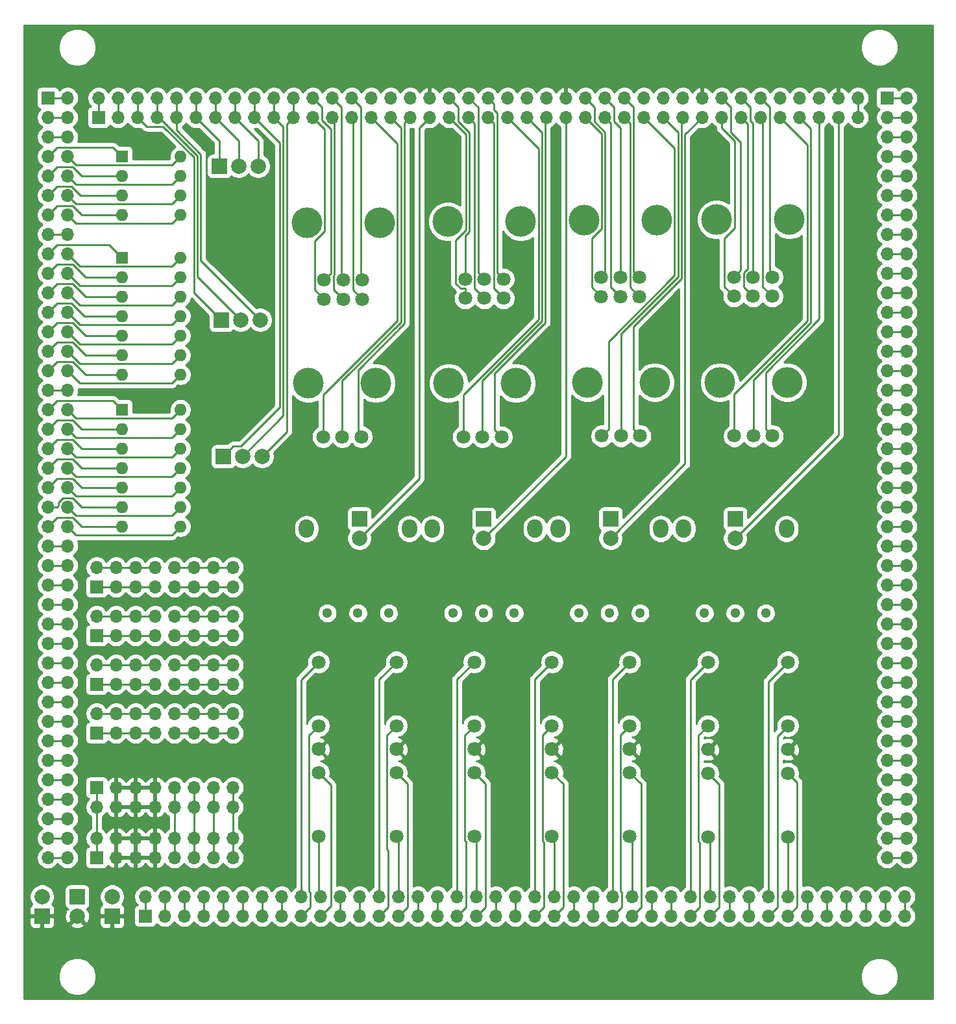
<source format=gbr>
%TF.GenerationSoftware,KiCad,Pcbnew,(5.1.6-0)*%
%TF.CreationDate,2023-02-20T11:30:03-05:00*%
%TF.ProjectId,Test Board Euro,54657374-2042-46f6-9172-64204575726f,rev?*%
%TF.SameCoordinates,Original*%
%TF.FileFunction,Copper,L1,Top*%
%TF.FilePolarity,Positive*%
%FSLAX46Y46*%
G04 Gerber Fmt 4.6, Leading zero omitted, Abs format (unit mm)*
G04 Created by KiCad (PCBNEW (5.1.6-0)) date 2023-02-20 11:30:03*
%MOMM*%
%LPD*%
G01*
G04 APERTURE LIST*
%TA.AperFunction,ComponentPad*%
%ADD10R,1.700000X1.700000*%
%TD*%
%TA.AperFunction,ComponentPad*%
%ADD11O,1.700000X1.700000*%
%TD*%
%TA.AperFunction,ComponentPad*%
%ADD12O,2.000000X2.400000*%
%TD*%
%TA.AperFunction,ComponentPad*%
%ADD13C,1.300000*%
%TD*%
%TA.AperFunction,ComponentPad*%
%ADD14C,2.000000*%
%TD*%
%TA.AperFunction,ComponentPad*%
%ADD15R,2.000000X2.000000*%
%TD*%
%TA.AperFunction,ComponentPad*%
%ADD16R,1.600000X1.600000*%
%TD*%
%TA.AperFunction,ComponentPad*%
%ADD17O,1.600000X1.600000*%
%TD*%
%TA.AperFunction,ComponentPad*%
%ADD18C,1.800000*%
%TD*%
%TA.AperFunction,WasherPad*%
%ADD19C,4.000000*%
%TD*%
%TA.AperFunction,Conductor*%
%ADD20C,0.250000*%
%TD*%
%TA.AperFunction,Conductor*%
%ADD21C,0.254000*%
%TD*%
G04 APERTURE END LIST*
D10*
%TO.P,J18,1*%
%TO.N,Net-(J18-Pad1)*%
X92964000Y-142240000D03*
D11*
%TO.P,J18,2*%
X92964000Y-139700000D03*
%TO.P,J18,3*%
%TO.N,Net-(J18-Pad3)*%
X95504000Y-142240000D03*
%TO.P,J18,4*%
X95504000Y-139700000D03*
%TO.P,J18,5*%
%TO.N,Net-(J18-Pad5)*%
X98044000Y-142240000D03*
%TO.P,J18,6*%
X98044000Y-139700000D03*
%TO.P,J18,7*%
%TO.N,Net-(J18-Pad7)*%
X100584000Y-142240000D03*
%TO.P,J18,8*%
X100584000Y-139700000D03*
%TO.P,J18,9*%
%TO.N,Net-(J18-Pad10)*%
X103124000Y-142240000D03*
%TO.P,J18,10*%
X103124000Y-139700000D03*
%TO.P,J18,11*%
%TO.N,Net-(J18-Pad11)*%
X105664000Y-142240000D03*
%TO.P,J18,12*%
X105664000Y-139700000D03*
%TO.P,J18,13*%
%TO.N,Net-(J18-Pad13)*%
X108204000Y-142240000D03*
%TO.P,J18,14*%
X108204000Y-139700000D03*
%TO.P,J18,15*%
%TO.N,Net-(J18-Pad15)*%
X110744000Y-142240000D03*
%TO.P,J18,16*%
X110744000Y-139700000D03*
%TO.P,J18,17*%
%TO.N,Net-(J1-Pad2)*%
X113284000Y-142240000D03*
%TO.P,J18,18*%
%TO.N,Net-(J1-Pad3)*%
X113284000Y-139700000D03*
%TO.P,J18,19*%
%TO.N,Net-(J18-Pad19)*%
X115824000Y-142240000D03*
%TO.P,J18,20*%
%TO.N,Net-(J18-Pad20)*%
X115824000Y-139700000D03*
%TO.P,J18,21*%
%TO.N,Net-(J18-Pad21)*%
X118364000Y-142240000D03*
%TO.P,J18,22*%
X118364000Y-139700000D03*
%TO.P,J18,23*%
%TO.N,Net-(J18-Pad23)*%
X120904000Y-142240000D03*
%TO.P,J18,24*%
X120904000Y-139700000D03*
%TO.P,J18,25*%
%TO.N,Net-(J18-Pad25)*%
X123444000Y-142240000D03*
%TO.P,J18,26*%
%TO.N,Net-(J18-Pad26)*%
X123444000Y-139700000D03*
%TO.P,J18,27*%
%TO.N,Net-(J18-Pad27)*%
X125984000Y-142240000D03*
%TO.P,J18,28*%
%TO.N,Net-(J18-Pad28)*%
X125984000Y-139700000D03*
%TO.P,J18,29*%
%TO.N,Net-(J18-Pad29)*%
X128524000Y-142240000D03*
%TO.P,J18,30*%
X128524000Y-139700000D03*
%TO.P,J18,31*%
%TO.N,Net-(J18-Pad31)*%
X131064000Y-142240000D03*
%TO.P,J18,32*%
X131064000Y-139700000D03*
%TO.P,J18,33*%
%TO.N,Net-(J18-Pad33)*%
X133604000Y-142240000D03*
%TO.P,J18,34*%
%TO.N,Net-(J18-Pad34)*%
X133604000Y-139700000D03*
%TO.P,J18,35*%
%TO.N,Net-(J18-Pad35)*%
X136144000Y-142240000D03*
%TO.P,J18,36*%
%TO.N,Net-(J18-Pad36)*%
X136144000Y-139700000D03*
%TO.P,J18,37*%
%TO.N,Net-(J18-Pad37)*%
X138684000Y-142240000D03*
%TO.P,J18,38*%
X138684000Y-139700000D03*
%TO.P,J18,39*%
%TO.N,Net-(J18-Pad39)*%
X141224000Y-142240000D03*
%TO.P,J18,40*%
X141224000Y-139700000D03*
%TO.P,J18,41*%
%TO.N,Net-(J18-Pad41)*%
X143764000Y-142240000D03*
%TO.P,J18,42*%
%TO.N,Net-(J18-Pad42)*%
X143764000Y-139700000D03*
%TO.P,J18,43*%
%TO.N,Net-(J10-Pad2)*%
X146304000Y-142240000D03*
%TO.P,J18,44*%
%TO.N,Net-(J10-Pad3)*%
X146304000Y-139700000D03*
%TO.P,J18,45*%
%TO.N,Net-(J18-Pad45)*%
X148844000Y-142240000D03*
%TO.P,J18,46*%
X148844000Y-139700000D03*
%TO.P,J18,47*%
%TO.N,Net-(J18-Pad47)*%
X151384000Y-142240000D03*
%TO.P,J18,48*%
X151384000Y-139700000D03*
%TO.P,J18,49*%
%TO.N,Net-(J18-Pad49)*%
X153924000Y-142240000D03*
%TO.P,J18,50*%
%TO.N,Net-(J18-Pad50)*%
X153924000Y-139700000D03*
%TO.P,J18,51*%
%TO.N,Net-(J11-Pad2)*%
X156464000Y-142240000D03*
%TO.P,J18,52*%
%TO.N,Net-(J11-Pad3)*%
X156464000Y-139700000D03*
%TO.P,J18,53*%
%TO.N,Net-(J18-Pad53)*%
X159004000Y-142240000D03*
%TO.P,J18,54*%
X159004000Y-139700000D03*
%TO.P,J18,55*%
%TO.N,Net-(J18-Pad55)*%
X161544000Y-142240000D03*
%TO.P,J18,56*%
X161544000Y-139700000D03*
%TO.P,J18,57*%
%TO.N,Net-(J12-Pad2)*%
X164084000Y-142240000D03*
%TO.P,J18,58*%
%TO.N,Net-(J12-Pad3)*%
X164084000Y-139700000D03*
%TO.P,J18,59*%
%TO.N,Net-(J13-Pad2)*%
X166624000Y-142240000D03*
%TO.P,J18,60*%
%TO.N,Net-(J13-Pad3)*%
X166624000Y-139700000D03*
%TO.P,J18,61*%
%TO.N,Net-(J18-Pad61)*%
X169164000Y-142240000D03*
%TO.P,J18,62*%
X169164000Y-139700000D03*
%TO.P,J18,63*%
%TO.N,Net-(J18-Pad63)*%
X171704000Y-142240000D03*
%TO.P,J18,64*%
X171704000Y-139700000D03*
%TO.P,J18,65*%
%TO.N,Net-(J15-Pad2)*%
X174244000Y-142240000D03*
%TO.P,J18,66*%
%TO.N,Net-(J15-Pad3)*%
X174244000Y-139700000D03*
%TO.P,J18,67*%
%TO.N,Net-(J14-Pad2)*%
X176784000Y-142240000D03*
%TO.P,J18,68*%
%TO.N,Net-(J14-Pad3)*%
X176784000Y-139700000D03*
%TO.P,J18,69*%
%TO.N,Net-(J18-Pad69)*%
X179324000Y-142240000D03*
%TO.P,J18,70*%
X179324000Y-139700000D03*
%TO.P,J18,71*%
%TO.N,Net-(J18-Pad71)*%
X181864000Y-142240000D03*
%TO.P,J18,72*%
X181864000Y-139700000D03*
%TO.P,J18,73*%
%TO.N,Net-(J18-Pad73)*%
X184404000Y-142240000D03*
%TO.P,J18,74*%
X184404000Y-139700000D03*
%TO.P,J18,75*%
%TO.N,Net-(J18-Pad75)*%
X186944000Y-142240000D03*
%TO.P,J18,76*%
X186944000Y-139700000D03*
%TO.P,J18,77*%
%TO.N,Net-(J18-Pad77)*%
X189484000Y-142240000D03*
%TO.P,J18,78*%
X189484000Y-139700000D03*
%TO.P,J18,79*%
%TO.N,Net-(J18-Pad79)*%
X192024000Y-142240000D03*
%TO.P,J18,80*%
X192024000Y-139700000D03*
%TD*%
D12*
%TO.P,RV9,*%
%TO.N,*%
X127406999Y-91730000D03*
X114006999Y-91730000D03*
D13*
%TO.P,RV9,3*%
%TO.N,Net-(J16-Pad34)*%
X124706999Y-102730000D03*
%TO.P,RV9,2*%
%TO.N,Net-(J16-Pad32)*%
X120706999Y-102730000D03*
%TO.P,RV9,1*%
%TO.N,Net-(J16-Pad30)*%
X116706999Y-102730000D03*
%TD*%
D14*
%TO.P,SW3,3*%
%TO.N,Net-(J16-Pad10)*%
X107950000Y-64516000D03*
%TO.P,SW3,2*%
%TO.N,Net-(J16-Pad7)*%
X105410000Y-64516000D03*
D15*
%TO.P,SW3,1*%
%TO.N,Net-(J16-Pad5)*%
X102870000Y-64516000D03*
%TD*%
D14*
%TO.P,SW2,3*%
%TO.N,Net-(J16-Pad15)*%
X107696000Y-44450000D03*
%TO.P,SW2,2*%
%TO.N,Net-(J16-Pad13)*%
X105156000Y-44450000D03*
D15*
%TO.P,SW2,1*%
%TO.N,Net-(J16-Pad11)*%
X102616000Y-44450000D03*
%TD*%
D14*
%TO.P,SW1,3*%
%TO.N,Net-(J16-Pad21)*%
X108204000Y-82296000D03*
%TO.P,SW1,2*%
%TO.N,Net-(J16-Pad19)*%
X105664000Y-82296000D03*
D15*
%TO.P,SW1,1*%
%TO.N,Net-(J16-Pad17)*%
X103124000Y-82296000D03*
%TD*%
D10*
%TO.P,H6,1*%
%TO.N,Net-(H6-Pad1)*%
X86614000Y-99314000D03*
D11*
%TO.P,H6,2*%
%TO.N,Net-(H6-Pad2)*%
X86614000Y-96774000D03*
%TO.P,H6,3*%
%TO.N,Net-(H6-Pad1)*%
X89154000Y-99314000D03*
%TO.P,H6,4*%
%TO.N,Net-(H6-Pad2)*%
X89154000Y-96774000D03*
%TO.P,H6,5*%
%TO.N,Net-(H6-Pad1)*%
X91694000Y-99314000D03*
%TO.P,H6,6*%
%TO.N,Net-(H6-Pad2)*%
X91694000Y-96774000D03*
%TO.P,H6,7*%
%TO.N,Net-(H6-Pad1)*%
X94234000Y-99314000D03*
%TO.P,H6,8*%
%TO.N,Net-(H6-Pad2)*%
X94234000Y-96774000D03*
%TO.P,H6,9*%
%TO.N,Net-(H6-Pad11)*%
X96774000Y-99314000D03*
%TO.P,H6,10*%
%TO.N,Net-(H6-Pad10)*%
X96774000Y-96774000D03*
%TO.P,H6,11*%
%TO.N,Net-(H6-Pad11)*%
X99314000Y-99314000D03*
%TO.P,H6,12*%
%TO.N,Net-(H6-Pad10)*%
X99314000Y-96774000D03*
%TO.P,H6,13*%
%TO.N,Net-(H6-Pad11)*%
X101854000Y-99314000D03*
%TO.P,H6,14*%
%TO.N,Net-(H6-Pad10)*%
X101854000Y-96774000D03*
%TO.P,H6,15*%
%TO.N,Net-(H6-Pad11)*%
X104394000Y-99314000D03*
%TO.P,H6,16*%
%TO.N,Net-(H6-Pad10)*%
X104394000Y-96774000D03*
%TD*%
D10*
%TO.P,H5,1*%
%TO.N,Net-(H5-Pad1)*%
X86614000Y-105664000D03*
D11*
%TO.P,H5,2*%
%TO.N,Net-(H5-Pad2)*%
X86614000Y-103124000D03*
%TO.P,H5,3*%
%TO.N,Net-(H5-Pad1)*%
X89154000Y-105664000D03*
%TO.P,H5,4*%
%TO.N,Net-(H5-Pad2)*%
X89154000Y-103124000D03*
%TO.P,H5,5*%
%TO.N,Net-(H5-Pad1)*%
X91694000Y-105664000D03*
%TO.P,H5,6*%
%TO.N,Net-(H5-Pad2)*%
X91694000Y-103124000D03*
%TO.P,H5,7*%
%TO.N,Net-(H5-Pad1)*%
X94234000Y-105664000D03*
%TO.P,H5,8*%
%TO.N,Net-(H5-Pad2)*%
X94234000Y-103124000D03*
%TO.P,H5,9*%
%TO.N,Net-(H5-Pad11)*%
X96774000Y-105664000D03*
%TO.P,H5,10*%
%TO.N,Net-(H5-Pad10)*%
X96774000Y-103124000D03*
%TO.P,H5,11*%
%TO.N,Net-(H5-Pad11)*%
X99314000Y-105664000D03*
%TO.P,H5,12*%
%TO.N,Net-(H5-Pad10)*%
X99314000Y-103124000D03*
%TO.P,H5,13*%
%TO.N,Net-(H5-Pad11)*%
X101854000Y-105664000D03*
%TO.P,H5,14*%
%TO.N,Net-(H5-Pad10)*%
X101854000Y-103124000D03*
%TO.P,H5,15*%
%TO.N,Net-(H5-Pad11)*%
X104394000Y-105664000D03*
%TO.P,H5,16*%
%TO.N,Net-(H5-Pad10)*%
X104394000Y-103124000D03*
%TD*%
D10*
%TO.P,H4,1*%
%TO.N,Net-(H4-Pad1)*%
X86614000Y-112014000D03*
D11*
%TO.P,H4,2*%
%TO.N,Net-(H4-Pad2)*%
X86614000Y-109474000D03*
%TO.P,H4,3*%
%TO.N,Net-(H4-Pad1)*%
X89154000Y-112014000D03*
%TO.P,H4,4*%
%TO.N,Net-(H4-Pad2)*%
X89154000Y-109474000D03*
%TO.P,H4,5*%
%TO.N,Net-(H4-Pad1)*%
X91694000Y-112014000D03*
%TO.P,H4,6*%
%TO.N,Net-(H4-Pad2)*%
X91694000Y-109474000D03*
%TO.P,H4,7*%
%TO.N,Net-(H4-Pad1)*%
X94234000Y-112014000D03*
%TO.P,H4,8*%
%TO.N,Net-(H4-Pad2)*%
X94234000Y-109474000D03*
%TO.P,H4,9*%
%TO.N,Net-(H4-Pad11)*%
X96774000Y-112014000D03*
%TO.P,H4,10*%
%TO.N,Net-(H4-Pad10)*%
X96774000Y-109474000D03*
%TO.P,H4,11*%
%TO.N,Net-(H4-Pad11)*%
X99314000Y-112014000D03*
%TO.P,H4,12*%
%TO.N,Net-(H4-Pad10)*%
X99314000Y-109474000D03*
%TO.P,H4,13*%
%TO.N,Net-(H4-Pad11)*%
X101854000Y-112014000D03*
%TO.P,H4,14*%
%TO.N,Net-(H4-Pad10)*%
X101854000Y-109474000D03*
%TO.P,H4,15*%
%TO.N,Net-(H4-Pad11)*%
X104394000Y-112014000D03*
%TO.P,H4,16*%
%TO.N,Net-(H4-Pad10)*%
X104394000Y-109474000D03*
%TD*%
D10*
%TO.P,H2,1*%
%TO.N,Net-(H2-Pad1)*%
X86614000Y-118364000D03*
D11*
%TO.P,H2,2*%
%TO.N,Net-(H2-Pad2)*%
X86614000Y-115824000D03*
%TO.P,H2,3*%
%TO.N,Net-(H2-Pad1)*%
X89154000Y-118364000D03*
%TO.P,H2,4*%
%TO.N,Net-(H2-Pad2)*%
X89154000Y-115824000D03*
%TO.P,H2,5*%
%TO.N,Net-(H2-Pad1)*%
X91694000Y-118364000D03*
%TO.P,H2,6*%
%TO.N,Net-(H2-Pad2)*%
X91694000Y-115824000D03*
%TO.P,H2,7*%
%TO.N,Net-(H2-Pad1)*%
X94234000Y-118364000D03*
%TO.P,H2,8*%
%TO.N,Net-(H2-Pad2)*%
X94234000Y-115824000D03*
%TO.P,H2,9*%
%TO.N,Net-(H2-Pad11)*%
X96774000Y-118364000D03*
%TO.P,H2,10*%
%TO.N,Net-(H2-Pad10)*%
X96774000Y-115824000D03*
%TO.P,H2,11*%
%TO.N,Net-(H2-Pad11)*%
X99314000Y-118364000D03*
%TO.P,H2,12*%
%TO.N,Net-(H2-Pad10)*%
X99314000Y-115824000D03*
%TO.P,H2,13*%
%TO.N,Net-(H2-Pad11)*%
X101854000Y-118364000D03*
%TO.P,H2,14*%
%TO.N,Net-(H2-Pad10)*%
X101854000Y-115824000D03*
%TO.P,H2,15*%
%TO.N,Net-(H2-Pad11)*%
X104394000Y-118364000D03*
%TO.P,H2,16*%
%TO.N,Net-(H2-Pad10)*%
X104394000Y-115824000D03*
%TD*%
D14*
%TO.P,D7,2*%
%TO.N,Net-(D7-Pad2)*%
X79502000Y-139700000D03*
D15*
%TO.P,D7,1*%
%TO.N,GND*%
X79502000Y-142240000D03*
%TD*%
D14*
%TO.P,D6,2*%
%TO.N,Net-(D6-Pad2)*%
X88646000Y-139700000D03*
D15*
%TO.P,D6,1*%
%TO.N,GND*%
X88646000Y-142240000D03*
%TD*%
D14*
%TO.P,D5,2*%
%TO.N,GND*%
X84074000Y-142240000D03*
D15*
%TO.P,D5,1*%
%TO.N,Net-(D5-Pad1)*%
X84074000Y-139700000D03*
%TD*%
D10*
%TO.P,J17,1*%
%TO.N,Net-(J17-Pad1)*%
X189738000Y-35560000D03*
D11*
%TO.P,J17,2*%
X192278000Y-35560000D03*
%TO.P,J17,3*%
%TO.N,Net-(J17-Pad3)*%
X189738000Y-38100000D03*
%TO.P,J17,4*%
X192278000Y-38100000D03*
%TO.P,J17,5*%
%TO.N,Net-(J17-Pad5)*%
X189738000Y-40640000D03*
%TO.P,J17,6*%
X192278000Y-40640000D03*
%TO.P,J17,7*%
%TO.N,Net-(J17-Pad7)*%
X189738000Y-43180000D03*
%TO.P,J17,8*%
X192278000Y-43180000D03*
%TO.P,J17,9*%
%TO.N,Net-(J17-Pad10)*%
X189738000Y-45720000D03*
%TO.P,J17,10*%
X192278000Y-45720000D03*
%TO.P,J17,11*%
%TO.N,Net-(J17-Pad11)*%
X189738000Y-48260000D03*
%TO.P,J17,12*%
X192278000Y-48260000D03*
%TO.P,J17,13*%
%TO.N,Net-(J17-Pad13)*%
X189738000Y-50800000D03*
%TO.P,J17,14*%
X192278000Y-50800000D03*
%TO.P,J17,15*%
%TO.N,Net-(J17-Pad15)*%
X189738000Y-53340000D03*
%TO.P,J17,16*%
X192278000Y-53340000D03*
%TO.P,J17,17*%
%TO.N,Net-(J17-Pad17)*%
X189738000Y-55880000D03*
%TO.P,J17,18*%
X192278000Y-55880000D03*
%TO.P,J17,19*%
%TO.N,Net-(J17-Pad19)*%
X189738000Y-58420000D03*
%TO.P,J17,20*%
X192278000Y-58420000D03*
%TO.P,J17,21*%
%TO.N,Net-(J17-Pad21)*%
X189738000Y-60960000D03*
%TO.P,J17,22*%
X192278000Y-60960000D03*
%TO.P,J17,23*%
%TO.N,Net-(J17-Pad23)*%
X189738000Y-63500000D03*
%TO.P,J17,24*%
X192278000Y-63500000D03*
%TO.P,J17,25*%
%TO.N,Net-(J17-Pad25)*%
X189738000Y-66040000D03*
%TO.P,J17,26*%
X192278000Y-66040000D03*
%TO.P,J17,27*%
%TO.N,Net-(J17-Pad27)*%
X189738000Y-68580000D03*
%TO.P,J17,28*%
X192278000Y-68580000D03*
%TO.P,J17,29*%
%TO.N,Net-(J17-Pad29)*%
X189738000Y-71120000D03*
%TO.P,J17,30*%
X192278000Y-71120000D03*
%TO.P,J17,31*%
%TO.N,Net-(J17-Pad31)*%
X189738000Y-73660000D03*
%TO.P,J17,32*%
X192278000Y-73660000D03*
%TO.P,J17,33*%
%TO.N,Net-(J17-Pad33)*%
X189738000Y-76200000D03*
%TO.P,J17,34*%
X192278000Y-76200000D03*
%TO.P,J17,35*%
%TO.N,Net-(J17-Pad35)*%
X189738000Y-78740000D03*
%TO.P,J17,36*%
X192278000Y-78740000D03*
%TO.P,J17,37*%
%TO.N,Net-(J17-Pad37)*%
X189738000Y-81280000D03*
%TO.P,J17,38*%
X192278000Y-81280000D03*
%TO.P,J17,39*%
%TO.N,Net-(J17-Pad39)*%
X189738000Y-83820000D03*
%TO.P,J17,40*%
X192278000Y-83820000D03*
%TO.P,J17,41*%
%TO.N,Net-(J17-Pad41)*%
X189738000Y-86360000D03*
%TO.P,J17,42*%
X192278000Y-86360000D03*
%TO.P,J17,43*%
%TO.N,Net-(J17-Pad43)*%
X189738000Y-88900000D03*
%TO.P,J17,44*%
X192278000Y-88900000D03*
%TO.P,J17,45*%
%TO.N,Net-(J17-Pad45)*%
X189738000Y-91440000D03*
%TO.P,J17,46*%
X192278000Y-91440000D03*
%TO.P,J17,47*%
%TO.N,Net-(J17-Pad47)*%
X189738000Y-93980000D03*
%TO.P,J17,48*%
X192278000Y-93980000D03*
%TO.P,J17,49*%
%TO.N,Net-(J17-Pad49)*%
X189738000Y-96520000D03*
%TO.P,J17,50*%
X192278000Y-96520000D03*
%TO.P,J17,51*%
%TO.N,Net-(J17-Pad51)*%
X189738000Y-99060000D03*
%TO.P,J17,52*%
X192278000Y-99060000D03*
%TO.P,J17,53*%
%TO.N,Net-(J17-Pad53)*%
X189738000Y-101600000D03*
%TO.P,J17,54*%
X192278000Y-101600000D03*
%TO.P,J17,55*%
%TO.N,Net-(J17-Pad55)*%
X189738000Y-104140000D03*
%TO.P,J17,56*%
X192278000Y-104140000D03*
%TO.P,J17,57*%
%TO.N,Net-(J17-Pad57)*%
X189738000Y-106680000D03*
%TO.P,J17,58*%
X192278000Y-106680000D03*
%TO.P,J17,59*%
%TO.N,Net-(J17-Pad59)*%
X189738000Y-109220000D03*
%TO.P,J17,60*%
X192278000Y-109220000D03*
%TO.P,J17,61*%
%TO.N,Net-(J17-Pad61)*%
X189738000Y-111760000D03*
%TO.P,J17,62*%
X192278000Y-111760000D03*
%TO.P,J17,63*%
%TO.N,Net-(J17-Pad63)*%
X189738000Y-114300000D03*
%TO.P,J17,64*%
X192278000Y-114300000D03*
%TO.P,J17,65*%
%TO.N,Net-(J17-Pad65)*%
X189738000Y-116840000D03*
%TO.P,J17,66*%
X192278000Y-116840000D03*
%TO.P,J17,67*%
%TO.N,Net-(J17-Pad67)*%
X189738000Y-119380000D03*
%TO.P,J17,68*%
X192278000Y-119380000D03*
%TO.P,J17,69*%
%TO.N,Net-(J17-Pad69)*%
X189738000Y-121920000D03*
%TO.P,J17,70*%
X192278000Y-121920000D03*
%TO.P,J17,71*%
%TO.N,Net-(J17-Pad71)*%
X189738000Y-124460000D03*
%TO.P,J17,72*%
X192278000Y-124460000D03*
%TO.P,J17,73*%
%TO.N,Net-(J17-Pad73)*%
X189738000Y-127000000D03*
%TO.P,J17,74*%
X192278000Y-127000000D03*
%TO.P,J17,75*%
%TO.N,Net-(J17-Pad75)*%
X189738000Y-129540000D03*
%TO.P,J17,76*%
X192278000Y-129540000D03*
%TO.P,J17,77*%
%TO.N,Net-(J17-Pad77)*%
X189738000Y-132080000D03*
%TO.P,J17,78*%
X192278000Y-132080000D03*
%TO.P,J17,79*%
%TO.N,Net-(J17-Pad79)*%
X189738000Y-134620000D03*
%TO.P,J17,80*%
X192278000Y-134620000D03*
%TD*%
D10*
%TO.P,H3,1*%
%TO.N,Net-(C1-Pad1)*%
X86614000Y-125476000D03*
D11*
%TO.P,H3,2*%
X86614000Y-128016000D03*
%TO.P,H3,3*%
%TO.N,GND*%
X89154000Y-125476000D03*
%TO.P,H3,4*%
X89154000Y-128016000D03*
%TO.P,H3,5*%
X91694000Y-125476000D03*
%TO.P,H3,6*%
X91694000Y-128016000D03*
%TO.P,H3,7*%
X94234000Y-125476000D03*
%TO.P,H3,8*%
X94234000Y-128016000D03*
%TO.P,H3,9*%
%TO.N,Net-(C2-Pad2)*%
X96774000Y-125476000D03*
%TO.P,H3,10*%
X96774000Y-128016000D03*
%TO.P,H3,11*%
%TO.N,Net-(H1-Pad11)*%
X99314000Y-125476000D03*
%TO.P,H3,12*%
X99314000Y-128016000D03*
%TO.P,H3,13*%
%TO.N,Net-(H1-Pad13)*%
X101854000Y-125476000D03*
%TO.P,H3,14*%
X101854000Y-128016000D03*
%TO.P,H3,15*%
%TO.N,Net-(H1-Pad15)*%
X104394000Y-125476000D03*
%TO.P,H3,16*%
X104394000Y-128016000D03*
%TD*%
D16*
%TO.P,U4,1*%
%TO.N,Net-(J6-Pad33)*%
X89916000Y-76200000D03*
D17*
%TO.P,U4,8*%
%TO.N,Net-(J6-Pad46)*%
X97536000Y-91440000D03*
%TO.P,U4,2*%
%TO.N,Net-(J6-Pad35)*%
X89916000Y-78740000D03*
%TO.P,U4,9*%
%TO.N,Net-(J6-Pad44)*%
X97536000Y-88900000D03*
%TO.P,U4,3*%
%TO.N,Net-(J6-Pad37)*%
X89916000Y-81280000D03*
%TO.P,U4,10*%
%TO.N,Net-(J6-Pad42)*%
X97536000Y-86360000D03*
%TO.P,U4,4*%
%TO.N,Net-(J6-Pad39)*%
X89916000Y-83820000D03*
%TO.P,U4,11*%
%TO.N,Net-(J6-Pad40)*%
X97536000Y-83820000D03*
%TO.P,U4,5*%
%TO.N,Net-(J6-Pad41)*%
X89916000Y-86360000D03*
%TO.P,U4,12*%
%TO.N,Net-(J6-Pad38)*%
X97536000Y-81280000D03*
%TO.P,U4,6*%
%TO.N,Net-(J6-Pad43)*%
X89916000Y-88900000D03*
%TO.P,U4,13*%
%TO.N,Net-(J6-Pad36)*%
X97536000Y-78740000D03*
%TO.P,U4,7*%
%TO.N,Net-(J6-Pad45)*%
X89916000Y-91440000D03*
%TO.P,U4,14*%
%TO.N,Net-(J6-Pad34)*%
X97536000Y-76200000D03*
%TD*%
D16*
%TO.P,U3,1*%
%TO.N,Net-(J6-Pad7)*%
X89916000Y-43180000D03*
D17*
%TO.P,U3,5*%
%TO.N,Net-(J6-Pad14)*%
X97536000Y-50800000D03*
%TO.P,U3,2*%
%TO.N,Net-(J6-Pad9)*%
X89916000Y-45720000D03*
%TO.P,U3,6*%
%TO.N,Net-(J6-Pad12)*%
X97536000Y-48260000D03*
%TO.P,U3,3*%
%TO.N,Net-(J6-Pad11)*%
X89916000Y-48260000D03*
%TO.P,U3,7*%
%TO.N,Net-(J6-Pad10)*%
X97536000Y-45720000D03*
%TO.P,U3,4*%
%TO.N,Net-(J6-Pad13)*%
X89916000Y-50800000D03*
%TO.P,U3,8*%
%TO.N,Net-(J6-Pad8)*%
X97536000Y-43180000D03*
%TD*%
D16*
%TO.P,U2,1*%
%TO.N,Net-(J6-Pad17)*%
X89916000Y-56388000D03*
D17*
%TO.P,U2,8*%
%TO.N,Net-(J6-Pad30)*%
X97536000Y-71628000D03*
%TO.P,U2,2*%
%TO.N,Net-(J6-Pad19)*%
X89916000Y-58928000D03*
%TO.P,U2,9*%
%TO.N,Net-(J6-Pad28)*%
X97536000Y-69088000D03*
%TO.P,U2,3*%
%TO.N,Net-(J6-Pad21)*%
X89916000Y-61468000D03*
%TO.P,U2,10*%
%TO.N,Net-(J6-Pad26)*%
X97536000Y-66548000D03*
%TO.P,U2,4*%
%TO.N,Net-(J6-Pad23)*%
X89916000Y-64008000D03*
%TO.P,U2,11*%
%TO.N,Net-(J6-Pad24)*%
X97536000Y-64008000D03*
%TO.P,U2,5*%
%TO.N,Net-(J6-Pad25)*%
X89916000Y-66548000D03*
%TO.P,U2,12*%
%TO.N,Net-(J6-Pad22)*%
X97536000Y-61468000D03*
%TO.P,U2,6*%
%TO.N,Net-(J6-Pad27)*%
X89916000Y-69088000D03*
%TO.P,U2,13*%
%TO.N,Net-(J6-Pad20)*%
X97536000Y-58928000D03*
%TO.P,U2,7*%
%TO.N,Net-(J6-Pad29)*%
X89916000Y-71628000D03*
%TO.P,U2,14*%
%TO.N,Net-(J6-Pad18)*%
X97536000Y-56388000D03*
%TD*%
D12*
%TO.P,RV12,*%
%TO.N,*%
X176606999Y-91730000D03*
X163206999Y-91730000D03*
D13*
%TO.P,RV12,3*%
%TO.N,Net-(J16-Pad76)*%
X173906999Y-102730000D03*
%TO.P,RV12,2*%
%TO.N,Net-(J16-Pad74)*%
X169906999Y-102730000D03*
%TO.P,RV12,1*%
%TO.N,Net-(J16-Pad72)*%
X165906999Y-102730000D03*
%TD*%
D12*
%TO.P,RV11,*%
%TO.N,*%
X160206999Y-91730000D03*
X146806999Y-91730000D03*
D13*
%TO.P,RV11,3*%
%TO.N,Net-(J16-Pad62)*%
X157506999Y-102730000D03*
%TO.P,RV11,2*%
%TO.N,Net-(J16-Pad60)*%
X153506999Y-102730000D03*
%TO.P,RV11,1*%
%TO.N,Net-(J16-Pad58)*%
X149506999Y-102730000D03*
%TD*%
D12*
%TO.P,RV10,*%
%TO.N,*%
X143806999Y-91730000D03*
X130406999Y-91730000D03*
D13*
%TO.P,RV10,3*%
%TO.N,Net-(J16-Pad48)*%
X141106999Y-102730000D03*
%TO.P,RV10,2*%
%TO.N,Net-(J16-Pad46)*%
X137106999Y-102730000D03*
%TO.P,RV10,1*%
%TO.N,Net-(J16-Pad44)*%
X133106999Y-102730000D03*
%TD*%
D10*
%TO.P,J16,1*%
%TO.N,Net-(J16-Pad1)*%
X86868000Y-38100000D03*
D11*
%TO.P,J16,2*%
X86868000Y-35560000D03*
%TO.P,J16,3*%
%TO.N,Net-(J16-Pad3)*%
X89408000Y-38100000D03*
%TO.P,J16,4*%
X89408000Y-35560000D03*
%TO.P,J16,5*%
%TO.N,Net-(J16-Pad5)*%
X91948000Y-38100000D03*
%TO.P,J16,6*%
X91948000Y-35560000D03*
%TO.P,J16,7*%
%TO.N,Net-(J16-Pad7)*%
X94488000Y-38100000D03*
%TO.P,J16,8*%
X94488000Y-35560000D03*
%TO.P,J16,9*%
%TO.N,Net-(J16-Pad10)*%
X97028000Y-38100000D03*
%TO.P,J16,10*%
X97028000Y-35560000D03*
%TO.P,J16,11*%
%TO.N,Net-(J16-Pad11)*%
X99568000Y-38100000D03*
%TO.P,J16,12*%
X99568000Y-35560000D03*
%TO.P,J16,13*%
%TO.N,Net-(J16-Pad13)*%
X102108000Y-38100000D03*
%TO.P,J16,14*%
X102108000Y-35560000D03*
%TO.P,J16,15*%
%TO.N,Net-(J16-Pad15)*%
X104648000Y-38100000D03*
%TO.P,J16,16*%
X104648000Y-35560000D03*
%TO.P,J16,17*%
%TO.N,Net-(J16-Pad17)*%
X107188000Y-38100000D03*
%TO.P,J16,18*%
X107188000Y-35560000D03*
%TO.P,J16,19*%
%TO.N,Net-(J16-Pad19)*%
X109728000Y-38100000D03*
%TO.P,J16,20*%
X109728000Y-35560000D03*
%TO.P,J16,21*%
%TO.N,Net-(J16-Pad21)*%
X112268000Y-38100000D03*
%TO.P,J16,22*%
X112268000Y-35560000D03*
%TO.P,J16,23*%
%TO.N,Net-(J16-Pad23)*%
X114808000Y-38100000D03*
%TO.P,J16,24*%
%TO.N,Net-(J16-Pad24)*%
X114808000Y-35560000D03*
%TO.P,J16,25*%
%TO.N,Net-(J16-Pad25)*%
X117348000Y-38100000D03*
%TO.P,J16,26*%
%TO.N,Net-(J16-Pad26)*%
X117348000Y-35560000D03*
%TO.P,J16,27*%
%TO.N,Net-(J16-Pad27)*%
X119888000Y-38100000D03*
%TO.P,J16,28*%
%TO.N,Net-(J16-Pad28)*%
X119888000Y-35560000D03*
%TO.P,J16,29*%
%TO.N,Net-(J16-Pad29)*%
X122428000Y-38100000D03*
%TO.P,J16,30*%
%TO.N,Net-(J16-Pad30)*%
X122428000Y-35560000D03*
%TO.P,J16,31*%
%TO.N,Net-(J16-Pad31)*%
X124968000Y-38100000D03*
%TO.P,J16,32*%
%TO.N,Net-(J16-Pad32)*%
X124968000Y-35560000D03*
%TO.P,J16,33*%
%TO.N,Net-(J16-Pad33)*%
X127508000Y-38100000D03*
%TO.P,J16,34*%
%TO.N,Net-(J16-Pad34)*%
X127508000Y-35560000D03*
%TO.P,J16,35*%
%TO.N,Net-(D4-Pad2)*%
X130048000Y-38100000D03*
%TO.P,J16,36*%
%TO.N,GND*%
X130048000Y-35560000D03*
%TO.P,J16,37*%
%TO.N,Net-(J16-Pad37)*%
X132588000Y-38100000D03*
%TO.P,J16,38*%
%TO.N,Net-(J16-Pad38)*%
X132588000Y-35560000D03*
%TO.P,J16,39*%
%TO.N,Net-(J16-Pad39)*%
X135128000Y-38100000D03*
%TO.P,J16,40*%
%TO.N,Net-(J16-Pad40)*%
X135128000Y-35560000D03*
%TO.P,J16,41*%
%TO.N,Net-(J16-Pad41)*%
X137668000Y-38100000D03*
%TO.P,J16,42*%
%TO.N,Net-(J16-Pad42)*%
X137668000Y-35560000D03*
%TO.P,J16,43*%
%TO.N,Net-(J16-Pad43)*%
X140208000Y-38100000D03*
%TO.P,J16,44*%
%TO.N,Net-(J16-Pad44)*%
X140208000Y-35560000D03*
%TO.P,J16,45*%
%TO.N,Net-(J16-Pad45)*%
X142748000Y-38100000D03*
%TO.P,J16,46*%
%TO.N,Net-(J16-Pad46)*%
X142748000Y-35560000D03*
%TO.P,J16,47*%
%TO.N,Net-(J16-Pad47)*%
X145288000Y-38100000D03*
%TO.P,J16,48*%
%TO.N,Net-(J16-Pad48)*%
X145288000Y-35560000D03*
%TO.P,J16,49*%
%TO.N,Net-(D3-Pad2)*%
X147828000Y-38100000D03*
%TO.P,J16,50*%
%TO.N,GND*%
X147828000Y-35560000D03*
%TO.P,J16,51*%
%TO.N,Net-(J16-Pad51)*%
X150368000Y-38100000D03*
%TO.P,J16,52*%
%TO.N,Net-(J16-Pad52)*%
X150368000Y-35560000D03*
%TO.P,J16,53*%
%TO.N,Net-(J16-Pad53)*%
X152908000Y-38100000D03*
%TO.P,J16,54*%
%TO.N,Net-(J16-Pad54)*%
X152908000Y-35560000D03*
%TO.P,J16,55*%
%TO.N,Net-(J16-Pad55)*%
X155448000Y-38100000D03*
%TO.P,J16,56*%
%TO.N,Net-(J16-Pad56)*%
X155448000Y-35560000D03*
%TO.P,J16,57*%
%TO.N,Net-(J16-Pad57)*%
X157988000Y-38100000D03*
%TO.P,J16,58*%
%TO.N,Net-(J16-Pad58)*%
X157988000Y-35560000D03*
%TO.P,J16,59*%
%TO.N,Net-(J16-Pad59)*%
X160528000Y-38100000D03*
%TO.P,J16,60*%
%TO.N,Net-(J16-Pad60)*%
X160528000Y-35560000D03*
%TO.P,J16,61*%
%TO.N,Net-(J16-Pad61)*%
X163068000Y-38100000D03*
%TO.P,J16,62*%
%TO.N,Net-(J16-Pad62)*%
X163068000Y-35560000D03*
%TO.P,J16,63*%
%TO.N,Net-(D2-Pad2)*%
X165608000Y-38100000D03*
%TO.P,J16,64*%
%TO.N,GND*%
X165608000Y-35560000D03*
%TO.P,J16,65*%
%TO.N,Net-(J16-Pad65)*%
X168148000Y-38100000D03*
%TO.P,J16,66*%
%TO.N,Net-(J16-Pad66)*%
X168148000Y-35560000D03*
%TO.P,J16,67*%
%TO.N,Net-(J16-Pad67)*%
X170688000Y-38100000D03*
%TO.P,J16,68*%
%TO.N,Net-(J16-Pad68)*%
X170688000Y-35560000D03*
%TO.P,J16,69*%
%TO.N,Net-(J16-Pad69)*%
X173228000Y-38100000D03*
%TO.P,J16,70*%
%TO.N,Net-(J16-Pad70)*%
X173228000Y-35560000D03*
%TO.P,J16,71*%
%TO.N,Net-(J16-Pad71)*%
X175768000Y-38100000D03*
%TO.P,J16,72*%
%TO.N,Net-(J16-Pad72)*%
X175768000Y-35560000D03*
%TO.P,J16,73*%
%TO.N,Net-(J16-Pad73)*%
X178308000Y-38100000D03*
%TO.P,J16,74*%
%TO.N,Net-(J16-Pad74)*%
X178308000Y-35560000D03*
%TO.P,J16,75*%
%TO.N,Net-(J16-Pad75)*%
X180848000Y-38100000D03*
%TO.P,J16,76*%
%TO.N,Net-(J16-Pad76)*%
X180848000Y-35560000D03*
%TO.P,J16,77*%
%TO.N,Net-(D1-Pad2)*%
X183388000Y-38100000D03*
%TO.P,J16,78*%
%TO.N,GND*%
X183388000Y-35560000D03*
%TO.P,J16,79*%
%TO.N,Net-(J16-Pad79)*%
X185928000Y-38100000D03*
%TO.P,J16,80*%
X185928000Y-35560000D03*
%TD*%
D18*
%TO.P,J15,3*%
%TO.N,Net-(J15-Pad3)*%
X176784000Y-109126000D03*
%TO.P,J15,1*%
%TO.N,GND*%
X176784000Y-120526000D03*
%TO.P,J15,2*%
%TO.N,Net-(J15-Pad2)*%
X176784000Y-117426000D03*
%TD*%
%TO.P,J14,3*%
%TO.N,Net-(J14-Pad3)*%
X176784000Y-131920000D03*
%TO.P,J14,1*%
%TO.N,GND*%
X176784000Y-120520000D03*
%TO.P,J14,2*%
%TO.N,Net-(J14-Pad2)*%
X176784000Y-123620000D03*
%TD*%
%TO.P,J13,3*%
%TO.N,Net-(J13-Pad3)*%
X166370000Y-131920000D03*
%TO.P,J13,1*%
%TO.N,GND*%
X166370000Y-120520000D03*
%TO.P,J13,2*%
%TO.N,Net-(J13-Pad2)*%
X166370000Y-123620000D03*
%TD*%
%TO.P,J12,3*%
%TO.N,Net-(J12-Pad3)*%
X166370000Y-109126000D03*
%TO.P,J12,1*%
%TO.N,GND*%
X166370000Y-120526000D03*
%TO.P,J12,2*%
%TO.N,Net-(J12-Pad2)*%
X166370000Y-117426000D03*
%TD*%
D14*
%TO.P,D4,2*%
%TO.N,Net-(D4-Pad2)*%
X120904000Y-92964000D03*
D15*
%TO.P,D4,1*%
%TO.N,Net-(D4-Pad1)*%
X120904000Y-90424000D03*
%TD*%
D14*
%TO.P,D3,2*%
%TO.N,Net-(D3-Pad2)*%
X137106999Y-93000000D03*
D15*
%TO.P,D3,1*%
%TO.N,Net-(D3-Pad1)*%
X137106999Y-90460000D03*
%TD*%
D14*
%TO.P,D2,2*%
%TO.N,Net-(D2-Pad2)*%
X153670000Y-92964000D03*
D15*
%TO.P,D2,1*%
%TO.N,Net-(D2-Pad1)*%
X153670000Y-90424000D03*
%TD*%
D14*
%TO.P,D1,2*%
%TO.N,Net-(D1-Pad2)*%
X169926000Y-92964000D03*
D15*
%TO.P,D1,1*%
%TO.N,Net-(D1-Pad1)*%
X169926000Y-90424000D03*
%TD*%
D18*
%TO.P,J11,3*%
%TO.N,Net-(J11-Pad3)*%
X156170000Y-131838000D03*
%TO.P,J11,1*%
%TO.N,GND*%
X156170000Y-120438000D03*
%TO.P,J11,2*%
%TO.N,Net-(J11-Pad2)*%
X156170000Y-123538000D03*
%TD*%
%TO.P,J10,3*%
%TO.N,Net-(J10-Pad3)*%
X146020000Y-131838000D03*
%TO.P,J10,1*%
%TO.N,GND*%
X146020000Y-120438000D03*
%TO.P,J10,2*%
%TO.N,Net-(J10-Pad2)*%
X146020000Y-123538000D03*
%TD*%
%TO.P,J9,3*%
%TO.N,Net-(J18-Pad50)*%
X156170000Y-109126000D03*
%TO.P,J9,1*%
%TO.N,GND*%
X156170000Y-120526000D03*
%TO.P,J9,2*%
%TO.N,Net-(J18-Pad49)*%
X156170000Y-117426000D03*
%TD*%
%TO.P,J8,3*%
%TO.N,Net-(J18-Pad42)*%
X146020000Y-109126000D03*
%TO.P,J8,1*%
%TO.N,GND*%
X146020000Y-120526000D03*
%TO.P,J8,2*%
%TO.N,Net-(J18-Pad41)*%
X146020000Y-117426000D03*
%TD*%
%TO.P,J7,3*%
%TO.N,Net-(J18-Pad36)*%
X135870000Y-131838000D03*
%TO.P,J7,1*%
%TO.N,GND*%
X135870000Y-120438000D03*
%TO.P,J7,2*%
%TO.N,Net-(J18-Pad35)*%
X135870000Y-123538000D03*
%TD*%
%TO.P,J5,3*%
%TO.N,Net-(J18-Pad28)*%
X125720000Y-131838000D03*
%TO.P,J5,1*%
%TO.N,GND*%
X125720000Y-120438000D03*
%TO.P,J5,2*%
%TO.N,Net-(J18-Pad27)*%
X125720000Y-123538000D03*
%TD*%
%TO.P,J4,3*%
%TO.N,Net-(J18-Pad34)*%
X135870000Y-109126000D03*
%TO.P,J4,1*%
%TO.N,GND*%
X135870000Y-120526000D03*
%TO.P,J4,2*%
%TO.N,Net-(J18-Pad33)*%
X135870000Y-117426000D03*
%TD*%
%TO.P,J3,3*%
%TO.N,Net-(J3-Pad3)*%
X125720000Y-109126000D03*
%TO.P,J3,1*%
%TO.N,GND*%
X125720000Y-120526000D03*
%TO.P,J3,2*%
%TO.N,Net-(J3-Pad2)*%
X125720000Y-117426000D03*
%TD*%
%TO.P,J2,3*%
%TO.N,Net-(J18-Pad20)*%
X115570000Y-131838000D03*
%TO.P,J2,1*%
%TO.N,GND*%
X115570000Y-120438000D03*
%TO.P,J2,2*%
%TO.N,Net-(J18-Pad19)*%
X115570000Y-123538000D03*
%TD*%
%TO.P,J1,3*%
%TO.N,Net-(J1-Pad3)*%
X115570000Y-109126000D03*
%TO.P,J1,1*%
%TO.N,GND*%
X115570000Y-120526000D03*
%TO.P,J1,2*%
%TO.N,Net-(J1-Pad2)*%
X115570000Y-117426000D03*
%TD*%
%TO.P,RV8,3*%
%TO.N,Net-(J16-Pad66)*%
X169752000Y-58928000D03*
%TO.P,RV8,2*%
%TO.N,Net-(J16-Pad68)*%
X172252000Y-58928000D03*
%TO.P,RV8,1*%
%TO.N,Net-(J16-Pad70)*%
X174752000Y-58928000D03*
%TO.P,RV8,6*%
%TO.N,Net-(J16-Pad65)*%
X169752000Y-61428000D03*
%TO.P,RV8,5*%
%TO.N,Net-(J16-Pad67)*%
X172252000Y-61428000D03*
%TO.P,RV8,4*%
%TO.N,Net-(J16-Pad69)*%
X174752000Y-61428000D03*
D19*
%TO.P,RV8,0*%
%TO.N,*%
X167502000Y-51428000D03*
X177002000Y-51428000D03*
%TD*%
D18*
%TO.P,RV7,3*%
%TO.N,Net-(J16-Pad52)*%
X152440000Y-58968000D03*
%TO.P,RV7,2*%
%TO.N,Net-(J16-Pad54)*%
X154940000Y-58968000D03*
%TO.P,RV7,1*%
%TO.N,Net-(J16-Pad56)*%
X157440000Y-58968000D03*
%TO.P,RV7,6*%
%TO.N,Net-(J16-Pad51)*%
X152440000Y-61468000D03*
%TO.P,RV7,5*%
%TO.N,Net-(J16-Pad53)*%
X154940000Y-61468000D03*
%TO.P,RV7,4*%
%TO.N,Net-(J16-Pad55)*%
X157440000Y-61468000D03*
D19*
%TO.P,RV7,0*%
%TO.N,*%
X150190000Y-51468000D03*
X159690000Y-51468000D03*
%TD*%
D18*
%TO.P,RV6,3*%
%TO.N,Net-(J16-Pad38)*%
X134700000Y-59182000D03*
%TO.P,RV6,2*%
%TO.N,Net-(J16-Pad40)*%
X137200000Y-59182000D03*
%TO.P,RV6,1*%
%TO.N,Net-(J16-Pad42)*%
X139700000Y-59182000D03*
%TO.P,RV6,6*%
%TO.N,Net-(J16-Pad37)*%
X134700000Y-61682000D03*
%TO.P,RV6,5*%
%TO.N,Net-(J16-Pad39)*%
X137200000Y-61682000D03*
%TO.P,RV6,4*%
%TO.N,Net-(J16-Pad41)*%
X139700000Y-61682000D03*
D19*
%TO.P,RV6,0*%
%TO.N,*%
X132450000Y-51682000D03*
X141950000Y-51682000D03*
%TD*%
D18*
%TO.P,RV5,3*%
%TO.N,Net-(J16-Pad29)*%
X116158000Y-79756000D03*
%TO.P,RV5,2*%
%TO.N,Net-(J16-Pad31)*%
X118658000Y-79756000D03*
%TO.P,RV5,1*%
%TO.N,Net-(J16-Pad33)*%
X121158000Y-79756000D03*
D19*
%TO.P,RV5,0*%
%TO.N,*%
X114258000Y-72756000D03*
X123058000Y-72756000D03*
%TD*%
D18*
%TO.P,RV4,3*%
%TO.N,Net-(J16-Pad43)*%
X134446000Y-79756000D03*
%TO.P,RV4,2*%
%TO.N,Net-(J16-Pad45)*%
X136946000Y-79756000D03*
%TO.P,RV4,1*%
%TO.N,Net-(J16-Pad47)*%
X139446000Y-79756000D03*
D19*
%TO.P,RV4,0*%
%TO.N,*%
X132546000Y-72756000D03*
X141346000Y-72756000D03*
%TD*%
D18*
%TO.P,RV3,3*%
%TO.N,Net-(J16-Pad57)*%
X152522000Y-79644000D03*
%TO.P,RV3,2*%
%TO.N,Net-(J16-Pad59)*%
X155022000Y-79644000D03*
%TO.P,RV3,1*%
%TO.N,Net-(J16-Pad61)*%
X157522000Y-79644000D03*
D19*
%TO.P,RV3,0*%
%TO.N,*%
X150622000Y-72644000D03*
X159422000Y-72644000D03*
%TD*%
D18*
%TO.P,RV2,3*%
%TO.N,Net-(J16-Pad24)*%
X116296000Y-59316000D03*
%TO.P,RV2,2*%
%TO.N,Net-(J16-Pad26)*%
X118796000Y-59316000D03*
%TO.P,RV2,1*%
%TO.N,Net-(J16-Pad28)*%
X121296000Y-59316000D03*
%TO.P,RV2,6*%
%TO.N,Net-(J16-Pad23)*%
X116296000Y-61816000D03*
%TO.P,RV2,5*%
%TO.N,Net-(J16-Pad25)*%
X118796000Y-61816000D03*
%TO.P,RV2,4*%
%TO.N,Net-(J16-Pad27)*%
X121296000Y-61816000D03*
D19*
%TO.P,RV2,0*%
%TO.N,*%
X114046000Y-51816000D03*
X123546000Y-51816000D03*
%TD*%
D18*
%TO.P,RV1,3*%
%TO.N,Net-(J16-Pad71)*%
X169794000Y-79644000D03*
%TO.P,RV1,2*%
%TO.N,Net-(J16-Pad73)*%
X172294000Y-79644000D03*
%TO.P,RV1,1*%
%TO.N,Net-(J16-Pad75)*%
X174794000Y-79644000D03*
D19*
%TO.P,RV1,0*%
%TO.N,*%
X167894000Y-72644000D03*
X176694000Y-72644000D03*
%TD*%
D10*
%TO.P,J6,1*%
%TO.N,Net-(J6-Pad1)*%
X80264000Y-35560000D03*
D11*
%TO.P,J6,2*%
X82804000Y-35560000D03*
%TO.P,J6,3*%
%TO.N,Net-(J6-Pad3)*%
X80264000Y-38100000D03*
%TO.P,J6,4*%
X82804000Y-38100000D03*
%TO.P,J6,5*%
%TO.N,Net-(J6-Pad5)*%
X80264000Y-40640000D03*
%TO.P,J6,6*%
X82804000Y-40640000D03*
%TO.P,J6,7*%
%TO.N,Net-(J6-Pad7)*%
X80264000Y-43180000D03*
%TO.P,J6,8*%
%TO.N,Net-(J6-Pad8)*%
X82804000Y-43180000D03*
%TO.P,J6,9*%
%TO.N,Net-(J6-Pad9)*%
X80264000Y-45720000D03*
%TO.P,J6,10*%
%TO.N,Net-(J6-Pad10)*%
X82804000Y-45720000D03*
%TO.P,J6,11*%
%TO.N,Net-(J6-Pad11)*%
X80264000Y-48260000D03*
%TO.P,J6,12*%
%TO.N,Net-(J6-Pad12)*%
X82804000Y-48260000D03*
%TO.P,J6,13*%
%TO.N,Net-(J6-Pad13)*%
X80264000Y-50800000D03*
%TO.P,J6,14*%
%TO.N,Net-(J6-Pad14)*%
X82804000Y-50800000D03*
%TO.P,J6,15*%
%TO.N,Net-(J6-Pad15)*%
X80264000Y-53340000D03*
%TO.P,J6,16*%
X82804000Y-53340000D03*
%TO.P,J6,17*%
%TO.N,Net-(J6-Pad17)*%
X80264000Y-55880000D03*
%TO.P,J6,18*%
%TO.N,Net-(J6-Pad18)*%
X82804000Y-55880000D03*
%TO.P,J6,19*%
%TO.N,Net-(J6-Pad19)*%
X80264000Y-58420000D03*
%TO.P,J6,20*%
%TO.N,Net-(J6-Pad20)*%
X82804000Y-58420000D03*
%TO.P,J6,21*%
%TO.N,Net-(J6-Pad21)*%
X80264000Y-60960000D03*
%TO.P,J6,22*%
%TO.N,Net-(J6-Pad22)*%
X82804000Y-60960000D03*
%TO.P,J6,23*%
%TO.N,Net-(J6-Pad23)*%
X80264000Y-63500000D03*
%TO.P,J6,24*%
%TO.N,Net-(J6-Pad24)*%
X82804000Y-63500000D03*
%TO.P,J6,25*%
%TO.N,Net-(J6-Pad25)*%
X80264000Y-66040000D03*
%TO.P,J6,26*%
%TO.N,Net-(J6-Pad26)*%
X82804000Y-66040000D03*
%TO.P,J6,27*%
%TO.N,Net-(J6-Pad27)*%
X80264000Y-68580000D03*
%TO.P,J6,28*%
%TO.N,Net-(J6-Pad28)*%
X82804000Y-68580000D03*
%TO.P,J6,29*%
%TO.N,Net-(J6-Pad29)*%
X80264000Y-71120000D03*
%TO.P,J6,30*%
%TO.N,Net-(J6-Pad30)*%
X82804000Y-71120000D03*
%TO.P,J6,31*%
%TO.N,Net-(J6-Pad31)*%
X80264000Y-73660000D03*
%TO.P,J6,32*%
X82804000Y-73660000D03*
%TO.P,J6,33*%
%TO.N,Net-(J6-Pad33)*%
X80264000Y-76200000D03*
%TO.P,J6,34*%
%TO.N,Net-(J6-Pad34)*%
X82804000Y-76200000D03*
%TO.P,J6,35*%
%TO.N,Net-(J6-Pad35)*%
X80264000Y-78740000D03*
%TO.P,J6,36*%
%TO.N,Net-(J6-Pad36)*%
X82804000Y-78740000D03*
%TO.P,J6,37*%
%TO.N,Net-(J6-Pad37)*%
X80264000Y-81280000D03*
%TO.P,J6,38*%
%TO.N,Net-(J6-Pad38)*%
X82804000Y-81280000D03*
%TO.P,J6,39*%
%TO.N,Net-(J6-Pad39)*%
X80264000Y-83820000D03*
%TO.P,J6,40*%
%TO.N,Net-(J6-Pad40)*%
X82804000Y-83820000D03*
%TO.P,J6,41*%
%TO.N,Net-(J6-Pad41)*%
X80264000Y-86360000D03*
%TO.P,J6,42*%
%TO.N,Net-(J6-Pad42)*%
X82804000Y-86360000D03*
%TO.P,J6,43*%
%TO.N,Net-(J6-Pad43)*%
X80264000Y-88900000D03*
%TO.P,J6,44*%
%TO.N,Net-(J6-Pad44)*%
X82804000Y-88900000D03*
%TO.P,J6,45*%
%TO.N,Net-(J6-Pad45)*%
X80264000Y-91440000D03*
%TO.P,J6,46*%
%TO.N,Net-(J6-Pad46)*%
X82804000Y-91440000D03*
%TO.P,J6,47*%
%TO.N,Net-(J6-Pad47)*%
X80264000Y-93980000D03*
%TO.P,J6,48*%
X82804000Y-93980000D03*
%TO.P,J6,49*%
%TO.N,Net-(J6-Pad49)*%
X80264000Y-96520000D03*
%TO.P,J6,50*%
X82804000Y-96520000D03*
%TO.P,J6,51*%
%TO.N,Net-(J6-Pad51)*%
X80264000Y-99060000D03*
%TO.P,J6,52*%
X82804000Y-99060000D03*
%TO.P,J6,53*%
%TO.N,Net-(J6-Pad53)*%
X80264000Y-101600000D03*
%TO.P,J6,54*%
X82804000Y-101600000D03*
%TO.P,J6,55*%
%TO.N,Net-(J6-Pad55)*%
X80264000Y-104140000D03*
%TO.P,J6,56*%
X82804000Y-104140000D03*
%TO.P,J6,57*%
%TO.N,Net-(J6-Pad57)*%
X80264000Y-106680000D03*
%TO.P,J6,58*%
X82804000Y-106680000D03*
%TO.P,J6,59*%
%TO.N,Net-(J6-Pad59)*%
X80264000Y-109220000D03*
%TO.P,J6,60*%
X82804000Y-109220000D03*
%TO.P,J6,61*%
%TO.N,Net-(J6-Pad61)*%
X80264000Y-111760000D03*
%TO.P,J6,62*%
X82804000Y-111760000D03*
%TO.P,J6,63*%
%TO.N,Net-(J6-Pad63)*%
X80264000Y-114300000D03*
%TO.P,J6,64*%
X82804000Y-114300000D03*
%TO.P,J6,65*%
%TO.N,Net-(J6-Pad65)*%
X80264000Y-116840000D03*
%TO.P,J6,66*%
X82804000Y-116840000D03*
%TO.P,J6,67*%
%TO.N,Net-(J6-Pad67)*%
X80264000Y-119380000D03*
%TO.P,J6,68*%
X82804000Y-119380000D03*
%TO.P,J6,69*%
%TO.N,Net-(J6-Pad69)*%
X80264000Y-121920000D03*
%TO.P,J6,70*%
X82804000Y-121920000D03*
%TO.P,J6,71*%
%TO.N,Net-(J6-Pad71)*%
X80264000Y-124460000D03*
%TO.P,J6,72*%
X82804000Y-124460000D03*
%TO.P,J6,73*%
%TO.N,Net-(J6-Pad73)*%
X80264000Y-127000000D03*
%TO.P,J6,74*%
X82804000Y-127000000D03*
%TO.P,J6,75*%
%TO.N,Net-(J6-Pad75)*%
X80264000Y-129540000D03*
%TO.P,J6,76*%
X82804000Y-129540000D03*
%TO.P,J6,77*%
%TO.N,Net-(J6-Pad77)*%
X80264000Y-132080000D03*
%TO.P,J6,78*%
X82804000Y-132080000D03*
%TO.P,J6,79*%
%TO.N,Net-(J6-Pad79)*%
X80264000Y-134620000D03*
%TO.P,J6,80*%
X82804000Y-134620000D03*
%TD*%
D10*
%TO.P,H1,1*%
%TO.N,Net-(C1-Pad1)*%
X86614000Y-134620000D03*
D11*
%TO.P,H1,2*%
X86614000Y-132080000D03*
%TO.P,H1,3*%
%TO.N,GND*%
X89154000Y-134620000D03*
%TO.P,H1,4*%
X89154000Y-132080000D03*
%TO.P,H1,5*%
X91694000Y-134620000D03*
%TO.P,H1,6*%
X91694000Y-132080000D03*
%TO.P,H1,7*%
X94234000Y-134620000D03*
%TO.P,H1,8*%
X94234000Y-132080000D03*
%TO.P,H1,9*%
%TO.N,Net-(C2-Pad2)*%
X96774000Y-134620000D03*
%TO.P,H1,10*%
X96774000Y-132080000D03*
%TO.P,H1,11*%
%TO.N,Net-(H1-Pad11)*%
X99314000Y-134620000D03*
%TO.P,H1,12*%
X99314000Y-132080000D03*
%TO.P,H1,13*%
%TO.N,Net-(H1-Pad13)*%
X101854000Y-134620000D03*
%TO.P,H1,14*%
X101854000Y-132080000D03*
%TO.P,H1,15*%
%TO.N,Net-(H1-Pad15)*%
X104394000Y-134620000D03*
%TO.P,H1,16*%
X104394000Y-132080000D03*
%TD*%
D20*
%TO.N,Net-(H1-Pad11)*%
X99314000Y-125476000D02*
X99314000Y-128016000D01*
X99314000Y-128016000D02*
X99314000Y-132080000D01*
X99314000Y-132080000D02*
X99314000Y-134620000D01*
%TO.N,Net-(H1-Pad13)*%
X101854000Y-125476000D02*
X101854000Y-128016000D01*
X101854000Y-128016000D02*
X101854000Y-132080000D01*
X101854000Y-132080000D02*
X101854000Y-134620000D01*
%TO.N,Net-(H1-Pad15)*%
X104394000Y-125476000D02*
X104394000Y-128016000D01*
X104394000Y-128016000D02*
X104394000Y-132080000D01*
X104394000Y-132080000D02*
X104394000Y-134620000D01*
%TO.N,Net-(H2-Pad1)*%
X86614000Y-118364000D02*
X94234000Y-118364000D01*
%TO.N,Net-(H2-Pad2)*%
X86614000Y-115824000D02*
X94234000Y-115824000D01*
%TO.N,Net-(H2-Pad10)*%
X96774000Y-115824000D02*
X104394000Y-115824000D01*
%TO.N,Net-(J6-Pad1)*%
X80264000Y-35560000D02*
X82804000Y-35560000D01*
%TO.N,Net-(J6-Pad3)*%
X80264000Y-38100000D02*
X82804000Y-38100000D01*
%TO.N,Net-(J6-Pad5)*%
X80264000Y-40640000D02*
X82804000Y-40640000D01*
%TO.N,Net-(J6-Pad7)*%
X81439001Y-42004999D02*
X80264000Y-43180000D01*
X88740999Y-42004999D02*
X81439001Y-42004999D01*
X89916000Y-43180000D02*
X88740999Y-42004999D01*
%TO.N,Net-(J6-Pad8)*%
X96410999Y-44305001D02*
X97536000Y-43180000D01*
X83929001Y-44305001D02*
X96410999Y-44305001D01*
X82804000Y-43180000D02*
X83929001Y-44305001D01*
%TO.N,Net-(J6-Pad9)*%
X84707590Y-45720000D02*
X89916000Y-45720000D01*
X83532589Y-44544999D02*
X84707590Y-45720000D01*
X81439001Y-44544999D02*
X83532589Y-44544999D01*
X80264000Y-45720000D02*
X81439001Y-44544999D01*
%TO.N,Net-(J6-Pad10)*%
X83929001Y-46845001D02*
X82804000Y-45720000D01*
X96410999Y-46845001D02*
X83929001Y-46845001D01*
X97536000Y-45720000D02*
X96410999Y-46845001D01*
%TO.N,Net-(J6-Pad11)*%
X83368001Y-47084999D02*
X84543002Y-48260000D01*
X81439001Y-47084999D02*
X83368001Y-47084999D01*
X84543002Y-48260000D02*
X89916000Y-48260000D01*
X80264000Y-48260000D02*
X81439001Y-47084999D01*
%TO.N,Net-(J6-Pad12)*%
X83929001Y-49385001D02*
X82804000Y-48260000D01*
X96410999Y-49385001D02*
X83929001Y-49385001D01*
X97536000Y-48260000D02*
X96410999Y-49385001D01*
%TO.N,Net-(J6-Pad13)*%
X83532589Y-49624999D02*
X84707590Y-50800000D01*
X81439001Y-49624999D02*
X83532589Y-49624999D01*
X84707590Y-50800000D02*
X89916000Y-50800000D01*
X80264000Y-50800000D02*
X81439001Y-49624999D01*
%TO.N,Net-(J6-Pad14)*%
X83929001Y-51925001D02*
X82804000Y-50800000D01*
X96410999Y-51925001D02*
X83929001Y-51925001D01*
X97536000Y-50800000D02*
X96410999Y-51925001D01*
%TO.N,Net-(J6-Pad15)*%
X80264000Y-53340000D02*
X82804000Y-53340000D01*
%TO.N,Net-(J6-Pad17)*%
X88232999Y-54704999D02*
X89916000Y-56388000D01*
X81439001Y-54704999D02*
X88232999Y-54704999D01*
X80264000Y-55880000D02*
X81439001Y-54704999D01*
%TO.N,Net-(J6-Pad18)*%
X84437001Y-57513001D02*
X82804000Y-55880000D01*
X96410999Y-57513001D02*
X84437001Y-57513001D01*
X97536000Y-56388000D02*
X96410999Y-57513001D01*
%TO.N,Net-(J6-Pad19)*%
X85215590Y-58928000D02*
X89916000Y-58928000D01*
X83532589Y-57244999D02*
X85215590Y-58928000D01*
X81439001Y-57244999D02*
X83532589Y-57244999D01*
X80264000Y-58420000D02*
X81439001Y-57244999D01*
%TO.N,Net-(J6-Pad20)*%
X84437001Y-60053001D02*
X82804000Y-58420000D01*
X96410999Y-60053001D02*
X84437001Y-60053001D01*
X97536000Y-58928000D02*
X96410999Y-60053001D01*
%TO.N,Net-(J6-Pad21)*%
X83532589Y-59784999D02*
X85215590Y-61468000D01*
X85215590Y-61468000D02*
X89916000Y-61468000D01*
X81439001Y-59784999D02*
X83532589Y-59784999D01*
X80264000Y-60960000D02*
X81439001Y-59784999D01*
%TO.N,Net-(J6-Pad22)*%
X96410999Y-62593001D02*
X97536000Y-61468000D01*
X84437001Y-62593001D02*
X96410999Y-62593001D01*
X82804000Y-60960000D02*
X84437001Y-62593001D01*
%TO.N,Net-(J6-Pad23)*%
X83368001Y-62324999D02*
X85051002Y-64008000D01*
X85051002Y-64008000D02*
X89916000Y-64008000D01*
X81439001Y-62324999D02*
X83368001Y-62324999D01*
X80264000Y-63500000D02*
X81439001Y-62324999D01*
%TO.N,Net-(J6-Pad24)*%
X96410999Y-65133001D02*
X97536000Y-64008000D01*
X84437001Y-65133001D02*
X96410999Y-65133001D01*
X82804000Y-63500000D02*
X84437001Y-65133001D01*
%TO.N,Net-(J6-Pad25)*%
X83532589Y-64864999D02*
X85215590Y-66548000D01*
X81439001Y-64864999D02*
X83532589Y-64864999D01*
X85215590Y-66548000D02*
X89916000Y-66548000D01*
X80264000Y-66040000D02*
X81439001Y-64864999D01*
%TO.N,Net-(J6-Pad26)*%
X84437001Y-67673001D02*
X82804000Y-66040000D01*
X96410999Y-67673001D02*
X84437001Y-67673001D01*
X97536000Y-66548000D02*
X96410999Y-67673001D01*
%TO.N,Net-(J6-Pad27)*%
X85215590Y-69088000D02*
X89916000Y-69088000D01*
X81439001Y-67404999D02*
X83532589Y-67404999D01*
X83532589Y-67404999D02*
X85215590Y-69088000D01*
X80264000Y-68580000D02*
X81439001Y-67404999D01*
%TO.N,Net-(J6-Pad28)*%
X96410999Y-70213001D02*
X97536000Y-69088000D01*
X84437001Y-70213001D02*
X96410999Y-70213001D01*
X82804000Y-68580000D02*
X84437001Y-70213001D01*
%TO.N,Net-(J6-Pad29)*%
X85215590Y-71628000D02*
X89916000Y-71628000D01*
X83532589Y-69944999D02*
X85215590Y-71628000D01*
X81439001Y-69944999D02*
X83532589Y-69944999D01*
X80264000Y-71120000D02*
X81439001Y-69944999D01*
%TO.N,Net-(J6-Pad30)*%
X84437001Y-72753001D02*
X82804000Y-71120000D01*
X96410999Y-72753001D02*
X84437001Y-72753001D01*
X97536000Y-71628000D02*
X96410999Y-72753001D01*
%TO.N,Net-(J6-Pad31)*%
X80264000Y-73660000D02*
X82804000Y-73660000D01*
%TO.N,Net-(J6-Pad33)*%
X88740999Y-75024999D02*
X89916000Y-76200000D01*
X81439001Y-75024999D02*
X88740999Y-75024999D01*
X80264000Y-76200000D02*
X81439001Y-75024999D01*
%TO.N,Net-(J6-Pad34)*%
X96410999Y-77325001D02*
X97536000Y-76200000D01*
X83929001Y-77325001D02*
X96410999Y-77325001D01*
X82804000Y-76200000D02*
X83929001Y-77325001D01*
%TO.N,Net-(J6-Pad35)*%
X84707590Y-78740000D02*
X89916000Y-78740000D01*
X81439001Y-77564999D02*
X83532589Y-77564999D01*
X83532589Y-77564999D02*
X84707590Y-78740000D01*
X80264000Y-78740000D02*
X81439001Y-77564999D01*
%TO.N,Net-(J6-Pad36)*%
X96410999Y-79865001D02*
X97536000Y-78740000D01*
X83929001Y-79865001D02*
X96410999Y-79865001D01*
X82804000Y-78740000D02*
X83929001Y-79865001D01*
%TO.N,Net-(J6-Pad37)*%
X84707590Y-81280000D02*
X89916000Y-81280000D01*
X83532589Y-80104999D02*
X84707590Y-81280000D01*
X81439001Y-80104999D02*
X83532589Y-80104999D01*
X80264000Y-81280000D02*
X81439001Y-80104999D01*
%TO.N,Net-(J6-Pad38)*%
X83929001Y-82405001D02*
X96410999Y-82405001D01*
X96410999Y-82405001D02*
X97536000Y-81280000D01*
X82804000Y-81280000D02*
X83929001Y-82405001D01*
%TO.N,Net-(J6-Pad39)*%
X83532589Y-82644999D02*
X84707590Y-83820000D01*
X84707590Y-83820000D02*
X89916000Y-83820000D01*
X81439001Y-82644999D02*
X83532589Y-82644999D01*
X80264000Y-83820000D02*
X81439001Y-82644999D01*
%TO.N,Net-(J6-Pad40)*%
X96410999Y-84945001D02*
X97536000Y-83820000D01*
X83929001Y-84945001D02*
X96410999Y-84945001D01*
X82804000Y-83820000D02*
X83929001Y-84945001D01*
%TO.N,Net-(J6-Pad41)*%
X84707590Y-86360000D02*
X89916000Y-86360000D01*
X83532589Y-85184999D02*
X84707590Y-86360000D01*
X81439001Y-85184999D02*
X83532589Y-85184999D01*
X80264000Y-86360000D02*
X81439001Y-85184999D01*
%TO.N,Net-(J6-Pad42)*%
X96410999Y-87485001D02*
X97536000Y-86360000D01*
X83929001Y-87485001D02*
X96410999Y-87485001D01*
X82804000Y-86360000D02*
X83929001Y-87485001D01*
%TO.N,Net-(J6-Pad43)*%
X84707590Y-88900000D02*
X89916000Y-88900000D01*
X83532589Y-87724999D02*
X84707590Y-88900000D01*
X82239999Y-87724999D02*
X83532589Y-87724999D01*
X81628999Y-88335999D02*
X82239999Y-87724999D01*
X81628999Y-88737082D02*
X81628999Y-88335999D01*
X81466081Y-88900000D02*
X81628999Y-88737082D01*
X80264000Y-88900000D02*
X81466081Y-88900000D01*
%TO.N,Net-(J6-Pad44)*%
X83929001Y-90025001D02*
X96410999Y-90025001D01*
X96410999Y-90025001D02*
X97536000Y-88900000D01*
X82804000Y-88900000D02*
X83929001Y-90025001D01*
%TO.N,Net-(J6-Pad45)*%
X83532589Y-90264999D02*
X84707590Y-91440000D01*
X81439001Y-90264999D02*
X83532589Y-90264999D01*
X84707590Y-91440000D02*
X89916000Y-91440000D01*
X80264000Y-91440000D02*
X81439001Y-90264999D01*
%TO.N,Net-(J6-Pad46)*%
X83929001Y-92565001D02*
X82804000Y-91440000D01*
X96410999Y-92565001D02*
X83929001Y-92565001D01*
X97536000Y-91440000D02*
X96410999Y-92565001D01*
%TO.N,Net-(J6-Pad47)*%
X80264000Y-93980000D02*
X82804000Y-93980000D01*
%TO.N,Net-(J6-Pad49)*%
X80264000Y-96520000D02*
X82804000Y-96520000D01*
%TO.N,Net-(J6-Pad51)*%
X80264000Y-99060000D02*
X82804000Y-99060000D01*
%TO.N,Net-(J6-Pad53)*%
X80264000Y-101600000D02*
X82804000Y-101600000D01*
%TO.N,Net-(J6-Pad55)*%
X80264000Y-104140000D02*
X82804000Y-104140000D01*
%TO.N,Net-(J6-Pad57)*%
X80264000Y-106680000D02*
X82804000Y-106680000D01*
%TO.N,Net-(J6-Pad59)*%
X80264000Y-109220000D02*
X82804000Y-109220000D01*
%TO.N,Net-(J6-Pad61)*%
X80264000Y-111760000D02*
X82804000Y-111760000D01*
%TO.N,Net-(J6-Pad63)*%
X80264000Y-114300000D02*
X82804000Y-114300000D01*
%TO.N,Net-(J6-Pad65)*%
X80264000Y-116840000D02*
X82804000Y-116840000D01*
%TO.N,Net-(J6-Pad67)*%
X80264000Y-119380000D02*
X82804000Y-119380000D01*
%TO.N,Net-(J6-Pad69)*%
X80264000Y-121920000D02*
X82804000Y-121920000D01*
%TO.N,Net-(J6-Pad71)*%
X80264000Y-124460000D02*
X82804000Y-124460000D01*
%TO.N,Net-(J6-Pad73)*%
X80264000Y-127000000D02*
X82804000Y-127000000D01*
%TO.N,Net-(J6-Pad75)*%
X80264000Y-129540000D02*
X82804000Y-129540000D01*
%TO.N,Net-(J6-Pad77)*%
X80264000Y-132080000D02*
X82804000Y-132080000D01*
%TO.N,Net-(J6-Pad79)*%
X80264000Y-134620000D02*
X82804000Y-134620000D01*
%TO.N,Net-(J1-Pad3)*%
X113284000Y-111412000D02*
X115570000Y-109126000D01*
X113284000Y-139700000D02*
X113284000Y-111412000D01*
%TO.N,Net-(J1-Pad2)*%
X114459001Y-141064999D02*
X113284000Y-142240000D01*
X114459001Y-139135999D02*
X114459001Y-141064999D01*
X114344999Y-118651001D02*
X114344999Y-139021997D01*
X114344999Y-139021997D02*
X114459001Y-139135999D01*
X115570000Y-117426000D02*
X114344999Y-118651001D01*
%TO.N,Net-(J10-Pad3)*%
X146304000Y-132122000D02*
X146020000Y-131838000D01*
X146304000Y-139700000D02*
X146304000Y-132122000D01*
%TO.N,Net-(J10-Pad2)*%
X147479001Y-124997001D02*
X146020000Y-123538000D01*
X147479001Y-141064999D02*
X147479001Y-124997001D01*
X146304000Y-142240000D02*
X147479001Y-141064999D01*
%TO.N,Net-(J11-Pad3)*%
X156464000Y-132132000D02*
X156170000Y-131838000D01*
X156464000Y-139700000D02*
X156464000Y-132132000D01*
%TO.N,Net-(J11-Pad2)*%
X157639001Y-125007001D02*
X156170000Y-123538000D01*
X157639001Y-141064999D02*
X157639001Y-125007001D01*
X156464000Y-142240000D02*
X157639001Y-141064999D01*
%TO.N,Net-(D1-Pad2)*%
X183388000Y-79502000D02*
X183388000Y-38100000D01*
X169926000Y-92964000D02*
X183388000Y-79502000D01*
%TO.N,Net-(D2-Pad2)*%
X163365031Y-40342969D02*
X165608000Y-38100000D01*
X163365031Y-83268969D02*
X163365031Y-40342969D01*
X153670000Y-92964000D02*
X163365031Y-83268969D01*
%TO.N,Net-(D3-Pad2)*%
X147828000Y-82278999D02*
X147828000Y-38100000D01*
X137106999Y-93000000D02*
X147828000Y-82278999D01*
%TO.N,Net-(D4-Pad2)*%
X128683001Y-85184999D02*
X128683001Y-39464999D01*
X128683001Y-39464999D02*
X130048000Y-38100000D01*
X120904000Y-92964000D02*
X128683001Y-85184999D01*
%TO.N,Net-(J12-Pad3)*%
X164084000Y-111412000D02*
X166370000Y-109126000D01*
X164084000Y-139700000D02*
X164084000Y-111412000D01*
%TO.N,Net-(J12-Pad2)*%
X165259001Y-141064999D02*
X165259001Y-132622003D01*
X165144999Y-118651001D02*
X166370000Y-117426000D01*
X165144999Y-132508001D02*
X165144999Y-118651001D01*
X165259001Y-132622003D02*
X165144999Y-132508001D01*
X164084000Y-142240000D02*
X165259001Y-141064999D01*
%TO.N,Net-(J13-Pad3)*%
X166624000Y-132174000D02*
X166370000Y-131920000D01*
X166624000Y-139700000D02*
X166624000Y-132174000D01*
%TO.N,Net-(J13-Pad2)*%
X167799001Y-141064999D02*
X167799001Y-125049001D01*
X167799001Y-125049001D02*
X166370000Y-123620000D01*
X166624000Y-142240000D02*
X167799001Y-141064999D01*
%TO.N,Net-(J14-Pad3)*%
X176784000Y-139700000D02*
X176784000Y-131920000D01*
%TO.N,Net-(J14-Pad2)*%
X178009001Y-124829001D02*
X177847000Y-124667000D01*
X178009001Y-141014999D02*
X178009001Y-124829001D01*
X176784000Y-142240000D02*
X178009001Y-141014999D01*
X177847000Y-124667000D02*
X176784000Y-123604000D01*
%TO.N,Net-(J15-Pad3)*%
X174244000Y-111666000D02*
X176784000Y-109126000D01*
X174244000Y-139700000D02*
X174244000Y-111666000D01*
%TO.N,Net-(J15-Pad2)*%
X175419001Y-118790999D02*
X176784000Y-117426000D01*
X175419001Y-141064999D02*
X175419001Y-118790999D01*
X174244000Y-142240000D02*
X175419001Y-141064999D01*
%TO.N,Net-(J16-Pad1)*%
X86868000Y-38100000D02*
X86868000Y-35560000D01*
%TO.N,Net-(J16-Pad3)*%
X89408000Y-38100000D02*
X89408000Y-35560000D01*
%TO.N,Net-(J16-Pad5)*%
X91948000Y-35560000D02*
X91948000Y-38100000D01*
X95296003Y-39275001D02*
X99314000Y-43292998D01*
X93123001Y-39275001D02*
X95296003Y-39275001D01*
X91948000Y-38100000D02*
X93123001Y-39275001D01*
X99314000Y-60960000D02*
X102870000Y-64516000D01*
X99314000Y-43292998D02*
X99314000Y-60960000D01*
%TO.N,Net-(J16-Pad7)*%
X94488000Y-38100000D02*
X94488000Y-35560000D01*
X94757412Y-38100000D02*
X99764010Y-43106598D01*
X94488000Y-38100000D02*
X94757412Y-38100000D01*
X99764010Y-58870010D02*
X105410000Y-64516000D01*
X99764010Y-43106598D02*
X99764010Y-58870010D01*
%TO.N,Net-(J16-Pad10)*%
X97028000Y-35560000D02*
X97028000Y-38100000D01*
X100214020Y-56780020D02*
X107950000Y-64516000D01*
X100214020Y-42920198D02*
X100214020Y-56780020D01*
X97028000Y-39734178D02*
X100214020Y-42920198D01*
X97028000Y-38100000D02*
X97028000Y-39734178D01*
%TO.N,Net-(J16-Pad11)*%
X99568000Y-35560000D02*
X99568000Y-38100000D01*
X102616000Y-41148000D02*
X99568000Y-38100000D01*
X102616000Y-44450000D02*
X102616000Y-41148000D01*
%TO.N,Net-(J16-Pad13)*%
X102108000Y-35560000D02*
X102108000Y-38100000D01*
X105156000Y-41148000D02*
X102108000Y-38100000D01*
X105156000Y-44450000D02*
X105156000Y-41148000D01*
%TO.N,Net-(J16-Pad15)*%
X104648000Y-35560000D02*
X104648000Y-38100000D01*
X107696000Y-41148000D02*
X104648000Y-38100000D01*
X107696000Y-44450000D02*
X107696000Y-41148000D01*
%TO.N,Net-(J16-Pad17)*%
X107188000Y-35560000D02*
X107188000Y-38100000D01*
X104449001Y-80970999D02*
X103124000Y-82296000D01*
X105465001Y-80970999D02*
X104449001Y-80970999D01*
X110517981Y-75918019D02*
X105465001Y-80970999D01*
X110517981Y-41429981D02*
X110517981Y-75918019D01*
X107188000Y-38100000D02*
X110517981Y-41429981D01*
%TO.N,Net-(J16-Pad19)*%
X109728000Y-35560000D02*
X109728000Y-38100000D01*
X110967991Y-76992009D02*
X105664000Y-82296000D01*
X110967991Y-39339991D02*
X110967991Y-76992009D01*
X109728000Y-38100000D02*
X110967991Y-39339991D01*
%TO.N,Net-(J16-Pad21)*%
X112268000Y-35560000D02*
X112268000Y-38100000D01*
X111418001Y-79081999D02*
X108204000Y-82296000D01*
X111418001Y-38949999D02*
X111418001Y-79081999D01*
X112268000Y-38100000D02*
X111418001Y-38949999D01*
%TO.N,Net-(J16-Pad23)*%
X116371001Y-39663001D02*
X114808000Y-38100000D01*
X116371001Y-52932001D02*
X116371001Y-39663001D01*
X115070999Y-54232003D02*
X116371001Y-52932001D01*
X115070999Y-60590999D02*
X115070999Y-54232003D01*
X116296000Y-61816000D02*
X115070999Y-60590999D01*
%TO.N,Net-(J16-Pad24)*%
X115983001Y-36735001D02*
X114808000Y-35560000D01*
X115983001Y-38474003D02*
X115983001Y-36735001D01*
X117195999Y-39687001D02*
X115983001Y-38474003D01*
X117195999Y-58416001D02*
X117195999Y-39687001D01*
X116296000Y-59316000D02*
X117195999Y-58416001D01*
%TO.N,Net-(J16-Pad25)*%
X117646009Y-38398009D02*
X117348000Y-38100000D01*
X117570999Y-58677411D02*
X117646009Y-58602401D01*
X117570999Y-60590999D02*
X117570999Y-58677411D01*
X117646009Y-58602401D02*
X117646009Y-38398009D01*
X118796000Y-61816000D02*
X117570999Y-60590999D01*
%TO.N,Net-(J16-Pad26)*%
X118523001Y-36735001D02*
X117348000Y-35560000D01*
X118523001Y-59043001D02*
X118523001Y-36735001D01*
X118796000Y-59316000D02*
X118523001Y-59043001D01*
%TO.N,Net-(J16-Pad27)*%
X120070999Y-38282999D02*
X119888000Y-38100000D01*
X120070999Y-60590999D02*
X120070999Y-38282999D01*
X121296000Y-61816000D02*
X120070999Y-60590999D01*
%TO.N,Net-(J16-Pad28)*%
X121063001Y-36735001D02*
X119888000Y-35560000D01*
X121063001Y-59083001D02*
X121063001Y-36735001D01*
X121296000Y-59316000D02*
X121063001Y-59083001D01*
%TO.N,Net-(J16-Pad29)*%
X125871001Y-64584001D02*
X125871001Y-41543001D01*
X116158000Y-74297002D02*
X125871001Y-64584001D01*
X125871001Y-41543001D02*
X122428000Y-38100000D01*
X116158000Y-79756000D02*
X116158000Y-74297002D01*
%TO.N,Net-(J16-Pad31)*%
X126321011Y-39453011D02*
X124968000Y-38100000D01*
X126321011Y-64770401D02*
X126321011Y-39453011D01*
X118658000Y-72433412D02*
X126321011Y-64770401D01*
X118658000Y-79756000D02*
X118658000Y-72433412D01*
%TO.N,Net-(J16-Pad33)*%
X126771021Y-64998979D02*
X126771021Y-38836979D01*
X126771021Y-38836979D02*
X127508000Y-38100000D01*
X120732999Y-71037001D02*
X126771021Y-64998979D01*
X120732999Y-79330999D02*
X120732999Y-71037001D01*
X121158000Y-79756000D02*
X120732999Y-79330999D01*
%TO.N,Net-(J16-Pad37)*%
X134775001Y-40287001D02*
X132588000Y-38100000D01*
X133474999Y-59770001D02*
X133474999Y-54098003D01*
X134111999Y-60407001D02*
X133474999Y-59770001D01*
X134697793Y-60407001D02*
X134111999Y-60407001D01*
X134775001Y-52798001D02*
X134775001Y-40287001D01*
X133474999Y-54098003D02*
X134775001Y-52798001D01*
X134700000Y-60409208D02*
X134697793Y-60407001D01*
X134700000Y-61682000D02*
X134700000Y-60409208D01*
%TO.N,Net-(J16-Pad38)*%
X135225010Y-40100600D02*
X133763001Y-38638591D01*
X133763001Y-36735001D02*
X132588000Y-35560000D01*
X135225011Y-52984401D02*
X135225010Y-40100600D01*
X133763001Y-38638591D02*
X133763001Y-36735001D01*
X134700000Y-53509412D02*
X135225011Y-52984401D01*
X134700000Y-59182000D02*
X134700000Y-53509412D01*
%TO.N,Net-(J16-Pad39)*%
X135925001Y-38897001D02*
X135128000Y-38100000D01*
X135925001Y-60407001D02*
X135925001Y-38897001D01*
X137200000Y-61682000D02*
X135925001Y-60407001D01*
%TO.N,Net-(J16-Pad40)*%
X136375011Y-36807011D02*
X135128000Y-35560000D01*
X136375011Y-58357011D02*
X136375011Y-36807011D01*
X137200000Y-59182000D02*
X136375011Y-58357011D01*
%TO.N,Net-(J16-Pad41)*%
X138425001Y-38857001D02*
X137668000Y-38100000D01*
X138425001Y-60407001D02*
X138425001Y-38857001D01*
X139700000Y-61682000D02*
X138425001Y-60407001D01*
%TO.N,Net-(J16-Pad42)*%
X138430000Y-36322000D02*
X137668000Y-35560000D01*
X138875011Y-37568009D02*
X138430000Y-37122998D01*
X138875011Y-58357011D02*
X138875011Y-37568009D01*
X138430000Y-37122998D02*
X138430000Y-36322000D01*
X139700000Y-59182000D02*
X138875011Y-58357011D01*
%TO.N,Net-(J16-Pad43)*%
X144275001Y-42167001D02*
X140208000Y-38100000D01*
X144275001Y-64468001D02*
X144275001Y-42167001D01*
X134446000Y-74297002D02*
X144275001Y-64468001D01*
X134446000Y-79756000D02*
X134446000Y-74297002D01*
%TO.N,Net-(J16-Pad45)*%
X144725011Y-64654401D02*
X144725011Y-40077011D01*
X136946000Y-72433412D02*
X144725011Y-64654401D01*
X144725011Y-40077011D02*
X142748000Y-38100000D01*
X136946000Y-79756000D02*
X136946000Y-72433412D01*
%TO.N,Net-(J16-Pad47)*%
X138546001Y-71469821D02*
X145175020Y-64840802D01*
X138546001Y-78856001D02*
X138546001Y-71469821D01*
X139446000Y-79756000D02*
X138546001Y-78856001D01*
X145175020Y-38212980D02*
X145288000Y-38100000D01*
X145175020Y-64840802D02*
X145175020Y-38212980D01*
%TO.N,Net-(J16-Pad51)*%
X152515001Y-40247001D02*
X150368000Y-38100000D01*
X152515001Y-52584001D02*
X152515001Y-40247001D01*
X151214999Y-53884003D02*
X152515001Y-52584001D01*
X151214999Y-60242999D02*
X151214999Y-53884003D01*
X152440000Y-61468000D02*
X151214999Y-60242999D01*
%TO.N,Net-(J16-Pad52)*%
X151543001Y-38638591D02*
X151543001Y-36735001D01*
X151543001Y-36735001D02*
X150368000Y-35560000D01*
X152965010Y-40060600D02*
X151543001Y-38638591D01*
X152965010Y-58442990D02*
X152965010Y-40060600D01*
X152440000Y-58968000D02*
X152965010Y-58442990D01*
%TO.N,Net-(J16-Pad53)*%
X153665001Y-38857001D02*
X152908000Y-38100000D01*
X153665001Y-60193001D02*
X153665001Y-38857001D01*
X154940000Y-61468000D02*
X153665001Y-60193001D01*
%TO.N,Net-(J16-Pad54)*%
X154083001Y-36735001D02*
X152908000Y-35560000D01*
X154083001Y-38638591D02*
X154083001Y-36735001D01*
X154940000Y-39495590D02*
X154083001Y-38638591D01*
X154940000Y-58968000D02*
X154940000Y-39495590D01*
%TO.N,Net-(J16-Pad55)*%
X156214999Y-38866999D02*
X155448000Y-38100000D01*
X156214999Y-60242999D02*
X156214999Y-38866999D01*
X157440000Y-61468000D02*
X156214999Y-60242999D01*
%TO.N,Net-(J16-Pad56)*%
X156665008Y-36777008D02*
X155448000Y-35560000D01*
X156665008Y-58193008D02*
X156665008Y-36777008D01*
X157440000Y-58968000D02*
X156665008Y-58193008D01*
%TO.N,Net-(J16-Pad57)*%
X162015001Y-42127001D02*
X157988000Y-38100000D01*
X153421999Y-67299003D02*
X162015001Y-58706001D01*
X153421999Y-78744001D02*
X153421999Y-67299003D01*
X162015001Y-58706001D02*
X162015001Y-42127001D01*
X152522000Y-79644000D02*
X153421999Y-78744001D01*
%TO.N,Net-(J16-Pad59)*%
X162465011Y-40037011D02*
X160528000Y-38100000D01*
X162465011Y-58892401D02*
X162465011Y-40037011D01*
X155022000Y-66335412D02*
X162465011Y-58892401D01*
X155022000Y-79644000D02*
X155022000Y-66335412D01*
%TO.N,Net-(J16-Pad61)*%
X156622001Y-78744001D02*
X156622001Y-65371821D01*
X157522000Y-79644000D02*
X156622001Y-78744001D01*
X162915021Y-38252979D02*
X163068000Y-38100000D01*
X162915021Y-59078801D02*
X162915021Y-38252979D01*
X156622001Y-65371821D02*
X162915021Y-59078801D01*
%TO.N,Net-(J16-Pad65)*%
X168148000Y-39498410D02*
X168148000Y-38100000D01*
X169827001Y-41177411D02*
X168148000Y-39498410D01*
X169827001Y-52544001D02*
X169827001Y-41177411D01*
X168526999Y-53844003D02*
X169827001Y-52544001D01*
X168526999Y-60202999D02*
X168526999Y-53844003D01*
X169752000Y-61428000D02*
X168526999Y-60202999D01*
%TO.N,Net-(J16-Pad66)*%
X169323001Y-36735001D02*
X168148000Y-35560000D01*
X169323001Y-40037001D02*
X169323001Y-36735001D01*
X170651999Y-41365999D02*
X169323001Y-40037001D01*
X170651999Y-58028001D02*
X170651999Y-41365999D01*
X169752000Y-58928000D02*
X170651999Y-58028001D01*
%TO.N,Net-(J16-Pad67)*%
X171537999Y-57828999D02*
X171537999Y-38949999D01*
X171537999Y-38949999D02*
X170688000Y-38100000D01*
X171026999Y-60202999D02*
X171026999Y-58339999D01*
X171026999Y-58339999D02*
X171537999Y-57828999D01*
X172252000Y-61428000D02*
X171026999Y-60202999D01*
%TO.N,Net-(J16-Pad68)*%
X171863001Y-36735001D02*
X170688000Y-35560000D01*
X171863001Y-38513001D02*
X171863001Y-36735001D01*
X172252000Y-38902000D02*
X171863001Y-38513001D01*
X172252000Y-58928000D02*
X172252000Y-38902000D01*
%TO.N,Net-(J16-Pad69)*%
X173526999Y-38398999D02*
X173228000Y-38100000D01*
X173526999Y-60202999D02*
X173526999Y-38398999D01*
X174752000Y-61428000D02*
X173526999Y-60202999D01*
%TO.N,Net-(J16-Pad70)*%
X174403001Y-36735001D02*
X173228000Y-35560000D01*
X174403001Y-58579001D02*
X174403001Y-36735001D01*
X174752000Y-58928000D02*
X174403001Y-58579001D01*
%TO.N,Net-(J16-Pad71)*%
X179327001Y-41659001D02*
X175768000Y-38100000D01*
X179327001Y-64652001D02*
X179327001Y-41659001D01*
X169794000Y-74185002D02*
X179327001Y-64652001D01*
X169794000Y-79644000D02*
X169794000Y-74185002D01*
%TO.N,Net-(J16-Pad73)*%
X179777011Y-64838401D02*
X179777011Y-39569011D01*
X179777011Y-39569011D02*
X178308000Y-38100000D01*
X172294000Y-72321412D02*
X179777011Y-64838401D01*
X172294000Y-79644000D02*
X172294000Y-72321412D01*
%TO.N,Net-(J16-Pad75)*%
X180848000Y-64403822D02*
X180848000Y-38100000D01*
X173894001Y-78744001D02*
X173894001Y-71357821D01*
X173894001Y-71357821D02*
X180848000Y-64403822D01*
X174794000Y-79644000D02*
X173894001Y-78744001D01*
%TO.N,Net-(J16-Pad79)*%
X185928000Y-38100000D02*
X185928000Y-35560000D01*
%TO.N,Net-(H4-Pad1)*%
X86614000Y-112014000D02*
X94234000Y-112014000D01*
%TO.N,Net-(H4-Pad2)*%
X86614000Y-109474000D02*
X94234000Y-109474000D01*
%TO.N,Net-(H4-Pad10)*%
X96774000Y-109474000D02*
X104394000Y-109474000D01*
%TO.N,Net-(J17-Pad1)*%
X189738000Y-35560000D02*
X192278000Y-35560000D01*
%TO.N,Net-(J17-Pad3)*%
X189738000Y-38100000D02*
X192278000Y-38100000D01*
%TO.N,Net-(J17-Pad5)*%
X189738000Y-40640000D02*
X192278000Y-40640000D01*
%TO.N,Net-(J17-Pad7)*%
X189738000Y-43180000D02*
X192278000Y-43180000D01*
%TO.N,Net-(J17-Pad10)*%
X189738000Y-45720000D02*
X192278000Y-45720000D01*
%TO.N,Net-(J17-Pad11)*%
X189738000Y-48260000D02*
X192278000Y-48260000D01*
%TO.N,Net-(J17-Pad13)*%
X189738000Y-50800000D02*
X192278000Y-50800000D01*
%TO.N,Net-(J17-Pad15)*%
X189738000Y-53340000D02*
X192278000Y-53340000D01*
%TO.N,Net-(J17-Pad17)*%
X189738000Y-55880000D02*
X192278000Y-55880000D01*
%TO.N,Net-(J17-Pad19)*%
X189738000Y-58420000D02*
X192278000Y-58420000D01*
%TO.N,Net-(J17-Pad21)*%
X189738000Y-60960000D02*
X192278000Y-60960000D01*
%TO.N,Net-(J17-Pad23)*%
X189738000Y-63500000D02*
X192278000Y-63500000D01*
%TO.N,Net-(J17-Pad25)*%
X189738000Y-66040000D02*
X192278000Y-66040000D01*
%TO.N,Net-(J17-Pad27)*%
X189738000Y-68580000D02*
X192278000Y-68580000D01*
%TO.N,Net-(J17-Pad29)*%
X189738000Y-71120000D02*
X192278000Y-71120000D01*
%TO.N,Net-(J17-Pad31)*%
X189738000Y-73660000D02*
X192278000Y-73660000D01*
%TO.N,Net-(J17-Pad33)*%
X189738000Y-76200000D02*
X192278000Y-76200000D01*
%TO.N,Net-(J17-Pad35)*%
X189738000Y-78740000D02*
X192278000Y-78740000D01*
%TO.N,Net-(J17-Pad37)*%
X189738000Y-81280000D02*
X192278000Y-81280000D01*
%TO.N,Net-(J17-Pad39)*%
X189738000Y-83820000D02*
X192278000Y-83820000D01*
%TO.N,Net-(J17-Pad41)*%
X189738000Y-86360000D02*
X192278000Y-86360000D01*
%TO.N,Net-(J17-Pad43)*%
X189738000Y-88900000D02*
X192278000Y-88900000D01*
%TO.N,Net-(J17-Pad45)*%
X189738000Y-91440000D02*
X192278000Y-91440000D01*
%TO.N,Net-(J17-Pad47)*%
X189738000Y-93980000D02*
X192278000Y-93980000D01*
%TO.N,Net-(J17-Pad49)*%
X189738000Y-96520000D02*
X192278000Y-96520000D01*
%TO.N,Net-(J17-Pad51)*%
X189738000Y-99060000D02*
X192278000Y-99060000D01*
%TO.N,Net-(J17-Pad53)*%
X189738000Y-101600000D02*
X192278000Y-101600000D01*
%TO.N,Net-(J17-Pad55)*%
X189738000Y-104140000D02*
X192278000Y-104140000D01*
%TO.N,Net-(J17-Pad57)*%
X189738000Y-106680000D02*
X192278000Y-106680000D01*
%TO.N,Net-(J17-Pad59)*%
X189738000Y-109220000D02*
X192278000Y-109220000D01*
%TO.N,Net-(J17-Pad61)*%
X189738000Y-111760000D02*
X192278000Y-111760000D01*
%TO.N,Net-(J17-Pad63)*%
X189738000Y-114300000D02*
X192278000Y-114300000D01*
%TO.N,Net-(J17-Pad65)*%
X189738000Y-116840000D02*
X192278000Y-116840000D01*
%TO.N,Net-(J17-Pad67)*%
X189738000Y-119380000D02*
X192278000Y-119380000D01*
%TO.N,Net-(J17-Pad69)*%
X189738000Y-121920000D02*
X192278000Y-121920000D01*
%TO.N,Net-(J17-Pad71)*%
X189738000Y-124460000D02*
X192278000Y-124460000D01*
%TO.N,Net-(J17-Pad73)*%
X189738000Y-127000000D02*
X192278000Y-127000000D01*
%TO.N,Net-(J17-Pad75)*%
X189738000Y-129540000D02*
X192278000Y-129540000D01*
%TO.N,Net-(J17-Pad77)*%
X189738000Y-132080000D02*
X192278000Y-132080000D01*
%TO.N,Net-(J17-Pad79)*%
X189738000Y-134620000D02*
X192278000Y-134620000D01*
%TO.N,Net-(J18-Pad1)*%
X92964000Y-139700000D02*
X92964000Y-142240000D01*
%TO.N,Net-(J18-Pad3)*%
X95504000Y-139700000D02*
X95504000Y-142240000D01*
%TO.N,Net-(J18-Pad5)*%
X98044000Y-139700000D02*
X98044000Y-142240000D01*
%TO.N,Net-(J18-Pad7)*%
X100584000Y-139700000D02*
X100584000Y-142240000D01*
%TO.N,Net-(J18-Pad10)*%
X103124000Y-139700000D02*
X103124000Y-142240000D01*
%TO.N,Net-(J18-Pad11)*%
X105664000Y-139700000D02*
X105664000Y-142240000D01*
%TO.N,Net-(J18-Pad13)*%
X108204000Y-139700000D02*
X108204000Y-142240000D01*
%TO.N,Net-(J18-Pad15)*%
X110744000Y-139700000D02*
X110744000Y-142240000D01*
%TO.N,Net-(J18-Pad19)*%
X117188999Y-140875001D02*
X115824000Y-142240000D01*
X117188999Y-125156999D02*
X117188999Y-140875001D01*
X115570000Y-123538000D02*
X117188999Y-125156999D01*
%TO.N,Net-(J18-Pad20)*%
X115570000Y-139446000D02*
X115824000Y-139700000D01*
X115570000Y-131838000D02*
X115570000Y-139446000D01*
%TO.N,Net-(J18-Pad21)*%
X118364000Y-139700000D02*
X118364000Y-142240000D01*
%TO.N,Net-(J18-Pad23)*%
X120904000Y-139700000D02*
X120904000Y-142240000D01*
%TO.N,Net-(J18-Pad25)*%
X124494999Y-118651001D02*
X125720000Y-117426000D01*
X124619001Y-133698999D02*
X124494999Y-133574997D01*
X124494999Y-133574997D02*
X124494999Y-118651001D01*
X124619001Y-141064999D02*
X124619001Y-133698999D01*
X123444000Y-142240000D02*
X124619001Y-141064999D01*
%TO.N,Net-(J18-Pad26)*%
X123444000Y-111402000D02*
X125720000Y-109126000D01*
X123444000Y-139700000D02*
X123444000Y-111402000D01*
%TO.N,Net-(J18-Pad27)*%
X127159001Y-124977001D02*
X125720000Y-123538000D01*
X127159001Y-141064999D02*
X127159001Y-124977001D01*
X125984000Y-142240000D02*
X127159001Y-141064999D01*
%TO.N,Net-(J18-Pad28)*%
X125984000Y-132102000D02*
X125720000Y-131838000D01*
X125984000Y-139700000D02*
X125984000Y-132102000D01*
%TO.N,Net-(J18-Pad29)*%
X128524000Y-139700000D02*
X128524000Y-142240000D01*
%TO.N,Net-(J18-Pad31)*%
X131064000Y-139700000D02*
X131064000Y-142240000D01*
%TO.N,Net-(J18-Pad33)*%
X134644999Y-132426001D02*
X134644999Y-118651001D01*
X134779001Y-132560003D02*
X134644999Y-132426001D01*
X134644999Y-118651001D02*
X135870000Y-117426000D01*
X134779001Y-141064999D02*
X134779001Y-132560003D01*
X133604000Y-142240000D02*
X134779001Y-141064999D01*
%TO.N,Net-(J18-Pad34)*%
X133604000Y-111392000D02*
X135870000Y-109126000D01*
X133604000Y-139700000D02*
X133604000Y-111392000D01*
%TO.N,Net-(J18-Pad35)*%
X137319001Y-124987001D02*
X135870000Y-123538000D01*
X137319001Y-141064999D02*
X137319001Y-124987001D01*
X136144000Y-142240000D02*
X137319001Y-141064999D01*
%TO.N,Net-(J18-Pad36)*%
X136144000Y-132112000D02*
X135870000Y-131838000D01*
X136144000Y-139700000D02*
X136144000Y-132112000D01*
%TO.N,Net-(J18-Pad37)*%
X138684000Y-139700000D02*
X138684000Y-142240000D01*
%TO.N,Net-(J18-Pad39)*%
X141224000Y-139700000D02*
X141224000Y-142240000D01*
%TO.N,Net-(J18-Pad41)*%
X144939001Y-141064999D02*
X143764000Y-142240000D01*
X144939001Y-132570003D02*
X144939001Y-141064999D01*
X144794999Y-132426001D02*
X144939001Y-132570003D01*
X144794999Y-118651001D02*
X144794999Y-132426001D01*
X146020000Y-117426000D02*
X144794999Y-118651001D01*
%TO.N,Net-(J18-Pad42)*%
X143764000Y-111382000D02*
X146020000Y-109126000D01*
X143764000Y-139700000D02*
X143764000Y-111382000D01*
%TO.N,Net-(J18-Pad45)*%
X148844000Y-139700000D02*
X148844000Y-142240000D01*
%TO.N,Net-(J18-Pad47)*%
X151384000Y-139700000D02*
X151384000Y-142240000D01*
%TO.N,Net-(J18-Pad49)*%
X155099001Y-141064999D02*
X153924000Y-142240000D01*
X155099001Y-139135999D02*
X155099001Y-141064999D01*
X154944999Y-138981997D02*
X155099001Y-139135999D01*
X154944999Y-118651001D02*
X154944999Y-138981997D01*
X156170000Y-117426000D02*
X154944999Y-118651001D01*
%TO.N,Net-(J18-Pad50)*%
X153924000Y-111372000D02*
X156170000Y-109126000D01*
X153924000Y-139700000D02*
X153924000Y-111372000D01*
%TO.N,Net-(J18-Pad53)*%
X159004000Y-139700000D02*
X159004000Y-142240000D01*
%TO.N,Net-(J18-Pad55)*%
X161544000Y-139700000D02*
X161544000Y-142240000D01*
%TO.N,Net-(J18-Pad61)*%
X169164000Y-139700000D02*
X169164000Y-142240000D01*
%TO.N,Net-(J18-Pad63)*%
X171704000Y-139700000D02*
X171704000Y-142240000D01*
%TO.N,Net-(J18-Pad69)*%
X179324000Y-139700000D02*
X179324000Y-142240000D01*
%TO.N,Net-(J18-Pad71)*%
X181864000Y-139700000D02*
X181864000Y-142240000D01*
%TO.N,Net-(J18-Pad73)*%
X184404000Y-139700000D02*
X184404000Y-142240000D01*
%TO.N,Net-(J18-Pad75)*%
X186944000Y-139700000D02*
X186944000Y-142240000D01*
%TO.N,Net-(J18-Pad77)*%
X189484000Y-139700000D02*
X189484000Y-142240000D01*
%TO.N,Net-(J18-Pad79)*%
X192024000Y-139700000D02*
X192024000Y-142240000D01*
%TO.N,Net-(H2-Pad11)*%
X96774000Y-118364000D02*
X104394000Y-118364000D01*
%TO.N,Net-(H4-Pad11)*%
X96774000Y-112014000D02*
X104394000Y-112014000D01*
%TO.N,Net-(H5-Pad1)*%
X86614000Y-105664000D02*
X94234000Y-105664000D01*
%TO.N,Net-(H5-Pad2)*%
X86614000Y-103124000D02*
X94234000Y-103124000D01*
%TO.N,Net-(H5-Pad10)*%
X96774000Y-103124000D02*
X104394000Y-103124000D01*
%TO.N,Net-(H5-Pad11)*%
X96774000Y-105664000D02*
X104394000Y-105664000D01*
%TO.N,Net-(H6-Pad1)*%
X86614000Y-99314000D02*
X94234000Y-99314000D01*
%TO.N,Net-(H6-Pad10)*%
X96774000Y-96774000D02*
X104394000Y-96774000D01*
%TO.N,Net-(H6-Pad11)*%
X96774000Y-99314000D02*
X104394000Y-99314000D01*
%TO.N,Net-(H6-Pad2)*%
X86614000Y-96774000D02*
X94234000Y-96774000D01*
%TO.N,Net-(C1-Pad1)*%
X86614000Y-125476000D02*
X86614000Y-128016000D01*
X86614000Y-132080000D02*
X86614000Y-128016000D01*
X86614000Y-134620000D02*
X86614000Y-132080000D01*
%TO.N,Net-(C2-Pad2)*%
X96774000Y-125476000D02*
X96774000Y-128016000D01*
X96774000Y-128016000D02*
X96774000Y-132080000D01*
X96774000Y-132080000D02*
X96774000Y-134620000D01*
%TD*%
D21*
%TO.N,GND*%
G36*
X195682000Y-97060418D02*
G01*
X195682001Y-97060428D01*
X195682000Y-153010000D01*
X77114000Y-153010000D01*
X77114000Y-149871305D01*
X81609872Y-149871305D01*
X81609872Y-150356695D01*
X81704567Y-150832760D01*
X81890318Y-151281202D01*
X82159987Y-151684790D01*
X82503210Y-152028013D01*
X82906798Y-152297682D01*
X83355240Y-152483433D01*
X83831305Y-152578128D01*
X84316695Y-152578128D01*
X84792760Y-152483433D01*
X85241202Y-152297682D01*
X85644790Y-152028013D01*
X85988013Y-151684790D01*
X86257682Y-151281202D01*
X86443433Y-150832760D01*
X86538128Y-150356695D01*
X86538128Y-149871305D01*
X186257872Y-149871305D01*
X186257872Y-150356695D01*
X186352567Y-150832760D01*
X186538318Y-151281202D01*
X186807987Y-151684790D01*
X187151210Y-152028013D01*
X187554798Y-152297682D01*
X188003240Y-152483433D01*
X188479305Y-152578128D01*
X188964695Y-152578128D01*
X189440760Y-152483433D01*
X189889202Y-152297682D01*
X190292790Y-152028013D01*
X190636013Y-151684790D01*
X190905682Y-151281202D01*
X191091433Y-150832760D01*
X191186128Y-150356695D01*
X191186128Y-149871305D01*
X191091433Y-149395240D01*
X190905682Y-148946798D01*
X190636013Y-148543210D01*
X190292790Y-148199987D01*
X189889202Y-147930318D01*
X189440760Y-147744567D01*
X188964695Y-147649872D01*
X188479305Y-147649872D01*
X188003240Y-147744567D01*
X187554798Y-147930318D01*
X187151210Y-148199987D01*
X186807987Y-148543210D01*
X186538318Y-148946798D01*
X186352567Y-149395240D01*
X186257872Y-149871305D01*
X86538128Y-149871305D01*
X86443433Y-149395240D01*
X86257682Y-148946798D01*
X85988013Y-148543210D01*
X85644790Y-148199987D01*
X85241202Y-147930318D01*
X84792760Y-147744567D01*
X84316695Y-147649872D01*
X83831305Y-147649872D01*
X83355240Y-147744567D01*
X82906798Y-147930318D01*
X82503210Y-148199987D01*
X82159987Y-148543210D01*
X81890318Y-148946798D01*
X81704567Y-149395240D01*
X81609872Y-149871305D01*
X77114000Y-149871305D01*
X77114000Y-143240000D01*
X77863928Y-143240000D01*
X77876188Y-143364482D01*
X77912498Y-143484180D01*
X77971463Y-143594494D01*
X78050815Y-143691185D01*
X78147506Y-143770537D01*
X78257820Y-143829502D01*
X78377518Y-143865812D01*
X78502000Y-143878072D01*
X79216250Y-143875000D01*
X79375000Y-143716250D01*
X79375000Y-142367000D01*
X79629000Y-142367000D01*
X79629000Y-143716250D01*
X79787750Y-143875000D01*
X80502000Y-143878072D01*
X80626482Y-143865812D01*
X80746180Y-143829502D01*
X80856494Y-143770537D01*
X80953185Y-143691185D01*
X81032537Y-143594494D01*
X81091502Y-143484180D01*
X81124496Y-143375413D01*
X83118192Y-143375413D01*
X83213956Y-143639814D01*
X83503571Y-143780704D01*
X83815108Y-143862384D01*
X84136595Y-143881718D01*
X84455675Y-143837961D01*
X84760088Y-143732795D01*
X84934044Y-143639814D01*
X85029808Y-143375413D01*
X84894395Y-143240000D01*
X87007928Y-143240000D01*
X87020188Y-143364482D01*
X87056498Y-143484180D01*
X87115463Y-143594494D01*
X87194815Y-143691185D01*
X87291506Y-143770537D01*
X87401820Y-143829502D01*
X87521518Y-143865812D01*
X87646000Y-143878072D01*
X88360250Y-143875000D01*
X88519000Y-143716250D01*
X88519000Y-142367000D01*
X88773000Y-142367000D01*
X88773000Y-143716250D01*
X88931750Y-143875000D01*
X89646000Y-143878072D01*
X89770482Y-143865812D01*
X89890180Y-143829502D01*
X90000494Y-143770537D01*
X90097185Y-143691185D01*
X90176537Y-143594494D01*
X90235502Y-143484180D01*
X90271812Y-143364482D01*
X90284072Y-143240000D01*
X90281000Y-142525750D01*
X90122250Y-142367000D01*
X88773000Y-142367000D01*
X88519000Y-142367000D01*
X87169750Y-142367000D01*
X87011000Y-142525750D01*
X87007928Y-143240000D01*
X84894395Y-143240000D01*
X84074000Y-142419605D01*
X83118192Y-143375413D01*
X81124496Y-143375413D01*
X81127812Y-143364482D01*
X81140072Y-143240000D01*
X81137000Y-142525750D01*
X80978250Y-142367000D01*
X79629000Y-142367000D01*
X79375000Y-142367000D01*
X78025750Y-142367000D01*
X77867000Y-142525750D01*
X77863928Y-143240000D01*
X77114000Y-143240000D01*
X77114000Y-142302595D01*
X82432282Y-142302595D01*
X82476039Y-142621675D01*
X82581205Y-142926088D01*
X82674186Y-143100044D01*
X82938587Y-143195808D01*
X83894395Y-142240000D01*
X83880253Y-142225858D01*
X84059858Y-142046253D01*
X84074000Y-142060395D01*
X84088143Y-142046253D01*
X84267748Y-142225858D01*
X84253605Y-142240000D01*
X85209413Y-143195808D01*
X85473814Y-143100044D01*
X85614704Y-142810429D01*
X85696384Y-142498892D01*
X85715718Y-142177405D01*
X85671961Y-141858325D01*
X85566795Y-141553912D01*
X85473814Y-141379956D01*
X85266967Y-141305037D01*
X85318180Y-141289502D01*
X85410790Y-141240000D01*
X87007928Y-141240000D01*
X87011000Y-141954250D01*
X87169750Y-142113000D01*
X88519000Y-142113000D01*
X88519000Y-142093000D01*
X88773000Y-142093000D01*
X88773000Y-142113000D01*
X90122250Y-142113000D01*
X90281000Y-141954250D01*
X90283426Y-141390000D01*
X91475928Y-141390000D01*
X91475928Y-143090000D01*
X91488188Y-143214482D01*
X91524498Y-143334180D01*
X91583463Y-143444494D01*
X91662815Y-143541185D01*
X91759506Y-143620537D01*
X91869820Y-143679502D01*
X91989518Y-143715812D01*
X92114000Y-143728072D01*
X93814000Y-143728072D01*
X93938482Y-143715812D01*
X94058180Y-143679502D01*
X94168494Y-143620537D01*
X94265185Y-143541185D01*
X94344537Y-143444494D01*
X94403502Y-143334180D01*
X94425513Y-143261620D01*
X94557368Y-143393475D01*
X94800589Y-143555990D01*
X95070842Y-143667932D01*
X95357740Y-143725000D01*
X95650260Y-143725000D01*
X95937158Y-143667932D01*
X96207411Y-143555990D01*
X96450632Y-143393475D01*
X96657475Y-143186632D01*
X96774000Y-143012240D01*
X96890525Y-143186632D01*
X97097368Y-143393475D01*
X97340589Y-143555990D01*
X97610842Y-143667932D01*
X97897740Y-143725000D01*
X98190260Y-143725000D01*
X98477158Y-143667932D01*
X98747411Y-143555990D01*
X98990632Y-143393475D01*
X99197475Y-143186632D01*
X99314000Y-143012240D01*
X99430525Y-143186632D01*
X99637368Y-143393475D01*
X99880589Y-143555990D01*
X100150842Y-143667932D01*
X100437740Y-143725000D01*
X100730260Y-143725000D01*
X101017158Y-143667932D01*
X101287411Y-143555990D01*
X101530632Y-143393475D01*
X101737475Y-143186632D01*
X101854000Y-143012240D01*
X101970525Y-143186632D01*
X102177368Y-143393475D01*
X102420589Y-143555990D01*
X102690842Y-143667932D01*
X102977740Y-143725000D01*
X103270260Y-143725000D01*
X103557158Y-143667932D01*
X103827411Y-143555990D01*
X104070632Y-143393475D01*
X104277475Y-143186632D01*
X104394000Y-143012240D01*
X104510525Y-143186632D01*
X104717368Y-143393475D01*
X104960589Y-143555990D01*
X105230842Y-143667932D01*
X105517740Y-143725000D01*
X105810260Y-143725000D01*
X106097158Y-143667932D01*
X106367411Y-143555990D01*
X106610632Y-143393475D01*
X106817475Y-143186632D01*
X106934000Y-143012240D01*
X107050525Y-143186632D01*
X107257368Y-143393475D01*
X107500589Y-143555990D01*
X107770842Y-143667932D01*
X108057740Y-143725000D01*
X108350260Y-143725000D01*
X108637158Y-143667932D01*
X108907411Y-143555990D01*
X109150632Y-143393475D01*
X109357475Y-143186632D01*
X109474000Y-143012240D01*
X109590525Y-143186632D01*
X109797368Y-143393475D01*
X110040589Y-143555990D01*
X110310842Y-143667932D01*
X110597740Y-143725000D01*
X110890260Y-143725000D01*
X111177158Y-143667932D01*
X111447411Y-143555990D01*
X111690632Y-143393475D01*
X111897475Y-143186632D01*
X112014000Y-143012240D01*
X112130525Y-143186632D01*
X112337368Y-143393475D01*
X112580589Y-143555990D01*
X112850842Y-143667932D01*
X113137740Y-143725000D01*
X113430260Y-143725000D01*
X113717158Y-143667932D01*
X113987411Y-143555990D01*
X114230632Y-143393475D01*
X114437475Y-143186632D01*
X114554000Y-143012240D01*
X114670525Y-143186632D01*
X114877368Y-143393475D01*
X115120589Y-143555990D01*
X115390842Y-143667932D01*
X115677740Y-143725000D01*
X115970260Y-143725000D01*
X116257158Y-143667932D01*
X116527411Y-143555990D01*
X116770632Y-143393475D01*
X116977475Y-143186632D01*
X117094000Y-143012240D01*
X117210525Y-143186632D01*
X117417368Y-143393475D01*
X117660589Y-143555990D01*
X117930842Y-143667932D01*
X118217740Y-143725000D01*
X118510260Y-143725000D01*
X118797158Y-143667932D01*
X119067411Y-143555990D01*
X119310632Y-143393475D01*
X119517475Y-143186632D01*
X119634000Y-143012240D01*
X119750525Y-143186632D01*
X119957368Y-143393475D01*
X120200589Y-143555990D01*
X120470842Y-143667932D01*
X120757740Y-143725000D01*
X121050260Y-143725000D01*
X121337158Y-143667932D01*
X121607411Y-143555990D01*
X121850632Y-143393475D01*
X122057475Y-143186632D01*
X122174000Y-143012240D01*
X122290525Y-143186632D01*
X122497368Y-143393475D01*
X122740589Y-143555990D01*
X123010842Y-143667932D01*
X123297740Y-143725000D01*
X123590260Y-143725000D01*
X123877158Y-143667932D01*
X124147411Y-143555990D01*
X124390632Y-143393475D01*
X124597475Y-143186632D01*
X124714000Y-143012240D01*
X124830525Y-143186632D01*
X125037368Y-143393475D01*
X125280589Y-143555990D01*
X125550842Y-143667932D01*
X125837740Y-143725000D01*
X126130260Y-143725000D01*
X126417158Y-143667932D01*
X126687411Y-143555990D01*
X126930632Y-143393475D01*
X127137475Y-143186632D01*
X127254000Y-143012240D01*
X127370525Y-143186632D01*
X127577368Y-143393475D01*
X127820589Y-143555990D01*
X128090842Y-143667932D01*
X128377740Y-143725000D01*
X128670260Y-143725000D01*
X128957158Y-143667932D01*
X129227411Y-143555990D01*
X129470632Y-143393475D01*
X129677475Y-143186632D01*
X129794000Y-143012240D01*
X129910525Y-143186632D01*
X130117368Y-143393475D01*
X130360589Y-143555990D01*
X130630842Y-143667932D01*
X130917740Y-143725000D01*
X131210260Y-143725000D01*
X131497158Y-143667932D01*
X131767411Y-143555990D01*
X132010632Y-143393475D01*
X132217475Y-143186632D01*
X132334000Y-143012240D01*
X132450525Y-143186632D01*
X132657368Y-143393475D01*
X132900589Y-143555990D01*
X133170842Y-143667932D01*
X133457740Y-143725000D01*
X133750260Y-143725000D01*
X134037158Y-143667932D01*
X134307411Y-143555990D01*
X134550632Y-143393475D01*
X134757475Y-143186632D01*
X134874000Y-143012240D01*
X134990525Y-143186632D01*
X135197368Y-143393475D01*
X135440589Y-143555990D01*
X135710842Y-143667932D01*
X135997740Y-143725000D01*
X136290260Y-143725000D01*
X136577158Y-143667932D01*
X136847411Y-143555990D01*
X137090632Y-143393475D01*
X137297475Y-143186632D01*
X137414000Y-143012240D01*
X137530525Y-143186632D01*
X137737368Y-143393475D01*
X137980589Y-143555990D01*
X138250842Y-143667932D01*
X138537740Y-143725000D01*
X138830260Y-143725000D01*
X139117158Y-143667932D01*
X139387411Y-143555990D01*
X139630632Y-143393475D01*
X139837475Y-143186632D01*
X139954000Y-143012240D01*
X140070525Y-143186632D01*
X140277368Y-143393475D01*
X140520589Y-143555990D01*
X140790842Y-143667932D01*
X141077740Y-143725000D01*
X141370260Y-143725000D01*
X141657158Y-143667932D01*
X141927411Y-143555990D01*
X142170632Y-143393475D01*
X142377475Y-143186632D01*
X142494000Y-143012240D01*
X142610525Y-143186632D01*
X142817368Y-143393475D01*
X143060589Y-143555990D01*
X143330842Y-143667932D01*
X143617740Y-143725000D01*
X143910260Y-143725000D01*
X144197158Y-143667932D01*
X144467411Y-143555990D01*
X144710632Y-143393475D01*
X144917475Y-143186632D01*
X145034000Y-143012240D01*
X145150525Y-143186632D01*
X145357368Y-143393475D01*
X145600589Y-143555990D01*
X145870842Y-143667932D01*
X146157740Y-143725000D01*
X146450260Y-143725000D01*
X146737158Y-143667932D01*
X147007411Y-143555990D01*
X147250632Y-143393475D01*
X147457475Y-143186632D01*
X147574000Y-143012240D01*
X147690525Y-143186632D01*
X147897368Y-143393475D01*
X148140589Y-143555990D01*
X148410842Y-143667932D01*
X148697740Y-143725000D01*
X148990260Y-143725000D01*
X149277158Y-143667932D01*
X149547411Y-143555990D01*
X149790632Y-143393475D01*
X149997475Y-143186632D01*
X150114000Y-143012240D01*
X150230525Y-143186632D01*
X150437368Y-143393475D01*
X150680589Y-143555990D01*
X150950842Y-143667932D01*
X151237740Y-143725000D01*
X151530260Y-143725000D01*
X151817158Y-143667932D01*
X152087411Y-143555990D01*
X152330632Y-143393475D01*
X152537475Y-143186632D01*
X152654000Y-143012240D01*
X152770525Y-143186632D01*
X152977368Y-143393475D01*
X153220589Y-143555990D01*
X153490842Y-143667932D01*
X153777740Y-143725000D01*
X154070260Y-143725000D01*
X154357158Y-143667932D01*
X154627411Y-143555990D01*
X154870632Y-143393475D01*
X155077475Y-143186632D01*
X155194000Y-143012240D01*
X155310525Y-143186632D01*
X155517368Y-143393475D01*
X155760589Y-143555990D01*
X156030842Y-143667932D01*
X156317740Y-143725000D01*
X156610260Y-143725000D01*
X156897158Y-143667932D01*
X157167411Y-143555990D01*
X157410632Y-143393475D01*
X157617475Y-143186632D01*
X157734000Y-143012240D01*
X157850525Y-143186632D01*
X158057368Y-143393475D01*
X158300589Y-143555990D01*
X158570842Y-143667932D01*
X158857740Y-143725000D01*
X159150260Y-143725000D01*
X159437158Y-143667932D01*
X159707411Y-143555990D01*
X159950632Y-143393475D01*
X160157475Y-143186632D01*
X160274000Y-143012240D01*
X160390525Y-143186632D01*
X160597368Y-143393475D01*
X160840589Y-143555990D01*
X161110842Y-143667932D01*
X161397740Y-143725000D01*
X161690260Y-143725000D01*
X161977158Y-143667932D01*
X162247411Y-143555990D01*
X162490632Y-143393475D01*
X162697475Y-143186632D01*
X162814000Y-143012240D01*
X162930525Y-143186632D01*
X163137368Y-143393475D01*
X163380589Y-143555990D01*
X163650842Y-143667932D01*
X163937740Y-143725000D01*
X164230260Y-143725000D01*
X164517158Y-143667932D01*
X164787411Y-143555990D01*
X165030632Y-143393475D01*
X165237475Y-143186632D01*
X165354000Y-143012240D01*
X165470525Y-143186632D01*
X165677368Y-143393475D01*
X165920589Y-143555990D01*
X166190842Y-143667932D01*
X166477740Y-143725000D01*
X166770260Y-143725000D01*
X167057158Y-143667932D01*
X167327411Y-143555990D01*
X167570632Y-143393475D01*
X167777475Y-143186632D01*
X167894000Y-143012240D01*
X168010525Y-143186632D01*
X168217368Y-143393475D01*
X168460589Y-143555990D01*
X168730842Y-143667932D01*
X169017740Y-143725000D01*
X169310260Y-143725000D01*
X169597158Y-143667932D01*
X169867411Y-143555990D01*
X170110632Y-143393475D01*
X170317475Y-143186632D01*
X170434000Y-143012240D01*
X170550525Y-143186632D01*
X170757368Y-143393475D01*
X171000589Y-143555990D01*
X171270842Y-143667932D01*
X171557740Y-143725000D01*
X171850260Y-143725000D01*
X172137158Y-143667932D01*
X172407411Y-143555990D01*
X172650632Y-143393475D01*
X172857475Y-143186632D01*
X172974000Y-143012240D01*
X173090525Y-143186632D01*
X173297368Y-143393475D01*
X173540589Y-143555990D01*
X173810842Y-143667932D01*
X174097740Y-143725000D01*
X174390260Y-143725000D01*
X174677158Y-143667932D01*
X174947411Y-143555990D01*
X175190632Y-143393475D01*
X175397475Y-143186632D01*
X175514000Y-143012240D01*
X175630525Y-143186632D01*
X175837368Y-143393475D01*
X176080589Y-143555990D01*
X176350842Y-143667932D01*
X176637740Y-143725000D01*
X176930260Y-143725000D01*
X177217158Y-143667932D01*
X177487411Y-143555990D01*
X177730632Y-143393475D01*
X177937475Y-143186632D01*
X178054000Y-143012240D01*
X178170525Y-143186632D01*
X178377368Y-143393475D01*
X178620589Y-143555990D01*
X178890842Y-143667932D01*
X179177740Y-143725000D01*
X179470260Y-143725000D01*
X179757158Y-143667932D01*
X180027411Y-143555990D01*
X180270632Y-143393475D01*
X180477475Y-143186632D01*
X180594000Y-143012240D01*
X180710525Y-143186632D01*
X180917368Y-143393475D01*
X181160589Y-143555990D01*
X181430842Y-143667932D01*
X181717740Y-143725000D01*
X182010260Y-143725000D01*
X182297158Y-143667932D01*
X182567411Y-143555990D01*
X182810632Y-143393475D01*
X183017475Y-143186632D01*
X183134000Y-143012240D01*
X183250525Y-143186632D01*
X183457368Y-143393475D01*
X183700589Y-143555990D01*
X183970842Y-143667932D01*
X184257740Y-143725000D01*
X184550260Y-143725000D01*
X184837158Y-143667932D01*
X185107411Y-143555990D01*
X185350632Y-143393475D01*
X185557475Y-143186632D01*
X185674000Y-143012240D01*
X185790525Y-143186632D01*
X185997368Y-143393475D01*
X186240589Y-143555990D01*
X186510842Y-143667932D01*
X186797740Y-143725000D01*
X187090260Y-143725000D01*
X187377158Y-143667932D01*
X187647411Y-143555990D01*
X187890632Y-143393475D01*
X188097475Y-143186632D01*
X188214000Y-143012240D01*
X188330525Y-143186632D01*
X188537368Y-143393475D01*
X188780589Y-143555990D01*
X189050842Y-143667932D01*
X189337740Y-143725000D01*
X189630260Y-143725000D01*
X189917158Y-143667932D01*
X190187411Y-143555990D01*
X190430632Y-143393475D01*
X190637475Y-143186632D01*
X190754000Y-143012240D01*
X190870525Y-143186632D01*
X191077368Y-143393475D01*
X191320589Y-143555990D01*
X191590842Y-143667932D01*
X191877740Y-143725000D01*
X192170260Y-143725000D01*
X192457158Y-143667932D01*
X192727411Y-143555990D01*
X192970632Y-143393475D01*
X193177475Y-143186632D01*
X193339990Y-142943411D01*
X193451932Y-142673158D01*
X193509000Y-142386260D01*
X193509000Y-142093740D01*
X193451932Y-141806842D01*
X193339990Y-141536589D01*
X193177475Y-141293368D01*
X192970632Y-141086525D01*
X192796240Y-140970000D01*
X192970632Y-140853475D01*
X193177475Y-140646632D01*
X193339990Y-140403411D01*
X193451932Y-140133158D01*
X193509000Y-139846260D01*
X193509000Y-139553740D01*
X193451932Y-139266842D01*
X193339990Y-138996589D01*
X193177475Y-138753368D01*
X192970632Y-138546525D01*
X192727411Y-138384010D01*
X192457158Y-138272068D01*
X192170260Y-138215000D01*
X191877740Y-138215000D01*
X191590842Y-138272068D01*
X191320589Y-138384010D01*
X191077368Y-138546525D01*
X190870525Y-138753368D01*
X190754000Y-138927760D01*
X190637475Y-138753368D01*
X190430632Y-138546525D01*
X190187411Y-138384010D01*
X189917158Y-138272068D01*
X189630260Y-138215000D01*
X189337740Y-138215000D01*
X189050842Y-138272068D01*
X188780589Y-138384010D01*
X188537368Y-138546525D01*
X188330525Y-138753368D01*
X188214000Y-138927760D01*
X188097475Y-138753368D01*
X187890632Y-138546525D01*
X187647411Y-138384010D01*
X187377158Y-138272068D01*
X187090260Y-138215000D01*
X186797740Y-138215000D01*
X186510842Y-138272068D01*
X186240589Y-138384010D01*
X185997368Y-138546525D01*
X185790525Y-138753368D01*
X185674000Y-138927760D01*
X185557475Y-138753368D01*
X185350632Y-138546525D01*
X185107411Y-138384010D01*
X184837158Y-138272068D01*
X184550260Y-138215000D01*
X184257740Y-138215000D01*
X183970842Y-138272068D01*
X183700589Y-138384010D01*
X183457368Y-138546525D01*
X183250525Y-138753368D01*
X183134000Y-138927760D01*
X183017475Y-138753368D01*
X182810632Y-138546525D01*
X182567411Y-138384010D01*
X182297158Y-138272068D01*
X182010260Y-138215000D01*
X181717740Y-138215000D01*
X181430842Y-138272068D01*
X181160589Y-138384010D01*
X180917368Y-138546525D01*
X180710525Y-138753368D01*
X180594000Y-138927760D01*
X180477475Y-138753368D01*
X180270632Y-138546525D01*
X180027411Y-138384010D01*
X179757158Y-138272068D01*
X179470260Y-138215000D01*
X179177740Y-138215000D01*
X178890842Y-138272068D01*
X178769001Y-138322536D01*
X178769001Y-124866323D01*
X178772677Y-124829000D01*
X178769001Y-124791678D01*
X178769001Y-124791668D01*
X178758004Y-124680015D01*
X178714547Y-124536754D01*
X178643975Y-124404725D01*
X178549002Y-124289000D01*
X178519998Y-124265197D01*
X178410804Y-124156003D01*
X178410799Y-124155997D01*
X178270386Y-124015584D01*
X178319000Y-123771184D01*
X178319000Y-123468816D01*
X178260011Y-123172257D01*
X178144299Y-122892905D01*
X177976312Y-122641495D01*
X177762505Y-122427688D01*
X177511095Y-122259701D01*
X177231743Y-122143989D01*
X176935184Y-122085000D01*
X176632816Y-122085000D01*
X176336257Y-122143989D01*
X176179001Y-122209127D01*
X176179001Y-121938288D01*
X176255775Y-121975158D01*
X176548642Y-122050365D01*
X176850553Y-122066991D01*
X177149907Y-122024397D01*
X177435199Y-121924222D01*
X177584792Y-121844261D01*
X177668475Y-121590080D01*
X177666989Y-121588594D01*
X177668475Y-121584080D01*
X176784000Y-120699605D01*
X176769858Y-120713748D01*
X176593253Y-120537143D01*
X176604395Y-120526000D01*
X176601395Y-120523000D01*
X176604395Y-120520000D01*
X176963605Y-120520000D01*
X176966605Y-120523000D01*
X176963605Y-120526000D01*
X177848080Y-121410475D01*
X178102261Y-121326792D01*
X178233158Y-121054225D01*
X178308365Y-120761358D01*
X178324991Y-120459447D01*
X178324753Y-120457773D01*
X178324991Y-120453447D01*
X178282397Y-120154093D01*
X178182222Y-119868801D01*
X178102261Y-119719208D01*
X177848080Y-119635525D01*
X176963605Y-120520000D01*
X176604395Y-120520000D01*
X176593253Y-120508858D01*
X176769858Y-120332253D01*
X176784000Y-120346395D01*
X177668475Y-119461920D01*
X177666989Y-119457406D01*
X177668475Y-119455920D01*
X177584792Y-119201739D01*
X177312225Y-119070842D01*
X177019358Y-118995635D01*
X176717447Y-118979009D01*
X176418093Y-119021603D01*
X176179378Y-119105423D01*
X176375070Y-118909731D01*
X176632816Y-118961000D01*
X176935184Y-118961000D01*
X177231743Y-118902011D01*
X177511095Y-118786299D01*
X177762505Y-118618312D01*
X177976312Y-118404505D01*
X178144299Y-118153095D01*
X178260011Y-117873743D01*
X178319000Y-117577184D01*
X178319000Y-117274816D01*
X178260011Y-116978257D01*
X178144299Y-116698905D01*
X177976312Y-116447495D01*
X177762505Y-116233688D01*
X177511095Y-116065701D01*
X177231743Y-115949989D01*
X176935184Y-115891000D01*
X176632816Y-115891000D01*
X176336257Y-115949989D01*
X176056905Y-116065701D01*
X175805495Y-116233688D01*
X175591688Y-116447495D01*
X175423701Y-116698905D01*
X175307989Y-116978257D01*
X175249000Y-117274816D01*
X175249000Y-117577184D01*
X175300269Y-117834930D01*
X175004000Y-118131199D01*
X175004000Y-111980801D01*
X176375071Y-110609732D01*
X176632816Y-110661000D01*
X176935184Y-110661000D01*
X177231743Y-110602011D01*
X177511095Y-110486299D01*
X177762505Y-110318312D01*
X177976312Y-110104505D01*
X178144299Y-109853095D01*
X178260011Y-109573743D01*
X178319000Y-109277184D01*
X178319000Y-108974816D01*
X178260011Y-108678257D01*
X178144299Y-108398905D01*
X177976312Y-108147495D01*
X177762505Y-107933688D01*
X177511095Y-107765701D01*
X177231743Y-107649989D01*
X176935184Y-107591000D01*
X176632816Y-107591000D01*
X176336257Y-107649989D01*
X176056905Y-107765701D01*
X175805495Y-107933688D01*
X175591688Y-108147495D01*
X175423701Y-108398905D01*
X175307989Y-108678257D01*
X175249000Y-108974816D01*
X175249000Y-109277184D01*
X175300268Y-109534929D01*
X173732998Y-111102201D01*
X173704000Y-111125999D01*
X173680202Y-111154997D01*
X173680201Y-111154998D01*
X173609026Y-111241724D01*
X173538454Y-111373754D01*
X173494998Y-111517015D01*
X173480324Y-111666000D01*
X173484001Y-111703333D01*
X173484000Y-138421822D01*
X173297368Y-138546525D01*
X173090525Y-138753368D01*
X172974000Y-138927760D01*
X172857475Y-138753368D01*
X172650632Y-138546525D01*
X172407411Y-138384010D01*
X172137158Y-138272068D01*
X171850260Y-138215000D01*
X171557740Y-138215000D01*
X171270842Y-138272068D01*
X171000589Y-138384010D01*
X170757368Y-138546525D01*
X170550525Y-138753368D01*
X170434000Y-138927760D01*
X170317475Y-138753368D01*
X170110632Y-138546525D01*
X169867411Y-138384010D01*
X169597158Y-138272068D01*
X169310260Y-138215000D01*
X169017740Y-138215000D01*
X168730842Y-138272068D01*
X168559001Y-138343247D01*
X168559001Y-125086334D01*
X168562678Y-125049001D01*
X168548004Y-124900015D01*
X168504547Y-124756754D01*
X168433975Y-124624725D01*
X168409289Y-124594645D01*
X168339002Y-124509000D01*
X168310004Y-124485202D01*
X167853731Y-124028930D01*
X167905000Y-123771184D01*
X167905000Y-123468816D01*
X167846011Y-123172257D01*
X167730299Y-122892905D01*
X167562312Y-122641495D01*
X167348505Y-122427688D01*
X167097095Y-122259701D01*
X166817743Y-122143989D01*
X166521184Y-122085000D01*
X166218816Y-122085000D01*
X165922257Y-122143989D01*
X165904999Y-122151138D01*
X165904999Y-121991394D01*
X166134642Y-122050365D01*
X166436553Y-122066991D01*
X166735907Y-122024397D01*
X167021199Y-121924222D01*
X167170792Y-121844261D01*
X167254475Y-121590080D01*
X167252989Y-121588594D01*
X167254475Y-121584080D01*
X166370000Y-120699605D01*
X166355858Y-120713748D01*
X166179253Y-120537143D01*
X166190395Y-120526000D01*
X166187395Y-120523000D01*
X166190395Y-120520000D01*
X166549605Y-120520000D01*
X166552605Y-120523000D01*
X166549605Y-120526000D01*
X167434080Y-121410475D01*
X167688261Y-121326792D01*
X167819158Y-121054225D01*
X167894365Y-120761358D01*
X167910991Y-120459447D01*
X167910753Y-120457773D01*
X167910991Y-120453447D01*
X167868397Y-120154093D01*
X167768222Y-119868801D01*
X167688261Y-119719208D01*
X167434080Y-119635525D01*
X166549605Y-120520000D01*
X166190395Y-120520000D01*
X166179253Y-120508858D01*
X166355858Y-120332253D01*
X166370000Y-120346395D01*
X167254475Y-119461920D01*
X167252989Y-119457406D01*
X167254475Y-119455920D01*
X167170792Y-119201739D01*
X166898225Y-119070842D01*
X166605358Y-118995635D01*
X166303447Y-118979009D01*
X166004093Y-119021603D01*
X165904999Y-119056398D01*
X165904999Y-118965802D01*
X165961070Y-118909731D01*
X166218816Y-118961000D01*
X166521184Y-118961000D01*
X166817743Y-118902011D01*
X167097095Y-118786299D01*
X167348505Y-118618312D01*
X167562312Y-118404505D01*
X167730299Y-118153095D01*
X167846011Y-117873743D01*
X167905000Y-117577184D01*
X167905000Y-117274816D01*
X167846011Y-116978257D01*
X167730299Y-116698905D01*
X167562312Y-116447495D01*
X167348505Y-116233688D01*
X167097095Y-116065701D01*
X166817743Y-115949989D01*
X166521184Y-115891000D01*
X166218816Y-115891000D01*
X165922257Y-115949989D01*
X165642905Y-116065701D01*
X165391495Y-116233688D01*
X165177688Y-116447495D01*
X165009701Y-116698905D01*
X164893989Y-116978257D01*
X164844000Y-117229570D01*
X164844000Y-111726801D01*
X165961070Y-110609731D01*
X166218816Y-110661000D01*
X166521184Y-110661000D01*
X166817743Y-110602011D01*
X167097095Y-110486299D01*
X167348505Y-110318312D01*
X167562312Y-110104505D01*
X167730299Y-109853095D01*
X167846011Y-109573743D01*
X167905000Y-109277184D01*
X167905000Y-108974816D01*
X167846011Y-108678257D01*
X167730299Y-108398905D01*
X167562312Y-108147495D01*
X167348505Y-107933688D01*
X167097095Y-107765701D01*
X166817743Y-107649989D01*
X166521184Y-107591000D01*
X166218816Y-107591000D01*
X165922257Y-107649989D01*
X165642905Y-107765701D01*
X165391495Y-107933688D01*
X165177688Y-108147495D01*
X165009701Y-108398905D01*
X164893989Y-108678257D01*
X164835000Y-108974816D01*
X164835000Y-109277184D01*
X164886269Y-109534930D01*
X163572998Y-110848201D01*
X163544000Y-110871999D01*
X163520202Y-110900997D01*
X163520201Y-110900998D01*
X163449026Y-110987724D01*
X163378454Y-111119754D01*
X163365033Y-111164000D01*
X163334998Y-111263014D01*
X163330312Y-111310589D01*
X163320324Y-111412000D01*
X163324001Y-111449333D01*
X163324000Y-138421822D01*
X163137368Y-138546525D01*
X162930525Y-138753368D01*
X162814000Y-138927760D01*
X162697475Y-138753368D01*
X162490632Y-138546525D01*
X162247411Y-138384010D01*
X161977158Y-138272068D01*
X161690260Y-138215000D01*
X161397740Y-138215000D01*
X161110842Y-138272068D01*
X160840589Y-138384010D01*
X160597368Y-138546525D01*
X160390525Y-138753368D01*
X160274000Y-138927760D01*
X160157475Y-138753368D01*
X159950632Y-138546525D01*
X159707411Y-138384010D01*
X159437158Y-138272068D01*
X159150260Y-138215000D01*
X158857740Y-138215000D01*
X158570842Y-138272068D01*
X158399001Y-138343247D01*
X158399001Y-125044323D01*
X158402677Y-125007000D01*
X158399001Y-124969677D01*
X158399001Y-124969668D01*
X158388004Y-124858015D01*
X158344547Y-124714754D01*
X158333857Y-124694754D01*
X158273975Y-124582724D01*
X158202800Y-124495998D01*
X158179002Y-124467000D01*
X158150004Y-124443202D01*
X157653731Y-123946930D01*
X157705000Y-123689184D01*
X157705000Y-123386816D01*
X157646011Y-123090257D01*
X157530299Y-122810905D01*
X157362312Y-122559495D01*
X157148505Y-122345688D01*
X156897095Y-122177701D01*
X156617743Y-122061989D01*
X156473439Y-122033285D01*
X156535907Y-122024397D01*
X156821199Y-121924222D01*
X156970792Y-121844261D01*
X157054475Y-121590080D01*
X157032679Y-121568284D01*
X157054475Y-121502080D01*
X156170000Y-120617605D01*
X156155858Y-120631748D01*
X156006110Y-120482000D01*
X156050110Y-120438000D01*
X156349605Y-120438000D01*
X156393605Y-120482000D01*
X156349605Y-120526000D01*
X157234080Y-121410475D01*
X157488261Y-121326792D01*
X157619158Y-121054225D01*
X157694365Y-120761358D01*
X157710991Y-120459447D01*
X157707497Y-120434892D01*
X157710991Y-120371447D01*
X157668397Y-120072093D01*
X157568222Y-119786801D01*
X157488261Y-119637208D01*
X157234080Y-119553525D01*
X156349605Y-120438000D01*
X156050110Y-120438000D01*
X156155858Y-120332253D01*
X156170000Y-120346395D01*
X157054475Y-119461920D01*
X157032679Y-119395716D01*
X157054475Y-119373920D01*
X156970792Y-119119739D01*
X156698225Y-118988842D01*
X156472554Y-118930891D01*
X156617743Y-118902011D01*
X156897095Y-118786299D01*
X157148505Y-118618312D01*
X157362312Y-118404505D01*
X157530299Y-118153095D01*
X157646011Y-117873743D01*
X157705000Y-117577184D01*
X157705000Y-117274816D01*
X157646011Y-116978257D01*
X157530299Y-116698905D01*
X157362312Y-116447495D01*
X157148505Y-116233688D01*
X156897095Y-116065701D01*
X156617743Y-115949989D01*
X156321184Y-115891000D01*
X156018816Y-115891000D01*
X155722257Y-115949989D01*
X155442905Y-116065701D01*
X155191495Y-116233688D01*
X154977688Y-116447495D01*
X154809701Y-116698905D01*
X154693989Y-116978257D01*
X154684000Y-117028475D01*
X154684000Y-111686801D01*
X155761070Y-110609731D01*
X156018816Y-110661000D01*
X156321184Y-110661000D01*
X156617743Y-110602011D01*
X156897095Y-110486299D01*
X157148505Y-110318312D01*
X157362312Y-110104505D01*
X157530299Y-109853095D01*
X157646011Y-109573743D01*
X157705000Y-109277184D01*
X157705000Y-108974816D01*
X157646011Y-108678257D01*
X157530299Y-108398905D01*
X157362312Y-108147495D01*
X157148505Y-107933688D01*
X156897095Y-107765701D01*
X156617743Y-107649989D01*
X156321184Y-107591000D01*
X156018816Y-107591000D01*
X155722257Y-107649989D01*
X155442905Y-107765701D01*
X155191495Y-107933688D01*
X154977688Y-108147495D01*
X154809701Y-108398905D01*
X154693989Y-108678257D01*
X154635000Y-108974816D01*
X154635000Y-109277184D01*
X154686269Y-109534930D01*
X153412998Y-110808201D01*
X153384000Y-110831999D01*
X153360202Y-110860997D01*
X153360201Y-110860998D01*
X153289026Y-110947724D01*
X153218454Y-111079754D01*
X153174998Y-111223015D01*
X153160324Y-111372000D01*
X153164001Y-111409333D01*
X153164000Y-138421822D01*
X152977368Y-138546525D01*
X152770525Y-138753368D01*
X152654000Y-138927760D01*
X152537475Y-138753368D01*
X152330632Y-138546525D01*
X152087411Y-138384010D01*
X151817158Y-138272068D01*
X151530260Y-138215000D01*
X151237740Y-138215000D01*
X150950842Y-138272068D01*
X150680589Y-138384010D01*
X150437368Y-138546525D01*
X150230525Y-138753368D01*
X150114000Y-138927760D01*
X149997475Y-138753368D01*
X149790632Y-138546525D01*
X149547411Y-138384010D01*
X149277158Y-138272068D01*
X148990260Y-138215000D01*
X148697740Y-138215000D01*
X148410842Y-138272068D01*
X148239001Y-138343247D01*
X148239001Y-125034323D01*
X148242677Y-124997000D01*
X148239001Y-124959678D01*
X148239001Y-124959668D01*
X148228004Y-124848015D01*
X148184547Y-124704754D01*
X148153140Y-124645996D01*
X148113975Y-124572724D01*
X148042800Y-124485998D01*
X148019002Y-124457000D01*
X147990004Y-124433202D01*
X147503731Y-123946930D01*
X147555000Y-123689184D01*
X147555000Y-123386816D01*
X147496011Y-123090257D01*
X147380299Y-122810905D01*
X147212312Y-122559495D01*
X146998505Y-122345688D01*
X146747095Y-122177701D01*
X146467743Y-122061989D01*
X146323439Y-122033285D01*
X146385907Y-122024397D01*
X146671199Y-121924222D01*
X146820792Y-121844261D01*
X146904475Y-121590080D01*
X146882679Y-121568284D01*
X146904475Y-121502080D01*
X146020000Y-120617605D01*
X146005858Y-120631748D01*
X145856110Y-120482000D01*
X145900110Y-120438000D01*
X146199605Y-120438000D01*
X146243605Y-120482000D01*
X146199605Y-120526000D01*
X147084080Y-121410475D01*
X147338261Y-121326792D01*
X147469158Y-121054225D01*
X147544365Y-120761358D01*
X147560991Y-120459447D01*
X147557497Y-120434892D01*
X147560991Y-120371447D01*
X147518397Y-120072093D01*
X147418222Y-119786801D01*
X147338261Y-119637208D01*
X147084080Y-119553525D01*
X146199605Y-120438000D01*
X145900110Y-120438000D01*
X146005858Y-120332253D01*
X146020000Y-120346395D01*
X146904475Y-119461920D01*
X146882679Y-119395716D01*
X146904475Y-119373920D01*
X146820792Y-119119739D01*
X146548225Y-118988842D01*
X146322554Y-118930891D01*
X146467743Y-118902011D01*
X146747095Y-118786299D01*
X146998505Y-118618312D01*
X147212312Y-118404505D01*
X147380299Y-118153095D01*
X147496011Y-117873743D01*
X147555000Y-117577184D01*
X147555000Y-117274816D01*
X147496011Y-116978257D01*
X147380299Y-116698905D01*
X147212312Y-116447495D01*
X146998505Y-116233688D01*
X146747095Y-116065701D01*
X146467743Y-115949989D01*
X146171184Y-115891000D01*
X145868816Y-115891000D01*
X145572257Y-115949989D01*
X145292905Y-116065701D01*
X145041495Y-116233688D01*
X144827688Y-116447495D01*
X144659701Y-116698905D01*
X144543989Y-116978257D01*
X144524000Y-117078749D01*
X144524000Y-111696801D01*
X145611070Y-110609731D01*
X145868816Y-110661000D01*
X146171184Y-110661000D01*
X146467743Y-110602011D01*
X146747095Y-110486299D01*
X146998505Y-110318312D01*
X147212312Y-110104505D01*
X147380299Y-109853095D01*
X147496011Y-109573743D01*
X147555000Y-109277184D01*
X147555000Y-108974816D01*
X147496011Y-108678257D01*
X147380299Y-108398905D01*
X147212312Y-108147495D01*
X146998505Y-107933688D01*
X146747095Y-107765701D01*
X146467743Y-107649989D01*
X146171184Y-107591000D01*
X145868816Y-107591000D01*
X145572257Y-107649989D01*
X145292905Y-107765701D01*
X145041495Y-107933688D01*
X144827688Y-108147495D01*
X144659701Y-108398905D01*
X144543989Y-108678257D01*
X144485000Y-108974816D01*
X144485000Y-109277184D01*
X144536269Y-109534930D01*
X143252998Y-110818201D01*
X143224000Y-110841999D01*
X143200202Y-110870997D01*
X143200201Y-110870998D01*
X143129026Y-110957724D01*
X143058454Y-111089754D01*
X143049354Y-111119754D01*
X143018032Y-111223014D01*
X143014998Y-111233015D01*
X143000324Y-111382000D01*
X143004001Y-111419333D01*
X143004000Y-138421822D01*
X142817368Y-138546525D01*
X142610525Y-138753368D01*
X142494000Y-138927760D01*
X142377475Y-138753368D01*
X142170632Y-138546525D01*
X141927411Y-138384010D01*
X141657158Y-138272068D01*
X141370260Y-138215000D01*
X141077740Y-138215000D01*
X140790842Y-138272068D01*
X140520589Y-138384010D01*
X140277368Y-138546525D01*
X140070525Y-138753368D01*
X139954000Y-138927760D01*
X139837475Y-138753368D01*
X139630632Y-138546525D01*
X139387411Y-138384010D01*
X139117158Y-138272068D01*
X138830260Y-138215000D01*
X138537740Y-138215000D01*
X138250842Y-138272068D01*
X138079001Y-138343247D01*
X138079001Y-125024324D01*
X138082677Y-124987001D01*
X138079001Y-124949678D01*
X138079001Y-124949668D01*
X138068004Y-124838015D01*
X138024547Y-124694754D01*
X137953975Y-124562725D01*
X137859002Y-124447000D01*
X137830004Y-124423202D01*
X137353731Y-123946930D01*
X137405000Y-123689184D01*
X137405000Y-123386816D01*
X137346011Y-123090257D01*
X137230299Y-122810905D01*
X137062312Y-122559495D01*
X136848505Y-122345688D01*
X136597095Y-122177701D01*
X136317743Y-122061989D01*
X136173439Y-122033285D01*
X136235907Y-122024397D01*
X136521199Y-121924222D01*
X136670792Y-121844261D01*
X136754475Y-121590080D01*
X136732679Y-121568284D01*
X136754475Y-121502080D01*
X135870000Y-120617605D01*
X135855858Y-120631748D01*
X135706110Y-120482000D01*
X135750110Y-120438000D01*
X136049605Y-120438000D01*
X136093605Y-120482000D01*
X136049605Y-120526000D01*
X136934080Y-121410475D01*
X137188261Y-121326792D01*
X137319158Y-121054225D01*
X137394365Y-120761358D01*
X137410991Y-120459447D01*
X137407497Y-120434892D01*
X137410991Y-120371447D01*
X137368397Y-120072093D01*
X137268222Y-119786801D01*
X137188261Y-119637208D01*
X136934080Y-119553525D01*
X136049605Y-120438000D01*
X135750110Y-120438000D01*
X135855858Y-120332253D01*
X135870000Y-120346395D01*
X136754475Y-119461920D01*
X136732679Y-119395716D01*
X136754475Y-119373920D01*
X136670792Y-119119739D01*
X136398225Y-118988842D01*
X136172554Y-118930891D01*
X136317743Y-118902011D01*
X136597095Y-118786299D01*
X136848505Y-118618312D01*
X137062312Y-118404505D01*
X137230299Y-118153095D01*
X137346011Y-117873743D01*
X137405000Y-117577184D01*
X137405000Y-117274816D01*
X137346011Y-116978257D01*
X137230299Y-116698905D01*
X137062312Y-116447495D01*
X136848505Y-116233688D01*
X136597095Y-116065701D01*
X136317743Y-115949989D01*
X136021184Y-115891000D01*
X135718816Y-115891000D01*
X135422257Y-115949989D01*
X135142905Y-116065701D01*
X134891495Y-116233688D01*
X134677688Y-116447495D01*
X134509701Y-116698905D01*
X134393989Y-116978257D01*
X134364000Y-117129023D01*
X134364000Y-111706801D01*
X135461070Y-110609731D01*
X135718816Y-110661000D01*
X136021184Y-110661000D01*
X136317743Y-110602011D01*
X136597095Y-110486299D01*
X136848505Y-110318312D01*
X137062312Y-110104505D01*
X137230299Y-109853095D01*
X137346011Y-109573743D01*
X137405000Y-109277184D01*
X137405000Y-108974816D01*
X137346011Y-108678257D01*
X137230299Y-108398905D01*
X137062312Y-108147495D01*
X136848505Y-107933688D01*
X136597095Y-107765701D01*
X136317743Y-107649989D01*
X136021184Y-107591000D01*
X135718816Y-107591000D01*
X135422257Y-107649989D01*
X135142905Y-107765701D01*
X134891495Y-107933688D01*
X134677688Y-108147495D01*
X134509701Y-108398905D01*
X134393989Y-108678257D01*
X134335000Y-108974816D01*
X134335000Y-109277184D01*
X134386269Y-109534930D01*
X133092998Y-110828201D01*
X133064000Y-110851999D01*
X133040202Y-110880997D01*
X133040201Y-110880998D01*
X132969026Y-110967724D01*
X132898454Y-111099754D01*
X132881697Y-111154998D01*
X132855390Y-111241724D01*
X132854998Y-111243015D01*
X132840324Y-111392000D01*
X132844001Y-111429333D01*
X132844000Y-138421822D01*
X132657368Y-138546525D01*
X132450525Y-138753368D01*
X132334000Y-138927760D01*
X132217475Y-138753368D01*
X132010632Y-138546525D01*
X131767411Y-138384010D01*
X131497158Y-138272068D01*
X131210260Y-138215000D01*
X130917740Y-138215000D01*
X130630842Y-138272068D01*
X130360589Y-138384010D01*
X130117368Y-138546525D01*
X129910525Y-138753368D01*
X129794000Y-138927760D01*
X129677475Y-138753368D01*
X129470632Y-138546525D01*
X129227411Y-138384010D01*
X128957158Y-138272068D01*
X128670260Y-138215000D01*
X128377740Y-138215000D01*
X128090842Y-138272068D01*
X127919001Y-138343247D01*
X127919001Y-125014326D01*
X127922677Y-124977001D01*
X127919001Y-124939676D01*
X127919001Y-124939668D01*
X127908004Y-124828015D01*
X127864547Y-124684754D01*
X127793975Y-124552725D01*
X127699002Y-124437000D01*
X127670004Y-124413202D01*
X127203731Y-123946930D01*
X127255000Y-123689184D01*
X127255000Y-123386816D01*
X127196011Y-123090257D01*
X127080299Y-122810905D01*
X126912312Y-122559495D01*
X126698505Y-122345688D01*
X126447095Y-122177701D01*
X126167743Y-122061989D01*
X126023439Y-122033285D01*
X126085907Y-122024397D01*
X126371199Y-121924222D01*
X126520792Y-121844261D01*
X126604475Y-121590080D01*
X126582679Y-121568284D01*
X126604475Y-121502080D01*
X125720000Y-120617605D01*
X125705858Y-120631748D01*
X125556110Y-120482000D01*
X125600110Y-120438000D01*
X125899605Y-120438000D01*
X125943605Y-120482000D01*
X125899605Y-120526000D01*
X126784080Y-121410475D01*
X127038261Y-121326792D01*
X127169158Y-121054225D01*
X127244365Y-120761358D01*
X127260991Y-120459447D01*
X127257497Y-120434892D01*
X127260991Y-120371447D01*
X127218397Y-120072093D01*
X127118222Y-119786801D01*
X127038261Y-119637208D01*
X126784080Y-119553525D01*
X125899605Y-120438000D01*
X125600110Y-120438000D01*
X125705858Y-120332253D01*
X125720000Y-120346395D01*
X126604475Y-119461920D01*
X126582679Y-119395716D01*
X126604475Y-119373920D01*
X126520792Y-119119739D01*
X126248225Y-118988842D01*
X126022554Y-118930891D01*
X126167743Y-118902011D01*
X126447095Y-118786299D01*
X126698505Y-118618312D01*
X126912312Y-118404505D01*
X127080299Y-118153095D01*
X127196011Y-117873743D01*
X127255000Y-117577184D01*
X127255000Y-117274816D01*
X127196011Y-116978257D01*
X127080299Y-116698905D01*
X126912312Y-116447495D01*
X126698505Y-116233688D01*
X126447095Y-116065701D01*
X126167743Y-115949989D01*
X125871184Y-115891000D01*
X125568816Y-115891000D01*
X125272257Y-115949989D01*
X124992905Y-116065701D01*
X124741495Y-116233688D01*
X124527688Y-116447495D01*
X124359701Y-116698905D01*
X124243989Y-116978257D01*
X124204000Y-117179296D01*
X124204000Y-111716801D01*
X125311070Y-110609731D01*
X125568816Y-110661000D01*
X125871184Y-110661000D01*
X126167743Y-110602011D01*
X126447095Y-110486299D01*
X126698505Y-110318312D01*
X126912312Y-110104505D01*
X127080299Y-109853095D01*
X127196011Y-109573743D01*
X127255000Y-109277184D01*
X127255000Y-108974816D01*
X127196011Y-108678257D01*
X127080299Y-108398905D01*
X126912312Y-108147495D01*
X126698505Y-107933688D01*
X126447095Y-107765701D01*
X126167743Y-107649989D01*
X125871184Y-107591000D01*
X125568816Y-107591000D01*
X125272257Y-107649989D01*
X124992905Y-107765701D01*
X124741495Y-107933688D01*
X124527688Y-108147495D01*
X124359701Y-108398905D01*
X124243989Y-108678257D01*
X124185000Y-108974816D01*
X124185000Y-109277184D01*
X124236269Y-109534930D01*
X122932998Y-110838201D01*
X122904000Y-110861999D01*
X122880202Y-110890997D01*
X122880201Y-110890998D01*
X122809026Y-110977724D01*
X122738454Y-111109754D01*
X122708180Y-111209558D01*
X122694998Y-111253014D01*
X122686956Y-111334667D01*
X122680324Y-111402000D01*
X122684001Y-111439333D01*
X122684000Y-138421822D01*
X122497368Y-138546525D01*
X122290525Y-138753368D01*
X122174000Y-138927760D01*
X122057475Y-138753368D01*
X121850632Y-138546525D01*
X121607411Y-138384010D01*
X121337158Y-138272068D01*
X121050260Y-138215000D01*
X120757740Y-138215000D01*
X120470842Y-138272068D01*
X120200589Y-138384010D01*
X119957368Y-138546525D01*
X119750525Y-138753368D01*
X119634000Y-138927760D01*
X119517475Y-138753368D01*
X119310632Y-138546525D01*
X119067411Y-138384010D01*
X118797158Y-138272068D01*
X118510260Y-138215000D01*
X118217740Y-138215000D01*
X117948999Y-138268456D01*
X117948999Y-125194321D01*
X117952675Y-125156998D01*
X117948999Y-125119675D01*
X117948999Y-125119666D01*
X117938002Y-125008013D01*
X117894545Y-124864752D01*
X117823973Y-124732723D01*
X117729000Y-124616998D01*
X117700003Y-124593201D01*
X117053731Y-123946930D01*
X117105000Y-123689184D01*
X117105000Y-123386816D01*
X117046011Y-123090257D01*
X116930299Y-122810905D01*
X116762312Y-122559495D01*
X116548505Y-122345688D01*
X116297095Y-122177701D01*
X116017743Y-122061989D01*
X115873439Y-122033285D01*
X115935907Y-122024397D01*
X116221199Y-121924222D01*
X116370792Y-121844261D01*
X116454475Y-121590080D01*
X116432679Y-121568284D01*
X116454475Y-121502080D01*
X115570000Y-120617605D01*
X115555858Y-120631748D01*
X115406110Y-120482000D01*
X115450110Y-120438000D01*
X115749605Y-120438000D01*
X115793605Y-120482000D01*
X115749605Y-120526000D01*
X116634080Y-121410475D01*
X116888261Y-121326792D01*
X117019158Y-121054225D01*
X117094365Y-120761358D01*
X117110991Y-120459447D01*
X117107497Y-120434892D01*
X117110991Y-120371447D01*
X117068397Y-120072093D01*
X116968222Y-119786801D01*
X116888261Y-119637208D01*
X116634080Y-119553525D01*
X115749605Y-120438000D01*
X115450110Y-120438000D01*
X115555858Y-120332253D01*
X115570000Y-120346395D01*
X116454475Y-119461920D01*
X116432679Y-119395716D01*
X116454475Y-119373920D01*
X116370792Y-119119739D01*
X116098225Y-118988842D01*
X115872554Y-118930891D01*
X116017743Y-118902011D01*
X116297095Y-118786299D01*
X116548505Y-118618312D01*
X116762312Y-118404505D01*
X116930299Y-118153095D01*
X117046011Y-117873743D01*
X117105000Y-117577184D01*
X117105000Y-117274816D01*
X117046011Y-116978257D01*
X116930299Y-116698905D01*
X116762312Y-116447495D01*
X116548505Y-116233688D01*
X116297095Y-116065701D01*
X116017743Y-115949989D01*
X115721184Y-115891000D01*
X115418816Y-115891000D01*
X115122257Y-115949989D01*
X114842905Y-116065701D01*
X114591495Y-116233688D01*
X114377688Y-116447495D01*
X114209701Y-116698905D01*
X114093989Y-116978257D01*
X114044000Y-117229570D01*
X114044000Y-111726801D01*
X115161070Y-110609731D01*
X115418816Y-110661000D01*
X115721184Y-110661000D01*
X116017743Y-110602011D01*
X116297095Y-110486299D01*
X116548505Y-110318312D01*
X116762312Y-110104505D01*
X116930299Y-109853095D01*
X117046011Y-109573743D01*
X117105000Y-109277184D01*
X117105000Y-108974816D01*
X117046011Y-108678257D01*
X116930299Y-108398905D01*
X116762312Y-108147495D01*
X116548505Y-107933688D01*
X116297095Y-107765701D01*
X116017743Y-107649989D01*
X115721184Y-107591000D01*
X115418816Y-107591000D01*
X115122257Y-107649989D01*
X114842905Y-107765701D01*
X114591495Y-107933688D01*
X114377688Y-108147495D01*
X114209701Y-108398905D01*
X114093989Y-108678257D01*
X114035000Y-108974816D01*
X114035000Y-109277184D01*
X114086269Y-109534930D01*
X112772998Y-110848201D01*
X112744000Y-110871999D01*
X112720202Y-110900997D01*
X112720201Y-110900998D01*
X112649026Y-110987724D01*
X112578454Y-111119754D01*
X112565033Y-111164000D01*
X112534998Y-111263014D01*
X112530312Y-111310589D01*
X112520324Y-111412000D01*
X112524001Y-111449333D01*
X112524000Y-138421822D01*
X112337368Y-138546525D01*
X112130525Y-138753368D01*
X112014000Y-138927760D01*
X111897475Y-138753368D01*
X111690632Y-138546525D01*
X111447411Y-138384010D01*
X111177158Y-138272068D01*
X110890260Y-138215000D01*
X110597740Y-138215000D01*
X110310842Y-138272068D01*
X110040589Y-138384010D01*
X109797368Y-138546525D01*
X109590525Y-138753368D01*
X109474000Y-138927760D01*
X109357475Y-138753368D01*
X109150632Y-138546525D01*
X108907411Y-138384010D01*
X108637158Y-138272068D01*
X108350260Y-138215000D01*
X108057740Y-138215000D01*
X107770842Y-138272068D01*
X107500589Y-138384010D01*
X107257368Y-138546525D01*
X107050525Y-138753368D01*
X106934000Y-138927760D01*
X106817475Y-138753368D01*
X106610632Y-138546525D01*
X106367411Y-138384010D01*
X106097158Y-138272068D01*
X105810260Y-138215000D01*
X105517740Y-138215000D01*
X105230842Y-138272068D01*
X104960589Y-138384010D01*
X104717368Y-138546525D01*
X104510525Y-138753368D01*
X104394000Y-138927760D01*
X104277475Y-138753368D01*
X104070632Y-138546525D01*
X103827411Y-138384010D01*
X103557158Y-138272068D01*
X103270260Y-138215000D01*
X102977740Y-138215000D01*
X102690842Y-138272068D01*
X102420589Y-138384010D01*
X102177368Y-138546525D01*
X101970525Y-138753368D01*
X101854000Y-138927760D01*
X101737475Y-138753368D01*
X101530632Y-138546525D01*
X101287411Y-138384010D01*
X101017158Y-138272068D01*
X100730260Y-138215000D01*
X100437740Y-138215000D01*
X100150842Y-138272068D01*
X99880589Y-138384010D01*
X99637368Y-138546525D01*
X99430525Y-138753368D01*
X99314000Y-138927760D01*
X99197475Y-138753368D01*
X98990632Y-138546525D01*
X98747411Y-138384010D01*
X98477158Y-138272068D01*
X98190260Y-138215000D01*
X97897740Y-138215000D01*
X97610842Y-138272068D01*
X97340589Y-138384010D01*
X97097368Y-138546525D01*
X96890525Y-138753368D01*
X96774000Y-138927760D01*
X96657475Y-138753368D01*
X96450632Y-138546525D01*
X96207411Y-138384010D01*
X95937158Y-138272068D01*
X95650260Y-138215000D01*
X95357740Y-138215000D01*
X95070842Y-138272068D01*
X94800589Y-138384010D01*
X94557368Y-138546525D01*
X94350525Y-138753368D01*
X94234000Y-138927760D01*
X94117475Y-138753368D01*
X93910632Y-138546525D01*
X93667411Y-138384010D01*
X93397158Y-138272068D01*
X93110260Y-138215000D01*
X92817740Y-138215000D01*
X92530842Y-138272068D01*
X92260589Y-138384010D01*
X92017368Y-138546525D01*
X91810525Y-138753368D01*
X91648010Y-138996589D01*
X91536068Y-139266842D01*
X91479000Y-139553740D01*
X91479000Y-139846260D01*
X91536068Y-140133158D01*
X91648010Y-140403411D01*
X91810525Y-140646632D01*
X91942380Y-140778487D01*
X91869820Y-140800498D01*
X91759506Y-140859463D01*
X91662815Y-140938815D01*
X91583463Y-141035506D01*
X91524498Y-141145820D01*
X91488188Y-141265518D01*
X91475928Y-141390000D01*
X90283426Y-141390000D01*
X90284072Y-141240000D01*
X90271812Y-141115518D01*
X90235502Y-140995820D01*
X90176537Y-140885506D01*
X90097185Y-140788815D01*
X90000494Y-140709463D01*
X89954370Y-140684809D01*
X90094918Y-140474463D01*
X90218168Y-140176912D01*
X90281000Y-139861033D01*
X90281000Y-139538967D01*
X90218168Y-139223088D01*
X90094918Y-138925537D01*
X89915987Y-138657748D01*
X89688252Y-138430013D01*
X89420463Y-138251082D01*
X89122912Y-138127832D01*
X88807033Y-138065000D01*
X88484967Y-138065000D01*
X88169088Y-138127832D01*
X87871537Y-138251082D01*
X87603748Y-138430013D01*
X87376013Y-138657748D01*
X87197082Y-138925537D01*
X87073832Y-139223088D01*
X87011000Y-139538967D01*
X87011000Y-139861033D01*
X87073832Y-140176912D01*
X87197082Y-140474463D01*
X87337630Y-140684809D01*
X87291506Y-140709463D01*
X87194815Y-140788815D01*
X87115463Y-140885506D01*
X87056498Y-140995820D01*
X87020188Y-141115518D01*
X87007928Y-141240000D01*
X85410790Y-141240000D01*
X85428494Y-141230537D01*
X85525185Y-141151185D01*
X85604537Y-141054494D01*
X85663502Y-140944180D01*
X85699812Y-140824482D01*
X85712072Y-140700000D01*
X85712072Y-138700000D01*
X85699812Y-138575518D01*
X85663502Y-138455820D01*
X85604537Y-138345506D01*
X85525185Y-138248815D01*
X85428494Y-138169463D01*
X85318180Y-138110498D01*
X85198482Y-138074188D01*
X85074000Y-138061928D01*
X83074000Y-138061928D01*
X82949518Y-138074188D01*
X82829820Y-138110498D01*
X82719506Y-138169463D01*
X82622815Y-138248815D01*
X82543463Y-138345506D01*
X82484498Y-138455820D01*
X82448188Y-138575518D01*
X82435928Y-138700000D01*
X82435928Y-140700000D01*
X82448188Y-140824482D01*
X82484498Y-140944180D01*
X82543463Y-141054494D01*
X82622815Y-141151185D01*
X82719506Y-141230537D01*
X82829820Y-141289502D01*
X82881033Y-141305037D01*
X82674186Y-141379956D01*
X82533296Y-141669571D01*
X82451616Y-141981108D01*
X82432282Y-142302595D01*
X77114000Y-142302595D01*
X77114000Y-141240000D01*
X77863928Y-141240000D01*
X77867000Y-141954250D01*
X78025750Y-142113000D01*
X79375000Y-142113000D01*
X79375000Y-142093000D01*
X79629000Y-142093000D01*
X79629000Y-142113000D01*
X80978250Y-142113000D01*
X81137000Y-141954250D01*
X81140072Y-141240000D01*
X81127812Y-141115518D01*
X81091502Y-140995820D01*
X81032537Y-140885506D01*
X80953185Y-140788815D01*
X80856494Y-140709463D01*
X80810370Y-140684809D01*
X80950918Y-140474463D01*
X81074168Y-140176912D01*
X81137000Y-139861033D01*
X81137000Y-139538967D01*
X81074168Y-139223088D01*
X80950918Y-138925537D01*
X80771987Y-138657748D01*
X80544252Y-138430013D01*
X80276463Y-138251082D01*
X79978912Y-138127832D01*
X79663033Y-138065000D01*
X79340967Y-138065000D01*
X79025088Y-138127832D01*
X78727537Y-138251082D01*
X78459748Y-138430013D01*
X78232013Y-138657748D01*
X78053082Y-138925537D01*
X77929832Y-139223088D01*
X77867000Y-139538967D01*
X77867000Y-139861033D01*
X77929832Y-140176912D01*
X78053082Y-140474463D01*
X78193630Y-140684809D01*
X78147506Y-140709463D01*
X78050815Y-140788815D01*
X77971463Y-140885506D01*
X77912498Y-140995820D01*
X77876188Y-141115518D01*
X77863928Y-141240000D01*
X77114000Y-141240000D01*
X77114000Y-34710000D01*
X78775928Y-34710000D01*
X78775928Y-36410000D01*
X78788188Y-36534482D01*
X78824498Y-36654180D01*
X78883463Y-36764494D01*
X78962815Y-36861185D01*
X79059506Y-36940537D01*
X79169820Y-36999502D01*
X79242380Y-37021513D01*
X79110525Y-37153368D01*
X78948010Y-37396589D01*
X78836068Y-37666842D01*
X78779000Y-37953740D01*
X78779000Y-38246260D01*
X78836068Y-38533158D01*
X78948010Y-38803411D01*
X79110525Y-39046632D01*
X79317368Y-39253475D01*
X79491760Y-39370000D01*
X79317368Y-39486525D01*
X79110525Y-39693368D01*
X78948010Y-39936589D01*
X78836068Y-40206842D01*
X78779000Y-40493740D01*
X78779000Y-40786260D01*
X78836068Y-41073158D01*
X78948010Y-41343411D01*
X79110525Y-41586632D01*
X79317368Y-41793475D01*
X79491760Y-41910000D01*
X79317368Y-42026525D01*
X79110525Y-42233368D01*
X78948010Y-42476589D01*
X78836068Y-42746842D01*
X78779000Y-43033740D01*
X78779000Y-43326260D01*
X78836068Y-43613158D01*
X78948010Y-43883411D01*
X79110525Y-44126632D01*
X79317368Y-44333475D01*
X79491760Y-44450000D01*
X79317368Y-44566525D01*
X79110525Y-44773368D01*
X78948010Y-45016589D01*
X78836068Y-45286842D01*
X78779000Y-45573740D01*
X78779000Y-45866260D01*
X78836068Y-46153158D01*
X78948010Y-46423411D01*
X79110525Y-46666632D01*
X79317368Y-46873475D01*
X79491760Y-46990000D01*
X79317368Y-47106525D01*
X79110525Y-47313368D01*
X78948010Y-47556589D01*
X78836068Y-47826842D01*
X78779000Y-48113740D01*
X78779000Y-48406260D01*
X78836068Y-48693158D01*
X78948010Y-48963411D01*
X79110525Y-49206632D01*
X79317368Y-49413475D01*
X79491760Y-49530000D01*
X79317368Y-49646525D01*
X79110525Y-49853368D01*
X78948010Y-50096589D01*
X78836068Y-50366842D01*
X78779000Y-50653740D01*
X78779000Y-50946260D01*
X78836068Y-51233158D01*
X78948010Y-51503411D01*
X79110525Y-51746632D01*
X79317368Y-51953475D01*
X79491760Y-52070000D01*
X79317368Y-52186525D01*
X79110525Y-52393368D01*
X78948010Y-52636589D01*
X78836068Y-52906842D01*
X78779000Y-53193740D01*
X78779000Y-53486260D01*
X78836068Y-53773158D01*
X78948010Y-54043411D01*
X79110525Y-54286632D01*
X79317368Y-54493475D01*
X79491760Y-54610000D01*
X79317368Y-54726525D01*
X79110525Y-54933368D01*
X78948010Y-55176589D01*
X78836068Y-55446842D01*
X78779000Y-55733740D01*
X78779000Y-56026260D01*
X78836068Y-56313158D01*
X78948010Y-56583411D01*
X79110525Y-56826632D01*
X79317368Y-57033475D01*
X79491760Y-57150000D01*
X79317368Y-57266525D01*
X79110525Y-57473368D01*
X78948010Y-57716589D01*
X78836068Y-57986842D01*
X78779000Y-58273740D01*
X78779000Y-58566260D01*
X78836068Y-58853158D01*
X78948010Y-59123411D01*
X79110525Y-59366632D01*
X79317368Y-59573475D01*
X79491760Y-59690000D01*
X79317368Y-59806525D01*
X79110525Y-60013368D01*
X78948010Y-60256589D01*
X78836068Y-60526842D01*
X78779000Y-60813740D01*
X78779000Y-61106260D01*
X78836068Y-61393158D01*
X78948010Y-61663411D01*
X79110525Y-61906632D01*
X79317368Y-62113475D01*
X79491760Y-62230000D01*
X79317368Y-62346525D01*
X79110525Y-62553368D01*
X78948010Y-62796589D01*
X78836068Y-63066842D01*
X78779000Y-63353740D01*
X78779000Y-63646260D01*
X78836068Y-63933158D01*
X78948010Y-64203411D01*
X79110525Y-64446632D01*
X79317368Y-64653475D01*
X79491760Y-64770000D01*
X79317368Y-64886525D01*
X79110525Y-65093368D01*
X78948010Y-65336589D01*
X78836068Y-65606842D01*
X78779000Y-65893740D01*
X78779000Y-66186260D01*
X78836068Y-66473158D01*
X78948010Y-66743411D01*
X79110525Y-66986632D01*
X79317368Y-67193475D01*
X79491760Y-67310000D01*
X79317368Y-67426525D01*
X79110525Y-67633368D01*
X78948010Y-67876589D01*
X78836068Y-68146842D01*
X78779000Y-68433740D01*
X78779000Y-68726260D01*
X78836068Y-69013158D01*
X78948010Y-69283411D01*
X79110525Y-69526632D01*
X79317368Y-69733475D01*
X79491760Y-69850000D01*
X79317368Y-69966525D01*
X79110525Y-70173368D01*
X78948010Y-70416589D01*
X78836068Y-70686842D01*
X78779000Y-70973740D01*
X78779000Y-71266260D01*
X78836068Y-71553158D01*
X78948010Y-71823411D01*
X79110525Y-72066632D01*
X79317368Y-72273475D01*
X79491760Y-72390000D01*
X79317368Y-72506525D01*
X79110525Y-72713368D01*
X78948010Y-72956589D01*
X78836068Y-73226842D01*
X78779000Y-73513740D01*
X78779000Y-73806260D01*
X78836068Y-74093158D01*
X78948010Y-74363411D01*
X79110525Y-74606632D01*
X79317368Y-74813475D01*
X79491760Y-74930000D01*
X79317368Y-75046525D01*
X79110525Y-75253368D01*
X78948010Y-75496589D01*
X78836068Y-75766842D01*
X78779000Y-76053740D01*
X78779000Y-76346260D01*
X78836068Y-76633158D01*
X78948010Y-76903411D01*
X79110525Y-77146632D01*
X79317368Y-77353475D01*
X79491760Y-77470000D01*
X79317368Y-77586525D01*
X79110525Y-77793368D01*
X78948010Y-78036589D01*
X78836068Y-78306842D01*
X78779000Y-78593740D01*
X78779000Y-78886260D01*
X78836068Y-79173158D01*
X78948010Y-79443411D01*
X79110525Y-79686632D01*
X79317368Y-79893475D01*
X79491760Y-80010000D01*
X79317368Y-80126525D01*
X79110525Y-80333368D01*
X78948010Y-80576589D01*
X78836068Y-80846842D01*
X78779000Y-81133740D01*
X78779000Y-81426260D01*
X78836068Y-81713158D01*
X78948010Y-81983411D01*
X79110525Y-82226632D01*
X79317368Y-82433475D01*
X79491760Y-82550000D01*
X79317368Y-82666525D01*
X79110525Y-82873368D01*
X78948010Y-83116589D01*
X78836068Y-83386842D01*
X78779000Y-83673740D01*
X78779000Y-83966260D01*
X78836068Y-84253158D01*
X78948010Y-84523411D01*
X79110525Y-84766632D01*
X79317368Y-84973475D01*
X79491760Y-85090000D01*
X79317368Y-85206525D01*
X79110525Y-85413368D01*
X78948010Y-85656589D01*
X78836068Y-85926842D01*
X78779000Y-86213740D01*
X78779000Y-86506260D01*
X78836068Y-86793158D01*
X78948010Y-87063411D01*
X79110525Y-87306632D01*
X79317368Y-87513475D01*
X79491760Y-87630000D01*
X79317368Y-87746525D01*
X79110525Y-87953368D01*
X78948010Y-88196589D01*
X78836068Y-88466842D01*
X78779000Y-88753740D01*
X78779000Y-89046260D01*
X78836068Y-89333158D01*
X78948010Y-89603411D01*
X79110525Y-89846632D01*
X79317368Y-90053475D01*
X79491760Y-90170000D01*
X79317368Y-90286525D01*
X79110525Y-90493368D01*
X78948010Y-90736589D01*
X78836068Y-91006842D01*
X78779000Y-91293740D01*
X78779000Y-91586260D01*
X78836068Y-91873158D01*
X78948010Y-92143411D01*
X79110525Y-92386632D01*
X79317368Y-92593475D01*
X79491760Y-92710000D01*
X79317368Y-92826525D01*
X79110525Y-93033368D01*
X78948010Y-93276589D01*
X78836068Y-93546842D01*
X78779000Y-93833740D01*
X78779000Y-94126260D01*
X78836068Y-94413158D01*
X78948010Y-94683411D01*
X79110525Y-94926632D01*
X79317368Y-95133475D01*
X79491760Y-95250000D01*
X79317368Y-95366525D01*
X79110525Y-95573368D01*
X78948010Y-95816589D01*
X78836068Y-96086842D01*
X78779000Y-96373740D01*
X78779000Y-96666260D01*
X78836068Y-96953158D01*
X78948010Y-97223411D01*
X79110525Y-97466632D01*
X79317368Y-97673475D01*
X79491760Y-97790000D01*
X79317368Y-97906525D01*
X79110525Y-98113368D01*
X78948010Y-98356589D01*
X78836068Y-98626842D01*
X78779000Y-98913740D01*
X78779000Y-99206260D01*
X78836068Y-99493158D01*
X78948010Y-99763411D01*
X79110525Y-100006632D01*
X79317368Y-100213475D01*
X79491760Y-100330000D01*
X79317368Y-100446525D01*
X79110525Y-100653368D01*
X78948010Y-100896589D01*
X78836068Y-101166842D01*
X78779000Y-101453740D01*
X78779000Y-101746260D01*
X78836068Y-102033158D01*
X78948010Y-102303411D01*
X79110525Y-102546632D01*
X79317368Y-102753475D01*
X79491760Y-102870000D01*
X79317368Y-102986525D01*
X79110525Y-103193368D01*
X78948010Y-103436589D01*
X78836068Y-103706842D01*
X78779000Y-103993740D01*
X78779000Y-104286260D01*
X78836068Y-104573158D01*
X78948010Y-104843411D01*
X79110525Y-105086632D01*
X79317368Y-105293475D01*
X79491760Y-105410000D01*
X79317368Y-105526525D01*
X79110525Y-105733368D01*
X78948010Y-105976589D01*
X78836068Y-106246842D01*
X78779000Y-106533740D01*
X78779000Y-106826260D01*
X78836068Y-107113158D01*
X78948010Y-107383411D01*
X79110525Y-107626632D01*
X79317368Y-107833475D01*
X79491760Y-107950000D01*
X79317368Y-108066525D01*
X79110525Y-108273368D01*
X78948010Y-108516589D01*
X78836068Y-108786842D01*
X78779000Y-109073740D01*
X78779000Y-109366260D01*
X78836068Y-109653158D01*
X78948010Y-109923411D01*
X79110525Y-110166632D01*
X79317368Y-110373475D01*
X79491760Y-110490000D01*
X79317368Y-110606525D01*
X79110525Y-110813368D01*
X78948010Y-111056589D01*
X78836068Y-111326842D01*
X78779000Y-111613740D01*
X78779000Y-111906260D01*
X78836068Y-112193158D01*
X78948010Y-112463411D01*
X79110525Y-112706632D01*
X79317368Y-112913475D01*
X79491760Y-113030000D01*
X79317368Y-113146525D01*
X79110525Y-113353368D01*
X78948010Y-113596589D01*
X78836068Y-113866842D01*
X78779000Y-114153740D01*
X78779000Y-114446260D01*
X78836068Y-114733158D01*
X78948010Y-115003411D01*
X79110525Y-115246632D01*
X79317368Y-115453475D01*
X79491760Y-115570000D01*
X79317368Y-115686525D01*
X79110525Y-115893368D01*
X78948010Y-116136589D01*
X78836068Y-116406842D01*
X78779000Y-116693740D01*
X78779000Y-116986260D01*
X78836068Y-117273158D01*
X78948010Y-117543411D01*
X79110525Y-117786632D01*
X79317368Y-117993475D01*
X79491760Y-118110000D01*
X79317368Y-118226525D01*
X79110525Y-118433368D01*
X78948010Y-118676589D01*
X78836068Y-118946842D01*
X78779000Y-119233740D01*
X78779000Y-119526260D01*
X78836068Y-119813158D01*
X78948010Y-120083411D01*
X79110525Y-120326632D01*
X79317368Y-120533475D01*
X79491760Y-120650000D01*
X79317368Y-120766525D01*
X79110525Y-120973368D01*
X78948010Y-121216589D01*
X78836068Y-121486842D01*
X78779000Y-121773740D01*
X78779000Y-122066260D01*
X78836068Y-122353158D01*
X78948010Y-122623411D01*
X79110525Y-122866632D01*
X79317368Y-123073475D01*
X79491760Y-123190000D01*
X79317368Y-123306525D01*
X79110525Y-123513368D01*
X78948010Y-123756589D01*
X78836068Y-124026842D01*
X78779000Y-124313740D01*
X78779000Y-124606260D01*
X78836068Y-124893158D01*
X78948010Y-125163411D01*
X79110525Y-125406632D01*
X79317368Y-125613475D01*
X79491760Y-125730000D01*
X79317368Y-125846525D01*
X79110525Y-126053368D01*
X78948010Y-126296589D01*
X78836068Y-126566842D01*
X78779000Y-126853740D01*
X78779000Y-127146260D01*
X78836068Y-127433158D01*
X78948010Y-127703411D01*
X79110525Y-127946632D01*
X79317368Y-128153475D01*
X79491760Y-128270000D01*
X79317368Y-128386525D01*
X79110525Y-128593368D01*
X78948010Y-128836589D01*
X78836068Y-129106842D01*
X78779000Y-129393740D01*
X78779000Y-129686260D01*
X78836068Y-129973158D01*
X78948010Y-130243411D01*
X79110525Y-130486632D01*
X79317368Y-130693475D01*
X79491760Y-130810000D01*
X79317368Y-130926525D01*
X79110525Y-131133368D01*
X78948010Y-131376589D01*
X78836068Y-131646842D01*
X78779000Y-131933740D01*
X78779000Y-132226260D01*
X78836068Y-132513158D01*
X78948010Y-132783411D01*
X79110525Y-133026632D01*
X79317368Y-133233475D01*
X79491760Y-133350000D01*
X79317368Y-133466525D01*
X79110525Y-133673368D01*
X78948010Y-133916589D01*
X78836068Y-134186842D01*
X78779000Y-134473740D01*
X78779000Y-134766260D01*
X78836068Y-135053158D01*
X78948010Y-135323411D01*
X79110525Y-135566632D01*
X79317368Y-135773475D01*
X79560589Y-135935990D01*
X79830842Y-136047932D01*
X80117740Y-136105000D01*
X80410260Y-136105000D01*
X80697158Y-136047932D01*
X80967411Y-135935990D01*
X81210632Y-135773475D01*
X81417475Y-135566632D01*
X81534000Y-135392240D01*
X81650525Y-135566632D01*
X81857368Y-135773475D01*
X82100589Y-135935990D01*
X82370842Y-136047932D01*
X82657740Y-136105000D01*
X82950260Y-136105000D01*
X83237158Y-136047932D01*
X83507411Y-135935990D01*
X83750632Y-135773475D01*
X83957475Y-135566632D01*
X84119990Y-135323411D01*
X84231932Y-135053158D01*
X84289000Y-134766260D01*
X84289000Y-134473740D01*
X84231932Y-134186842D01*
X84119990Y-133916589D01*
X83957475Y-133673368D01*
X83750632Y-133466525D01*
X83576240Y-133350000D01*
X83750632Y-133233475D01*
X83957475Y-133026632D01*
X84119990Y-132783411D01*
X84231932Y-132513158D01*
X84289000Y-132226260D01*
X84289000Y-131933740D01*
X84231932Y-131646842D01*
X84119990Y-131376589D01*
X83957475Y-131133368D01*
X83750632Y-130926525D01*
X83576240Y-130810000D01*
X83750632Y-130693475D01*
X83957475Y-130486632D01*
X84119990Y-130243411D01*
X84231932Y-129973158D01*
X84289000Y-129686260D01*
X84289000Y-129393740D01*
X84231932Y-129106842D01*
X84119990Y-128836589D01*
X83957475Y-128593368D01*
X83750632Y-128386525D01*
X83576240Y-128270000D01*
X83750632Y-128153475D01*
X83957475Y-127946632D01*
X84119990Y-127703411D01*
X84231932Y-127433158D01*
X84289000Y-127146260D01*
X84289000Y-126853740D01*
X84231932Y-126566842D01*
X84119990Y-126296589D01*
X83957475Y-126053368D01*
X83750632Y-125846525D01*
X83576240Y-125730000D01*
X83750632Y-125613475D01*
X83957475Y-125406632D01*
X84119990Y-125163411D01*
X84231932Y-124893158D01*
X84285073Y-124626000D01*
X85125928Y-124626000D01*
X85125928Y-126326000D01*
X85138188Y-126450482D01*
X85174498Y-126570180D01*
X85233463Y-126680494D01*
X85312815Y-126777185D01*
X85409506Y-126856537D01*
X85519820Y-126915502D01*
X85592380Y-126937513D01*
X85460525Y-127069368D01*
X85298010Y-127312589D01*
X85186068Y-127582842D01*
X85129000Y-127869740D01*
X85129000Y-128162260D01*
X85186068Y-128449158D01*
X85298010Y-128719411D01*
X85460525Y-128962632D01*
X85667368Y-129169475D01*
X85854001Y-129294179D01*
X85854000Y-130801821D01*
X85667368Y-130926525D01*
X85460525Y-131133368D01*
X85298010Y-131376589D01*
X85186068Y-131646842D01*
X85129000Y-131933740D01*
X85129000Y-132226260D01*
X85186068Y-132513158D01*
X85298010Y-132783411D01*
X85460525Y-133026632D01*
X85592380Y-133158487D01*
X85519820Y-133180498D01*
X85409506Y-133239463D01*
X85312815Y-133318815D01*
X85233463Y-133415506D01*
X85174498Y-133525820D01*
X85138188Y-133645518D01*
X85125928Y-133770000D01*
X85125928Y-135470000D01*
X85138188Y-135594482D01*
X85174498Y-135714180D01*
X85233463Y-135824494D01*
X85312815Y-135921185D01*
X85409506Y-136000537D01*
X85519820Y-136059502D01*
X85639518Y-136095812D01*
X85764000Y-136108072D01*
X87464000Y-136108072D01*
X87588482Y-136095812D01*
X87708180Y-136059502D01*
X87818494Y-136000537D01*
X87915185Y-135921185D01*
X87994537Y-135824494D01*
X88053502Y-135714180D01*
X88077966Y-135633534D01*
X88153731Y-135717588D01*
X88387080Y-135891641D01*
X88649901Y-136016825D01*
X88797110Y-136061476D01*
X89027000Y-135940155D01*
X89027000Y-134747000D01*
X89281000Y-134747000D01*
X89281000Y-135940155D01*
X89510890Y-136061476D01*
X89658099Y-136016825D01*
X89920920Y-135891641D01*
X90154269Y-135717588D01*
X90349178Y-135501355D01*
X90424000Y-135375745D01*
X90498822Y-135501355D01*
X90693731Y-135717588D01*
X90927080Y-135891641D01*
X91189901Y-136016825D01*
X91337110Y-136061476D01*
X91567000Y-135940155D01*
X91567000Y-134747000D01*
X91821000Y-134747000D01*
X91821000Y-135940155D01*
X92050890Y-136061476D01*
X92198099Y-136016825D01*
X92460920Y-135891641D01*
X92694269Y-135717588D01*
X92889178Y-135501355D01*
X92964000Y-135375745D01*
X93038822Y-135501355D01*
X93233731Y-135717588D01*
X93467080Y-135891641D01*
X93729901Y-136016825D01*
X93877110Y-136061476D01*
X94107000Y-135940155D01*
X94107000Y-134747000D01*
X91821000Y-134747000D01*
X91567000Y-134747000D01*
X89281000Y-134747000D01*
X89027000Y-134747000D01*
X89007000Y-134747000D01*
X89007000Y-134493000D01*
X89027000Y-134493000D01*
X89027000Y-132207000D01*
X89281000Y-132207000D01*
X89281000Y-134493000D01*
X91567000Y-134493000D01*
X91567000Y-132207000D01*
X91821000Y-132207000D01*
X91821000Y-134493000D01*
X94107000Y-134493000D01*
X94107000Y-132207000D01*
X91821000Y-132207000D01*
X91567000Y-132207000D01*
X89281000Y-132207000D01*
X89027000Y-132207000D01*
X89007000Y-132207000D01*
X89007000Y-131953000D01*
X89027000Y-131953000D01*
X89027000Y-130759845D01*
X89281000Y-130759845D01*
X89281000Y-131953000D01*
X91567000Y-131953000D01*
X91567000Y-130759845D01*
X91821000Y-130759845D01*
X91821000Y-131953000D01*
X94107000Y-131953000D01*
X94107000Y-130759845D01*
X93877110Y-130638524D01*
X93729901Y-130683175D01*
X93467080Y-130808359D01*
X93233731Y-130982412D01*
X93038822Y-131198645D01*
X92964000Y-131324255D01*
X92889178Y-131198645D01*
X92694269Y-130982412D01*
X92460920Y-130808359D01*
X92198099Y-130683175D01*
X92050890Y-130638524D01*
X91821000Y-130759845D01*
X91567000Y-130759845D01*
X91337110Y-130638524D01*
X91189901Y-130683175D01*
X90927080Y-130808359D01*
X90693731Y-130982412D01*
X90498822Y-131198645D01*
X90424000Y-131324255D01*
X90349178Y-131198645D01*
X90154269Y-130982412D01*
X89920920Y-130808359D01*
X89658099Y-130683175D01*
X89510890Y-130638524D01*
X89281000Y-130759845D01*
X89027000Y-130759845D01*
X88797110Y-130638524D01*
X88649901Y-130683175D01*
X88387080Y-130808359D01*
X88153731Y-130982412D01*
X87958822Y-131198645D01*
X87889195Y-131315534D01*
X87767475Y-131133368D01*
X87560632Y-130926525D01*
X87374000Y-130801822D01*
X87374000Y-129294178D01*
X87560632Y-129169475D01*
X87767475Y-128962632D01*
X87889195Y-128780466D01*
X87958822Y-128897355D01*
X88153731Y-129113588D01*
X88387080Y-129287641D01*
X88649901Y-129412825D01*
X88797110Y-129457476D01*
X89027000Y-129336155D01*
X89027000Y-128143000D01*
X89281000Y-128143000D01*
X89281000Y-129336155D01*
X89510890Y-129457476D01*
X89658099Y-129412825D01*
X89920920Y-129287641D01*
X90154269Y-129113588D01*
X90349178Y-128897355D01*
X90424000Y-128771745D01*
X90498822Y-128897355D01*
X90693731Y-129113588D01*
X90927080Y-129287641D01*
X91189901Y-129412825D01*
X91337110Y-129457476D01*
X91567000Y-129336155D01*
X91567000Y-128143000D01*
X91821000Y-128143000D01*
X91821000Y-129336155D01*
X92050890Y-129457476D01*
X92198099Y-129412825D01*
X92460920Y-129287641D01*
X92694269Y-129113588D01*
X92889178Y-128897355D01*
X92964000Y-128771745D01*
X93038822Y-128897355D01*
X93233731Y-129113588D01*
X93467080Y-129287641D01*
X93729901Y-129412825D01*
X93877110Y-129457476D01*
X94107000Y-129336155D01*
X94107000Y-128143000D01*
X91821000Y-128143000D01*
X91567000Y-128143000D01*
X89281000Y-128143000D01*
X89027000Y-128143000D01*
X89007000Y-128143000D01*
X89007000Y-127889000D01*
X89027000Y-127889000D01*
X89027000Y-125603000D01*
X89281000Y-125603000D01*
X89281000Y-127889000D01*
X91567000Y-127889000D01*
X91567000Y-125603000D01*
X91821000Y-125603000D01*
X91821000Y-127889000D01*
X94107000Y-127889000D01*
X94107000Y-125603000D01*
X91821000Y-125603000D01*
X91567000Y-125603000D01*
X89281000Y-125603000D01*
X89027000Y-125603000D01*
X89007000Y-125603000D01*
X89007000Y-125349000D01*
X89027000Y-125349000D01*
X89027000Y-124155845D01*
X89281000Y-124155845D01*
X89281000Y-125349000D01*
X91567000Y-125349000D01*
X91567000Y-124155845D01*
X91821000Y-124155845D01*
X91821000Y-125349000D01*
X94107000Y-125349000D01*
X94107000Y-124155845D01*
X94361000Y-124155845D01*
X94361000Y-125349000D01*
X94381000Y-125349000D01*
X94381000Y-125603000D01*
X94361000Y-125603000D01*
X94361000Y-127889000D01*
X94381000Y-127889000D01*
X94381000Y-128143000D01*
X94361000Y-128143000D01*
X94361000Y-129336155D01*
X94590890Y-129457476D01*
X94738099Y-129412825D01*
X95000920Y-129287641D01*
X95234269Y-129113588D01*
X95429178Y-128897355D01*
X95498805Y-128780466D01*
X95620525Y-128962632D01*
X95827368Y-129169475D01*
X96014000Y-129294179D01*
X96014001Y-130801821D01*
X95827368Y-130926525D01*
X95620525Y-131133368D01*
X95498805Y-131315534D01*
X95429178Y-131198645D01*
X95234269Y-130982412D01*
X95000920Y-130808359D01*
X94738099Y-130683175D01*
X94590890Y-130638524D01*
X94361000Y-130759845D01*
X94361000Y-131953000D01*
X94381000Y-131953000D01*
X94381000Y-132207000D01*
X94361000Y-132207000D01*
X94361000Y-134493000D01*
X94381000Y-134493000D01*
X94381000Y-134747000D01*
X94361000Y-134747000D01*
X94361000Y-135940155D01*
X94590890Y-136061476D01*
X94738099Y-136016825D01*
X95000920Y-135891641D01*
X95234269Y-135717588D01*
X95429178Y-135501355D01*
X95498805Y-135384466D01*
X95620525Y-135566632D01*
X95827368Y-135773475D01*
X96070589Y-135935990D01*
X96340842Y-136047932D01*
X96627740Y-136105000D01*
X96920260Y-136105000D01*
X97207158Y-136047932D01*
X97477411Y-135935990D01*
X97720632Y-135773475D01*
X97927475Y-135566632D01*
X98044000Y-135392240D01*
X98160525Y-135566632D01*
X98367368Y-135773475D01*
X98610589Y-135935990D01*
X98880842Y-136047932D01*
X99167740Y-136105000D01*
X99460260Y-136105000D01*
X99747158Y-136047932D01*
X100017411Y-135935990D01*
X100260632Y-135773475D01*
X100467475Y-135566632D01*
X100584000Y-135392240D01*
X100700525Y-135566632D01*
X100907368Y-135773475D01*
X101150589Y-135935990D01*
X101420842Y-136047932D01*
X101707740Y-136105000D01*
X102000260Y-136105000D01*
X102287158Y-136047932D01*
X102557411Y-135935990D01*
X102800632Y-135773475D01*
X103007475Y-135566632D01*
X103124000Y-135392240D01*
X103240525Y-135566632D01*
X103447368Y-135773475D01*
X103690589Y-135935990D01*
X103960842Y-136047932D01*
X104247740Y-136105000D01*
X104540260Y-136105000D01*
X104827158Y-136047932D01*
X105097411Y-135935990D01*
X105340632Y-135773475D01*
X105547475Y-135566632D01*
X105709990Y-135323411D01*
X105821932Y-135053158D01*
X105879000Y-134766260D01*
X105879000Y-134473740D01*
X105821932Y-134186842D01*
X105709990Y-133916589D01*
X105547475Y-133673368D01*
X105340632Y-133466525D01*
X105166240Y-133350000D01*
X105340632Y-133233475D01*
X105547475Y-133026632D01*
X105709990Y-132783411D01*
X105821932Y-132513158D01*
X105879000Y-132226260D01*
X105879000Y-131933740D01*
X105821932Y-131646842D01*
X105709990Y-131376589D01*
X105547475Y-131133368D01*
X105340632Y-130926525D01*
X105154000Y-130801822D01*
X105154000Y-129294178D01*
X105340632Y-129169475D01*
X105547475Y-128962632D01*
X105709990Y-128719411D01*
X105821932Y-128449158D01*
X105879000Y-128162260D01*
X105879000Y-127869740D01*
X105821932Y-127582842D01*
X105709990Y-127312589D01*
X105547475Y-127069368D01*
X105340632Y-126862525D01*
X105166240Y-126746000D01*
X105340632Y-126629475D01*
X105547475Y-126422632D01*
X105709990Y-126179411D01*
X105821932Y-125909158D01*
X105879000Y-125622260D01*
X105879000Y-125329740D01*
X105821932Y-125042842D01*
X105709990Y-124772589D01*
X105547475Y-124529368D01*
X105340632Y-124322525D01*
X105097411Y-124160010D01*
X104827158Y-124048068D01*
X104540260Y-123991000D01*
X104247740Y-123991000D01*
X103960842Y-124048068D01*
X103690589Y-124160010D01*
X103447368Y-124322525D01*
X103240525Y-124529368D01*
X103124000Y-124703760D01*
X103007475Y-124529368D01*
X102800632Y-124322525D01*
X102557411Y-124160010D01*
X102287158Y-124048068D01*
X102000260Y-123991000D01*
X101707740Y-123991000D01*
X101420842Y-124048068D01*
X101150589Y-124160010D01*
X100907368Y-124322525D01*
X100700525Y-124529368D01*
X100584000Y-124703760D01*
X100467475Y-124529368D01*
X100260632Y-124322525D01*
X100017411Y-124160010D01*
X99747158Y-124048068D01*
X99460260Y-123991000D01*
X99167740Y-123991000D01*
X98880842Y-124048068D01*
X98610589Y-124160010D01*
X98367368Y-124322525D01*
X98160525Y-124529368D01*
X98044000Y-124703760D01*
X97927475Y-124529368D01*
X97720632Y-124322525D01*
X97477411Y-124160010D01*
X97207158Y-124048068D01*
X96920260Y-123991000D01*
X96627740Y-123991000D01*
X96340842Y-124048068D01*
X96070589Y-124160010D01*
X95827368Y-124322525D01*
X95620525Y-124529368D01*
X95498805Y-124711534D01*
X95429178Y-124594645D01*
X95234269Y-124378412D01*
X95000920Y-124204359D01*
X94738099Y-124079175D01*
X94590890Y-124034524D01*
X94361000Y-124155845D01*
X94107000Y-124155845D01*
X93877110Y-124034524D01*
X93729901Y-124079175D01*
X93467080Y-124204359D01*
X93233731Y-124378412D01*
X93038822Y-124594645D01*
X92964000Y-124720255D01*
X92889178Y-124594645D01*
X92694269Y-124378412D01*
X92460920Y-124204359D01*
X92198099Y-124079175D01*
X92050890Y-124034524D01*
X91821000Y-124155845D01*
X91567000Y-124155845D01*
X91337110Y-124034524D01*
X91189901Y-124079175D01*
X90927080Y-124204359D01*
X90693731Y-124378412D01*
X90498822Y-124594645D01*
X90424000Y-124720255D01*
X90349178Y-124594645D01*
X90154269Y-124378412D01*
X89920920Y-124204359D01*
X89658099Y-124079175D01*
X89510890Y-124034524D01*
X89281000Y-124155845D01*
X89027000Y-124155845D01*
X88797110Y-124034524D01*
X88649901Y-124079175D01*
X88387080Y-124204359D01*
X88153731Y-124378412D01*
X88077966Y-124462466D01*
X88053502Y-124381820D01*
X87994537Y-124271506D01*
X87915185Y-124174815D01*
X87818494Y-124095463D01*
X87708180Y-124036498D01*
X87588482Y-124000188D01*
X87464000Y-123987928D01*
X85764000Y-123987928D01*
X85639518Y-124000188D01*
X85519820Y-124036498D01*
X85409506Y-124095463D01*
X85312815Y-124174815D01*
X85233463Y-124271506D01*
X85174498Y-124381820D01*
X85138188Y-124501518D01*
X85125928Y-124626000D01*
X84285073Y-124626000D01*
X84289000Y-124606260D01*
X84289000Y-124313740D01*
X84231932Y-124026842D01*
X84119990Y-123756589D01*
X83957475Y-123513368D01*
X83750632Y-123306525D01*
X83576240Y-123190000D01*
X83750632Y-123073475D01*
X83957475Y-122866632D01*
X84119990Y-122623411D01*
X84231932Y-122353158D01*
X84289000Y-122066260D01*
X84289000Y-121773740D01*
X84231932Y-121486842D01*
X84119990Y-121216589D01*
X83957475Y-120973368D01*
X83750632Y-120766525D01*
X83576240Y-120650000D01*
X83750632Y-120533475D01*
X83957475Y-120326632D01*
X84119990Y-120083411D01*
X84231932Y-119813158D01*
X84289000Y-119526260D01*
X84289000Y-119233740D01*
X84231932Y-118946842D01*
X84119990Y-118676589D01*
X83957475Y-118433368D01*
X83750632Y-118226525D01*
X83576240Y-118110000D01*
X83750632Y-117993475D01*
X83957475Y-117786632D01*
X84119990Y-117543411D01*
X84132172Y-117514000D01*
X85125928Y-117514000D01*
X85125928Y-119214000D01*
X85138188Y-119338482D01*
X85174498Y-119458180D01*
X85233463Y-119568494D01*
X85312815Y-119665185D01*
X85409506Y-119744537D01*
X85519820Y-119803502D01*
X85639518Y-119839812D01*
X85764000Y-119852072D01*
X87464000Y-119852072D01*
X87588482Y-119839812D01*
X87708180Y-119803502D01*
X87818494Y-119744537D01*
X87915185Y-119665185D01*
X87994537Y-119568494D01*
X88053502Y-119458180D01*
X88075513Y-119385620D01*
X88207368Y-119517475D01*
X88450589Y-119679990D01*
X88720842Y-119791932D01*
X89007740Y-119849000D01*
X89300260Y-119849000D01*
X89587158Y-119791932D01*
X89857411Y-119679990D01*
X90100632Y-119517475D01*
X90307475Y-119310632D01*
X90424000Y-119136240D01*
X90540525Y-119310632D01*
X90747368Y-119517475D01*
X90990589Y-119679990D01*
X91260842Y-119791932D01*
X91547740Y-119849000D01*
X91840260Y-119849000D01*
X92127158Y-119791932D01*
X92397411Y-119679990D01*
X92640632Y-119517475D01*
X92847475Y-119310632D01*
X92964000Y-119136240D01*
X93080525Y-119310632D01*
X93287368Y-119517475D01*
X93530589Y-119679990D01*
X93800842Y-119791932D01*
X94087740Y-119849000D01*
X94380260Y-119849000D01*
X94667158Y-119791932D01*
X94937411Y-119679990D01*
X95180632Y-119517475D01*
X95387475Y-119310632D01*
X95504000Y-119136240D01*
X95620525Y-119310632D01*
X95827368Y-119517475D01*
X96070589Y-119679990D01*
X96340842Y-119791932D01*
X96627740Y-119849000D01*
X96920260Y-119849000D01*
X97207158Y-119791932D01*
X97477411Y-119679990D01*
X97720632Y-119517475D01*
X97927475Y-119310632D01*
X98044000Y-119136240D01*
X98160525Y-119310632D01*
X98367368Y-119517475D01*
X98610589Y-119679990D01*
X98880842Y-119791932D01*
X99167740Y-119849000D01*
X99460260Y-119849000D01*
X99747158Y-119791932D01*
X100017411Y-119679990D01*
X100260632Y-119517475D01*
X100467475Y-119310632D01*
X100584000Y-119136240D01*
X100700525Y-119310632D01*
X100907368Y-119517475D01*
X101150589Y-119679990D01*
X101420842Y-119791932D01*
X101707740Y-119849000D01*
X102000260Y-119849000D01*
X102287158Y-119791932D01*
X102557411Y-119679990D01*
X102800632Y-119517475D01*
X103007475Y-119310632D01*
X103124000Y-119136240D01*
X103240525Y-119310632D01*
X103447368Y-119517475D01*
X103690589Y-119679990D01*
X103960842Y-119791932D01*
X104247740Y-119849000D01*
X104540260Y-119849000D01*
X104827158Y-119791932D01*
X105097411Y-119679990D01*
X105340632Y-119517475D01*
X105547475Y-119310632D01*
X105709990Y-119067411D01*
X105821932Y-118797158D01*
X105879000Y-118510260D01*
X105879000Y-118217740D01*
X105821932Y-117930842D01*
X105709990Y-117660589D01*
X105547475Y-117417368D01*
X105340632Y-117210525D01*
X105166240Y-117094000D01*
X105340632Y-116977475D01*
X105547475Y-116770632D01*
X105709990Y-116527411D01*
X105821932Y-116257158D01*
X105879000Y-115970260D01*
X105879000Y-115677740D01*
X105821932Y-115390842D01*
X105709990Y-115120589D01*
X105547475Y-114877368D01*
X105340632Y-114670525D01*
X105097411Y-114508010D01*
X104827158Y-114396068D01*
X104540260Y-114339000D01*
X104247740Y-114339000D01*
X103960842Y-114396068D01*
X103690589Y-114508010D01*
X103447368Y-114670525D01*
X103240525Y-114877368D01*
X103124000Y-115051760D01*
X103007475Y-114877368D01*
X102800632Y-114670525D01*
X102557411Y-114508010D01*
X102287158Y-114396068D01*
X102000260Y-114339000D01*
X101707740Y-114339000D01*
X101420842Y-114396068D01*
X101150589Y-114508010D01*
X100907368Y-114670525D01*
X100700525Y-114877368D01*
X100584000Y-115051760D01*
X100467475Y-114877368D01*
X100260632Y-114670525D01*
X100017411Y-114508010D01*
X99747158Y-114396068D01*
X99460260Y-114339000D01*
X99167740Y-114339000D01*
X98880842Y-114396068D01*
X98610589Y-114508010D01*
X98367368Y-114670525D01*
X98160525Y-114877368D01*
X98044000Y-115051760D01*
X97927475Y-114877368D01*
X97720632Y-114670525D01*
X97477411Y-114508010D01*
X97207158Y-114396068D01*
X96920260Y-114339000D01*
X96627740Y-114339000D01*
X96340842Y-114396068D01*
X96070589Y-114508010D01*
X95827368Y-114670525D01*
X95620525Y-114877368D01*
X95504000Y-115051760D01*
X95387475Y-114877368D01*
X95180632Y-114670525D01*
X94937411Y-114508010D01*
X94667158Y-114396068D01*
X94380260Y-114339000D01*
X94087740Y-114339000D01*
X93800842Y-114396068D01*
X93530589Y-114508010D01*
X93287368Y-114670525D01*
X93080525Y-114877368D01*
X92964000Y-115051760D01*
X92847475Y-114877368D01*
X92640632Y-114670525D01*
X92397411Y-114508010D01*
X92127158Y-114396068D01*
X91840260Y-114339000D01*
X91547740Y-114339000D01*
X91260842Y-114396068D01*
X90990589Y-114508010D01*
X90747368Y-114670525D01*
X90540525Y-114877368D01*
X90424000Y-115051760D01*
X90307475Y-114877368D01*
X90100632Y-114670525D01*
X89857411Y-114508010D01*
X89587158Y-114396068D01*
X89300260Y-114339000D01*
X89007740Y-114339000D01*
X88720842Y-114396068D01*
X88450589Y-114508010D01*
X88207368Y-114670525D01*
X88000525Y-114877368D01*
X87884000Y-115051760D01*
X87767475Y-114877368D01*
X87560632Y-114670525D01*
X87317411Y-114508010D01*
X87047158Y-114396068D01*
X86760260Y-114339000D01*
X86467740Y-114339000D01*
X86180842Y-114396068D01*
X85910589Y-114508010D01*
X85667368Y-114670525D01*
X85460525Y-114877368D01*
X85298010Y-115120589D01*
X85186068Y-115390842D01*
X85129000Y-115677740D01*
X85129000Y-115970260D01*
X85186068Y-116257158D01*
X85298010Y-116527411D01*
X85460525Y-116770632D01*
X85592380Y-116902487D01*
X85519820Y-116924498D01*
X85409506Y-116983463D01*
X85312815Y-117062815D01*
X85233463Y-117159506D01*
X85174498Y-117269820D01*
X85138188Y-117389518D01*
X85125928Y-117514000D01*
X84132172Y-117514000D01*
X84231932Y-117273158D01*
X84289000Y-116986260D01*
X84289000Y-116693740D01*
X84231932Y-116406842D01*
X84119990Y-116136589D01*
X83957475Y-115893368D01*
X83750632Y-115686525D01*
X83576240Y-115570000D01*
X83750632Y-115453475D01*
X83957475Y-115246632D01*
X84119990Y-115003411D01*
X84231932Y-114733158D01*
X84289000Y-114446260D01*
X84289000Y-114153740D01*
X84231932Y-113866842D01*
X84119990Y-113596589D01*
X83957475Y-113353368D01*
X83750632Y-113146525D01*
X83576240Y-113030000D01*
X83750632Y-112913475D01*
X83957475Y-112706632D01*
X84119990Y-112463411D01*
X84231932Y-112193158D01*
X84289000Y-111906260D01*
X84289000Y-111613740D01*
X84231932Y-111326842D01*
X84164481Y-111164000D01*
X85125928Y-111164000D01*
X85125928Y-112864000D01*
X85138188Y-112988482D01*
X85174498Y-113108180D01*
X85233463Y-113218494D01*
X85312815Y-113315185D01*
X85409506Y-113394537D01*
X85519820Y-113453502D01*
X85639518Y-113489812D01*
X85764000Y-113502072D01*
X87464000Y-113502072D01*
X87588482Y-113489812D01*
X87708180Y-113453502D01*
X87818494Y-113394537D01*
X87915185Y-113315185D01*
X87994537Y-113218494D01*
X88053502Y-113108180D01*
X88075513Y-113035620D01*
X88207368Y-113167475D01*
X88450589Y-113329990D01*
X88720842Y-113441932D01*
X89007740Y-113499000D01*
X89300260Y-113499000D01*
X89587158Y-113441932D01*
X89857411Y-113329990D01*
X90100632Y-113167475D01*
X90307475Y-112960632D01*
X90424000Y-112786240D01*
X90540525Y-112960632D01*
X90747368Y-113167475D01*
X90990589Y-113329990D01*
X91260842Y-113441932D01*
X91547740Y-113499000D01*
X91840260Y-113499000D01*
X92127158Y-113441932D01*
X92397411Y-113329990D01*
X92640632Y-113167475D01*
X92847475Y-112960632D01*
X92964000Y-112786240D01*
X93080525Y-112960632D01*
X93287368Y-113167475D01*
X93530589Y-113329990D01*
X93800842Y-113441932D01*
X94087740Y-113499000D01*
X94380260Y-113499000D01*
X94667158Y-113441932D01*
X94937411Y-113329990D01*
X95180632Y-113167475D01*
X95387475Y-112960632D01*
X95504000Y-112786240D01*
X95620525Y-112960632D01*
X95827368Y-113167475D01*
X96070589Y-113329990D01*
X96340842Y-113441932D01*
X96627740Y-113499000D01*
X96920260Y-113499000D01*
X97207158Y-113441932D01*
X97477411Y-113329990D01*
X97720632Y-113167475D01*
X97927475Y-112960632D01*
X98044000Y-112786240D01*
X98160525Y-112960632D01*
X98367368Y-113167475D01*
X98610589Y-113329990D01*
X98880842Y-113441932D01*
X99167740Y-113499000D01*
X99460260Y-113499000D01*
X99747158Y-113441932D01*
X100017411Y-113329990D01*
X100260632Y-113167475D01*
X100467475Y-112960632D01*
X100584000Y-112786240D01*
X100700525Y-112960632D01*
X100907368Y-113167475D01*
X101150589Y-113329990D01*
X101420842Y-113441932D01*
X101707740Y-113499000D01*
X102000260Y-113499000D01*
X102287158Y-113441932D01*
X102557411Y-113329990D01*
X102800632Y-113167475D01*
X103007475Y-112960632D01*
X103124000Y-112786240D01*
X103240525Y-112960632D01*
X103447368Y-113167475D01*
X103690589Y-113329990D01*
X103960842Y-113441932D01*
X104247740Y-113499000D01*
X104540260Y-113499000D01*
X104827158Y-113441932D01*
X105097411Y-113329990D01*
X105340632Y-113167475D01*
X105547475Y-112960632D01*
X105709990Y-112717411D01*
X105821932Y-112447158D01*
X105879000Y-112160260D01*
X105879000Y-111867740D01*
X105821932Y-111580842D01*
X105709990Y-111310589D01*
X105547475Y-111067368D01*
X105340632Y-110860525D01*
X105166240Y-110744000D01*
X105340632Y-110627475D01*
X105547475Y-110420632D01*
X105709990Y-110177411D01*
X105821932Y-109907158D01*
X105879000Y-109620260D01*
X105879000Y-109327740D01*
X105821932Y-109040842D01*
X105709990Y-108770589D01*
X105547475Y-108527368D01*
X105340632Y-108320525D01*
X105097411Y-108158010D01*
X104827158Y-108046068D01*
X104540260Y-107989000D01*
X104247740Y-107989000D01*
X103960842Y-108046068D01*
X103690589Y-108158010D01*
X103447368Y-108320525D01*
X103240525Y-108527368D01*
X103124000Y-108701760D01*
X103007475Y-108527368D01*
X102800632Y-108320525D01*
X102557411Y-108158010D01*
X102287158Y-108046068D01*
X102000260Y-107989000D01*
X101707740Y-107989000D01*
X101420842Y-108046068D01*
X101150589Y-108158010D01*
X100907368Y-108320525D01*
X100700525Y-108527368D01*
X100584000Y-108701760D01*
X100467475Y-108527368D01*
X100260632Y-108320525D01*
X100017411Y-108158010D01*
X99747158Y-108046068D01*
X99460260Y-107989000D01*
X99167740Y-107989000D01*
X98880842Y-108046068D01*
X98610589Y-108158010D01*
X98367368Y-108320525D01*
X98160525Y-108527368D01*
X98044000Y-108701760D01*
X97927475Y-108527368D01*
X97720632Y-108320525D01*
X97477411Y-108158010D01*
X97207158Y-108046068D01*
X96920260Y-107989000D01*
X96627740Y-107989000D01*
X96340842Y-108046068D01*
X96070589Y-108158010D01*
X95827368Y-108320525D01*
X95620525Y-108527368D01*
X95504000Y-108701760D01*
X95387475Y-108527368D01*
X95180632Y-108320525D01*
X94937411Y-108158010D01*
X94667158Y-108046068D01*
X94380260Y-107989000D01*
X94087740Y-107989000D01*
X93800842Y-108046068D01*
X93530589Y-108158010D01*
X93287368Y-108320525D01*
X93080525Y-108527368D01*
X92964000Y-108701760D01*
X92847475Y-108527368D01*
X92640632Y-108320525D01*
X92397411Y-108158010D01*
X92127158Y-108046068D01*
X91840260Y-107989000D01*
X91547740Y-107989000D01*
X91260842Y-108046068D01*
X90990589Y-108158010D01*
X90747368Y-108320525D01*
X90540525Y-108527368D01*
X90424000Y-108701760D01*
X90307475Y-108527368D01*
X90100632Y-108320525D01*
X89857411Y-108158010D01*
X89587158Y-108046068D01*
X89300260Y-107989000D01*
X89007740Y-107989000D01*
X88720842Y-108046068D01*
X88450589Y-108158010D01*
X88207368Y-108320525D01*
X88000525Y-108527368D01*
X87884000Y-108701760D01*
X87767475Y-108527368D01*
X87560632Y-108320525D01*
X87317411Y-108158010D01*
X87047158Y-108046068D01*
X86760260Y-107989000D01*
X86467740Y-107989000D01*
X86180842Y-108046068D01*
X85910589Y-108158010D01*
X85667368Y-108320525D01*
X85460525Y-108527368D01*
X85298010Y-108770589D01*
X85186068Y-109040842D01*
X85129000Y-109327740D01*
X85129000Y-109620260D01*
X85186068Y-109907158D01*
X85298010Y-110177411D01*
X85460525Y-110420632D01*
X85592380Y-110552487D01*
X85519820Y-110574498D01*
X85409506Y-110633463D01*
X85312815Y-110712815D01*
X85233463Y-110809506D01*
X85174498Y-110919820D01*
X85138188Y-111039518D01*
X85125928Y-111164000D01*
X84164481Y-111164000D01*
X84119990Y-111056589D01*
X83957475Y-110813368D01*
X83750632Y-110606525D01*
X83576240Y-110490000D01*
X83750632Y-110373475D01*
X83957475Y-110166632D01*
X84119990Y-109923411D01*
X84231932Y-109653158D01*
X84289000Y-109366260D01*
X84289000Y-109073740D01*
X84231932Y-108786842D01*
X84119990Y-108516589D01*
X83957475Y-108273368D01*
X83750632Y-108066525D01*
X83576240Y-107950000D01*
X83750632Y-107833475D01*
X83957475Y-107626632D01*
X84119990Y-107383411D01*
X84231932Y-107113158D01*
X84289000Y-106826260D01*
X84289000Y-106533740D01*
X84231932Y-106246842D01*
X84119990Y-105976589D01*
X83957475Y-105733368D01*
X83750632Y-105526525D01*
X83576240Y-105410000D01*
X83750632Y-105293475D01*
X83957475Y-105086632D01*
X84119990Y-104843411D01*
X84132172Y-104814000D01*
X85125928Y-104814000D01*
X85125928Y-106514000D01*
X85138188Y-106638482D01*
X85174498Y-106758180D01*
X85233463Y-106868494D01*
X85312815Y-106965185D01*
X85409506Y-107044537D01*
X85519820Y-107103502D01*
X85639518Y-107139812D01*
X85764000Y-107152072D01*
X87464000Y-107152072D01*
X87588482Y-107139812D01*
X87708180Y-107103502D01*
X87818494Y-107044537D01*
X87915185Y-106965185D01*
X87994537Y-106868494D01*
X88053502Y-106758180D01*
X88075513Y-106685620D01*
X88207368Y-106817475D01*
X88450589Y-106979990D01*
X88720842Y-107091932D01*
X89007740Y-107149000D01*
X89300260Y-107149000D01*
X89587158Y-107091932D01*
X89857411Y-106979990D01*
X90100632Y-106817475D01*
X90307475Y-106610632D01*
X90424000Y-106436240D01*
X90540525Y-106610632D01*
X90747368Y-106817475D01*
X90990589Y-106979990D01*
X91260842Y-107091932D01*
X91547740Y-107149000D01*
X91840260Y-107149000D01*
X92127158Y-107091932D01*
X92397411Y-106979990D01*
X92640632Y-106817475D01*
X92847475Y-106610632D01*
X92964000Y-106436240D01*
X93080525Y-106610632D01*
X93287368Y-106817475D01*
X93530589Y-106979990D01*
X93800842Y-107091932D01*
X94087740Y-107149000D01*
X94380260Y-107149000D01*
X94667158Y-107091932D01*
X94937411Y-106979990D01*
X95180632Y-106817475D01*
X95387475Y-106610632D01*
X95504000Y-106436240D01*
X95620525Y-106610632D01*
X95827368Y-106817475D01*
X96070589Y-106979990D01*
X96340842Y-107091932D01*
X96627740Y-107149000D01*
X96920260Y-107149000D01*
X97207158Y-107091932D01*
X97477411Y-106979990D01*
X97720632Y-106817475D01*
X97927475Y-106610632D01*
X98044000Y-106436240D01*
X98160525Y-106610632D01*
X98367368Y-106817475D01*
X98610589Y-106979990D01*
X98880842Y-107091932D01*
X99167740Y-107149000D01*
X99460260Y-107149000D01*
X99747158Y-107091932D01*
X100017411Y-106979990D01*
X100260632Y-106817475D01*
X100467475Y-106610632D01*
X100584000Y-106436240D01*
X100700525Y-106610632D01*
X100907368Y-106817475D01*
X101150589Y-106979990D01*
X101420842Y-107091932D01*
X101707740Y-107149000D01*
X102000260Y-107149000D01*
X102287158Y-107091932D01*
X102557411Y-106979990D01*
X102800632Y-106817475D01*
X103007475Y-106610632D01*
X103124000Y-106436240D01*
X103240525Y-106610632D01*
X103447368Y-106817475D01*
X103690589Y-106979990D01*
X103960842Y-107091932D01*
X104247740Y-107149000D01*
X104540260Y-107149000D01*
X104827158Y-107091932D01*
X105097411Y-106979990D01*
X105340632Y-106817475D01*
X105547475Y-106610632D01*
X105709990Y-106367411D01*
X105821932Y-106097158D01*
X105879000Y-105810260D01*
X105879000Y-105517740D01*
X105821932Y-105230842D01*
X105709990Y-104960589D01*
X105547475Y-104717368D01*
X105340632Y-104510525D01*
X105166240Y-104394000D01*
X105340632Y-104277475D01*
X105547475Y-104070632D01*
X105709990Y-103827411D01*
X105821932Y-103557158D01*
X105879000Y-103270260D01*
X105879000Y-102977740D01*
X105821932Y-102690842D01*
X105785729Y-102603439D01*
X115421999Y-102603439D01*
X115421999Y-102856561D01*
X115471380Y-103104821D01*
X115568246Y-103338676D01*
X115708874Y-103549140D01*
X115887859Y-103728125D01*
X116098323Y-103868753D01*
X116332178Y-103965619D01*
X116580438Y-104015000D01*
X116833560Y-104015000D01*
X117081820Y-103965619D01*
X117315675Y-103868753D01*
X117526139Y-103728125D01*
X117705124Y-103549140D01*
X117845752Y-103338676D01*
X117942618Y-103104821D01*
X117991999Y-102856561D01*
X117991999Y-102603439D01*
X119421999Y-102603439D01*
X119421999Y-102856561D01*
X119471380Y-103104821D01*
X119568246Y-103338676D01*
X119708874Y-103549140D01*
X119887859Y-103728125D01*
X120098323Y-103868753D01*
X120332178Y-103965619D01*
X120580438Y-104015000D01*
X120833560Y-104015000D01*
X121081820Y-103965619D01*
X121315675Y-103868753D01*
X121526139Y-103728125D01*
X121705124Y-103549140D01*
X121845752Y-103338676D01*
X121942618Y-103104821D01*
X121991999Y-102856561D01*
X121991999Y-102603439D01*
X123421999Y-102603439D01*
X123421999Y-102856561D01*
X123471380Y-103104821D01*
X123568246Y-103338676D01*
X123708874Y-103549140D01*
X123887859Y-103728125D01*
X124098323Y-103868753D01*
X124332178Y-103965619D01*
X124580438Y-104015000D01*
X124833560Y-104015000D01*
X125081820Y-103965619D01*
X125315675Y-103868753D01*
X125526139Y-103728125D01*
X125705124Y-103549140D01*
X125845752Y-103338676D01*
X125942618Y-103104821D01*
X125991999Y-102856561D01*
X125991999Y-102603439D01*
X131821999Y-102603439D01*
X131821999Y-102856561D01*
X131871380Y-103104821D01*
X131968246Y-103338676D01*
X132108874Y-103549140D01*
X132287859Y-103728125D01*
X132498323Y-103868753D01*
X132732178Y-103965619D01*
X132980438Y-104015000D01*
X133233560Y-104015000D01*
X133481820Y-103965619D01*
X133715675Y-103868753D01*
X133926139Y-103728125D01*
X134105124Y-103549140D01*
X134245752Y-103338676D01*
X134342618Y-103104821D01*
X134391999Y-102856561D01*
X134391999Y-102603439D01*
X135821999Y-102603439D01*
X135821999Y-102856561D01*
X135871380Y-103104821D01*
X135968246Y-103338676D01*
X136108874Y-103549140D01*
X136287859Y-103728125D01*
X136498323Y-103868753D01*
X136732178Y-103965619D01*
X136980438Y-104015000D01*
X137233560Y-104015000D01*
X137481820Y-103965619D01*
X137715675Y-103868753D01*
X137926139Y-103728125D01*
X138105124Y-103549140D01*
X138245752Y-103338676D01*
X138342618Y-103104821D01*
X138391999Y-102856561D01*
X138391999Y-102603439D01*
X139821999Y-102603439D01*
X139821999Y-102856561D01*
X139871380Y-103104821D01*
X139968246Y-103338676D01*
X140108874Y-103549140D01*
X140287859Y-103728125D01*
X140498323Y-103868753D01*
X140732178Y-103965619D01*
X140980438Y-104015000D01*
X141233560Y-104015000D01*
X141481820Y-103965619D01*
X141715675Y-103868753D01*
X141926139Y-103728125D01*
X142105124Y-103549140D01*
X142245752Y-103338676D01*
X142342618Y-103104821D01*
X142391999Y-102856561D01*
X142391999Y-102603439D01*
X148221999Y-102603439D01*
X148221999Y-102856561D01*
X148271380Y-103104821D01*
X148368246Y-103338676D01*
X148508874Y-103549140D01*
X148687859Y-103728125D01*
X148898323Y-103868753D01*
X149132178Y-103965619D01*
X149380438Y-104015000D01*
X149633560Y-104015000D01*
X149881820Y-103965619D01*
X150115675Y-103868753D01*
X150326139Y-103728125D01*
X150505124Y-103549140D01*
X150645752Y-103338676D01*
X150742618Y-103104821D01*
X150791999Y-102856561D01*
X150791999Y-102603439D01*
X152221999Y-102603439D01*
X152221999Y-102856561D01*
X152271380Y-103104821D01*
X152368246Y-103338676D01*
X152508874Y-103549140D01*
X152687859Y-103728125D01*
X152898323Y-103868753D01*
X153132178Y-103965619D01*
X153380438Y-104015000D01*
X153633560Y-104015000D01*
X153881820Y-103965619D01*
X154115675Y-103868753D01*
X154326139Y-103728125D01*
X154505124Y-103549140D01*
X154645752Y-103338676D01*
X154742618Y-103104821D01*
X154791999Y-102856561D01*
X154791999Y-102603439D01*
X156221999Y-102603439D01*
X156221999Y-102856561D01*
X156271380Y-103104821D01*
X156368246Y-103338676D01*
X156508874Y-103549140D01*
X156687859Y-103728125D01*
X156898323Y-103868753D01*
X157132178Y-103965619D01*
X157380438Y-104015000D01*
X157633560Y-104015000D01*
X157881820Y-103965619D01*
X158115675Y-103868753D01*
X158326139Y-103728125D01*
X158505124Y-103549140D01*
X158645752Y-103338676D01*
X158742618Y-103104821D01*
X158791999Y-102856561D01*
X158791999Y-102603439D01*
X164621999Y-102603439D01*
X164621999Y-102856561D01*
X164671380Y-103104821D01*
X164768246Y-103338676D01*
X164908874Y-103549140D01*
X165087859Y-103728125D01*
X165298323Y-103868753D01*
X165532178Y-103965619D01*
X165780438Y-104015000D01*
X166033560Y-104015000D01*
X166281820Y-103965619D01*
X166515675Y-103868753D01*
X166726139Y-103728125D01*
X166905124Y-103549140D01*
X167045752Y-103338676D01*
X167142618Y-103104821D01*
X167191999Y-102856561D01*
X167191999Y-102603439D01*
X168621999Y-102603439D01*
X168621999Y-102856561D01*
X168671380Y-103104821D01*
X168768246Y-103338676D01*
X168908874Y-103549140D01*
X169087859Y-103728125D01*
X169298323Y-103868753D01*
X169532178Y-103965619D01*
X169780438Y-104015000D01*
X170033560Y-104015000D01*
X170281820Y-103965619D01*
X170515675Y-103868753D01*
X170726139Y-103728125D01*
X170905124Y-103549140D01*
X171045752Y-103338676D01*
X171142618Y-103104821D01*
X171191999Y-102856561D01*
X171191999Y-102603439D01*
X172621999Y-102603439D01*
X172621999Y-102856561D01*
X172671380Y-103104821D01*
X172768246Y-103338676D01*
X172908874Y-103549140D01*
X173087859Y-103728125D01*
X173298323Y-103868753D01*
X173532178Y-103965619D01*
X173780438Y-104015000D01*
X174033560Y-104015000D01*
X174281820Y-103965619D01*
X174515675Y-103868753D01*
X174726139Y-103728125D01*
X174905124Y-103549140D01*
X175045752Y-103338676D01*
X175142618Y-103104821D01*
X175191999Y-102856561D01*
X175191999Y-102603439D01*
X175142618Y-102355179D01*
X175045752Y-102121324D01*
X174905124Y-101910860D01*
X174726139Y-101731875D01*
X174515675Y-101591247D01*
X174281820Y-101494381D01*
X174033560Y-101445000D01*
X173780438Y-101445000D01*
X173532178Y-101494381D01*
X173298323Y-101591247D01*
X173087859Y-101731875D01*
X172908874Y-101910860D01*
X172768246Y-102121324D01*
X172671380Y-102355179D01*
X172621999Y-102603439D01*
X171191999Y-102603439D01*
X171142618Y-102355179D01*
X171045752Y-102121324D01*
X170905124Y-101910860D01*
X170726139Y-101731875D01*
X170515675Y-101591247D01*
X170281820Y-101494381D01*
X170033560Y-101445000D01*
X169780438Y-101445000D01*
X169532178Y-101494381D01*
X169298323Y-101591247D01*
X169087859Y-101731875D01*
X168908874Y-101910860D01*
X168768246Y-102121324D01*
X168671380Y-102355179D01*
X168621999Y-102603439D01*
X167191999Y-102603439D01*
X167142618Y-102355179D01*
X167045752Y-102121324D01*
X166905124Y-101910860D01*
X166726139Y-101731875D01*
X166515675Y-101591247D01*
X166281820Y-101494381D01*
X166033560Y-101445000D01*
X165780438Y-101445000D01*
X165532178Y-101494381D01*
X165298323Y-101591247D01*
X165087859Y-101731875D01*
X164908874Y-101910860D01*
X164768246Y-102121324D01*
X164671380Y-102355179D01*
X164621999Y-102603439D01*
X158791999Y-102603439D01*
X158742618Y-102355179D01*
X158645752Y-102121324D01*
X158505124Y-101910860D01*
X158326139Y-101731875D01*
X158115675Y-101591247D01*
X157881820Y-101494381D01*
X157633560Y-101445000D01*
X157380438Y-101445000D01*
X157132178Y-101494381D01*
X156898323Y-101591247D01*
X156687859Y-101731875D01*
X156508874Y-101910860D01*
X156368246Y-102121324D01*
X156271380Y-102355179D01*
X156221999Y-102603439D01*
X154791999Y-102603439D01*
X154742618Y-102355179D01*
X154645752Y-102121324D01*
X154505124Y-101910860D01*
X154326139Y-101731875D01*
X154115675Y-101591247D01*
X153881820Y-101494381D01*
X153633560Y-101445000D01*
X153380438Y-101445000D01*
X153132178Y-101494381D01*
X152898323Y-101591247D01*
X152687859Y-101731875D01*
X152508874Y-101910860D01*
X152368246Y-102121324D01*
X152271380Y-102355179D01*
X152221999Y-102603439D01*
X150791999Y-102603439D01*
X150742618Y-102355179D01*
X150645752Y-102121324D01*
X150505124Y-101910860D01*
X150326139Y-101731875D01*
X150115675Y-101591247D01*
X149881820Y-101494381D01*
X149633560Y-101445000D01*
X149380438Y-101445000D01*
X149132178Y-101494381D01*
X148898323Y-101591247D01*
X148687859Y-101731875D01*
X148508874Y-101910860D01*
X148368246Y-102121324D01*
X148271380Y-102355179D01*
X148221999Y-102603439D01*
X142391999Y-102603439D01*
X142342618Y-102355179D01*
X142245752Y-102121324D01*
X142105124Y-101910860D01*
X141926139Y-101731875D01*
X141715675Y-101591247D01*
X141481820Y-101494381D01*
X141233560Y-101445000D01*
X140980438Y-101445000D01*
X140732178Y-101494381D01*
X140498323Y-101591247D01*
X140287859Y-101731875D01*
X140108874Y-101910860D01*
X139968246Y-102121324D01*
X139871380Y-102355179D01*
X139821999Y-102603439D01*
X138391999Y-102603439D01*
X138342618Y-102355179D01*
X138245752Y-102121324D01*
X138105124Y-101910860D01*
X137926139Y-101731875D01*
X137715675Y-101591247D01*
X137481820Y-101494381D01*
X137233560Y-101445000D01*
X136980438Y-101445000D01*
X136732178Y-101494381D01*
X136498323Y-101591247D01*
X136287859Y-101731875D01*
X136108874Y-101910860D01*
X135968246Y-102121324D01*
X135871380Y-102355179D01*
X135821999Y-102603439D01*
X134391999Y-102603439D01*
X134342618Y-102355179D01*
X134245752Y-102121324D01*
X134105124Y-101910860D01*
X133926139Y-101731875D01*
X133715675Y-101591247D01*
X133481820Y-101494381D01*
X133233560Y-101445000D01*
X132980438Y-101445000D01*
X132732178Y-101494381D01*
X132498323Y-101591247D01*
X132287859Y-101731875D01*
X132108874Y-101910860D01*
X131968246Y-102121324D01*
X131871380Y-102355179D01*
X131821999Y-102603439D01*
X125991999Y-102603439D01*
X125942618Y-102355179D01*
X125845752Y-102121324D01*
X125705124Y-101910860D01*
X125526139Y-101731875D01*
X125315675Y-101591247D01*
X125081820Y-101494381D01*
X124833560Y-101445000D01*
X124580438Y-101445000D01*
X124332178Y-101494381D01*
X124098323Y-101591247D01*
X123887859Y-101731875D01*
X123708874Y-101910860D01*
X123568246Y-102121324D01*
X123471380Y-102355179D01*
X123421999Y-102603439D01*
X121991999Y-102603439D01*
X121942618Y-102355179D01*
X121845752Y-102121324D01*
X121705124Y-101910860D01*
X121526139Y-101731875D01*
X121315675Y-101591247D01*
X121081820Y-101494381D01*
X120833560Y-101445000D01*
X120580438Y-101445000D01*
X120332178Y-101494381D01*
X120098323Y-101591247D01*
X119887859Y-101731875D01*
X119708874Y-101910860D01*
X119568246Y-102121324D01*
X119471380Y-102355179D01*
X119421999Y-102603439D01*
X117991999Y-102603439D01*
X117942618Y-102355179D01*
X117845752Y-102121324D01*
X117705124Y-101910860D01*
X117526139Y-101731875D01*
X117315675Y-101591247D01*
X117081820Y-101494381D01*
X116833560Y-101445000D01*
X116580438Y-101445000D01*
X116332178Y-101494381D01*
X116098323Y-101591247D01*
X115887859Y-101731875D01*
X115708874Y-101910860D01*
X115568246Y-102121324D01*
X115471380Y-102355179D01*
X115421999Y-102603439D01*
X105785729Y-102603439D01*
X105709990Y-102420589D01*
X105547475Y-102177368D01*
X105340632Y-101970525D01*
X105097411Y-101808010D01*
X104827158Y-101696068D01*
X104540260Y-101639000D01*
X104247740Y-101639000D01*
X103960842Y-101696068D01*
X103690589Y-101808010D01*
X103447368Y-101970525D01*
X103240525Y-102177368D01*
X103124000Y-102351760D01*
X103007475Y-102177368D01*
X102800632Y-101970525D01*
X102557411Y-101808010D01*
X102287158Y-101696068D01*
X102000260Y-101639000D01*
X101707740Y-101639000D01*
X101420842Y-101696068D01*
X101150589Y-101808010D01*
X100907368Y-101970525D01*
X100700525Y-102177368D01*
X100584000Y-102351760D01*
X100467475Y-102177368D01*
X100260632Y-101970525D01*
X100017411Y-101808010D01*
X99747158Y-101696068D01*
X99460260Y-101639000D01*
X99167740Y-101639000D01*
X98880842Y-101696068D01*
X98610589Y-101808010D01*
X98367368Y-101970525D01*
X98160525Y-102177368D01*
X98044000Y-102351760D01*
X97927475Y-102177368D01*
X97720632Y-101970525D01*
X97477411Y-101808010D01*
X97207158Y-101696068D01*
X96920260Y-101639000D01*
X96627740Y-101639000D01*
X96340842Y-101696068D01*
X96070589Y-101808010D01*
X95827368Y-101970525D01*
X95620525Y-102177368D01*
X95504000Y-102351760D01*
X95387475Y-102177368D01*
X95180632Y-101970525D01*
X94937411Y-101808010D01*
X94667158Y-101696068D01*
X94380260Y-101639000D01*
X94087740Y-101639000D01*
X93800842Y-101696068D01*
X93530589Y-101808010D01*
X93287368Y-101970525D01*
X93080525Y-102177368D01*
X92964000Y-102351760D01*
X92847475Y-102177368D01*
X92640632Y-101970525D01*
X92397411Y-101808010D01*
X92127158Y-101696068D01*
X91840260Y-101639000D01*
X91547740Y-101639000D01*
X91260842Y-101696068D01*
X90990589Y-101808010D01*
X90747368Y-101970525D01*
X90540525Y-102177368D01*
X90424000Y-102351760D01*
X90307475Y-102177368D01*
X90100632Y-101970525D01*
X89857411Y-101808010D01*
X89587158Y-101696068D01*
X89300260Y-101639000D01*
X89007740Y-101639000D01*
X88720842Y-101696068D01*
X88450589Y-101808010D01*
X88207368Y-101970525D01*
X88000525Y-102177368D01*
X87884000Y-102351760D01*
X87767475Y-102177368D01*
X87560632Y-101970525D01*
X87317411Y-101808010D01*
X87047158Y-101696068D01*
X86760260Y-101639000D01*
X86467740Y-101639000D01*
X86180842Y-101696068D01*
X85910589Y-101808010D01*
X85667368Y-101970525D01*
X85460525Y-102177368D01*
X85298010Y-102420589D01*
X85186068Y-102690842D01*
X85129000Y-102977740D01*
X85129000Y-103270260D01*
X85186068Y-103557158D01*
X85298010Y-103827411D01*
X85460525Y-104070632D01*
X85592380Y-104202487D01*
X85519820Y-104224498D01*
X85409506Y-104283463D01*
X85312815Y-104362815D01*
X85233463Y-104459506D01*
X85174498Y-104569820D01*
X85138188Y-104689518D01*
X85125928Y-104814000D01*
X84132172Y-104814000D01*
X84231932Y-104573158D01*
X84289000Y-104286260D01*
X84289000Y-103993740D01*
X84231932Y-103706842D01*
X84119990Y-103436589D01*
X83957475Y-103193368D01*
X83750632Y-102986525D01*
X83576240Y-102870000D01*
X83750632Y-102753475D01*
X83957475Y-102546632D01*
X84119990Y-102303411D01*
X84231932Y-102033158D01*
X84289000Y-101746260D01*
X84289000Y-101453740D01*
X84231932Y-101166842D01*
X84119990Y-100896589D01*
X83957475Y-100653368D01*
X83750632Y-100446525D01*
X83576240Y-100330000D01*
X83750632Y-100213475D01*
X83957475Y-100006632D01*
X84119990Y-99763411D01*
X84231932Y-99493158D01*
X84289000Y-99206260D01*
X84289000Y-98913740D01*
X84231932Y-98626842D01*
X84164481Y-98464000D01*
X85125928Y-98464000D01*
X85125928Y-100164000D01*
X85138188Y-100288482D01*
X85174498Y-100408180D01*
X85233463Y-100518494D01*
X85312815Y-100615185D01*
X85409506Y-100694537D01*
X85519820Y-100753502D01*
X85639518Y-100789812D01*
X85764000Y-100802072D01*
X87464000Y-100802072D01*
X87588482Y-100789812D01*
X87708180Y-100753502D01*
X87818494Y-100694537D01*
X87915185Y-100615185D01*
X87994537Y-100518494D01*
X88053502Y-100408180D01*
X88075513Y-100335620D01*
X88207368Y-100467475D01*
X88450589Y-100629990D01*
X88720842Y-100741932D01*
X89007740Y-100799000D01*
X89300260Y-100799000D01*
X89587158Y-100741932D01*
X89857411Y-100629990D01*
X90100632Y-100467475D01*
X90307475Y-100260632D01*
X90424000Y-100086240D01*
X90540525Y-100260632D01*
X90747368Y-100467475D01*
X90990589Y-100629990D01*
X91260842Y-100741932D01*
X91547740Y-100799000D01*
X91840260Y-100799000D01*
X92127158Y-100741932D01*
X92397411Y-100629990D01*
X92640632Y-100467475D01*
X92847475Y-100260632D01*
X92964000Y-100086240D01*
X93080525Y-100260632D01*
X93287368Y-100467475D01*
X93530589Y-100629990D01*
X93800842Y-100741932D01*
X94087740Y-100799000D01*
X94380260Y-100799000D01*
X94667158Y-100741932D01*
X94937411Y-100629990D01*
X95180632Y-100467475D01*
X95387475Y-100260632D01*
X95504000Y-100086240D01*
X95620525Y-100260632D01*
X95827368Y-100467475D01*
X96070589Y-100629990D01*
X96340842Y-100741932D01*
X96627740Y-100799000D01*
X96920260Y-100799000D01*
X97207158Y-100741932D01*
X97477411Y-100629990D01*
X97720632Y-100467475D01*
X97927475Y-100260632D01*
X98044000Y-100086240D01*
X98160525Y-100260632D01*
X98367368Y-100467475D01*
X98610589Y-100629990D01*
X98880842Y-100741932D01*
X99167740Y-100799000D01*
X99460260Y-100799000D01*
X99747158Y-100741932D01*
X100017411Y-100629990D01*
X100260632Y-100467475D01*
X100467475Y-100260632D01*
X100584000Y-100086240D01*
X100700525Y-100260632D01*
X100907368Y-100467475D01*
X101150589Y-100629990D01*
X101420842Y-100741932D01*
X101707740Y-100799000D01*
X102000260Y-100799000D01*
X102287158Y-100741932D01*
X102557411Y-100629990D01*
X102800632Y-100467475D01*
X103007475Y-100260632D01*
X103124000Y-100086240D01*
X103240525Y-100260632D01*
X103447368Y-100467475D01*
X103690589Y-100629990D01*
X103960842Y-100741932D01*
X104247740Y-100799000D01*
X104540260Y-100799000D01*
X104827158Y-100741932D01*
X105097411Y-100629990D01*
X105340632Y-100467475D01*
X105547475Y-100260632D01*
X105709990Y-100017411D01*
X105821932Y-99747158D01*
X105879000Y-99460260D01*
X105879000Y-99167740D01*
X105821932Y-98880842D01*
X105709990Y-98610589D01*
X105547475Y-98367368D01*
X105340632Y-98160525D01*
X105166240Y-98044000D01*
X105340632Y-97927475D01*
X105547475Y-97720632D01*
X105709990Y-97477411D01*
X105821932Y-97207158D01*
X105879000Y-96920260D01*
X105879000Y-96627740D01*
X105821932Y-96340842D01*
X105709990Y-96070589D01*
X105547475Y-95827368D01*
X105340632Y-95620525D01*
X105097411Y-95458010D01*
X104827158Y-95346068D01*
X104540260Y-95289000D01*
X104247740Y-95289000D01*
X103960842Y-95346068D01*
X103690589Y-95458010D01*
X103447368Y-95620525D01*
X103240525Y-95827368D01*
X103124000Y-96001760D01*
X103007475Y-95827368D01*
X102800632Y-95620525D01*
X102557411Y-95458010D01*
X102287158Y-95346068D01*
X102000260Y-95289000D01*
X101707740Y-95289000D01*
X101420842Y-95346068D01*
X101150589Y-95458010D01*
X100907368Y-95620525D01*
X100700525Y-95827368D01*
X100584000Y-96001760D01*
X100467475Y-95827368D01*
X100260632Y-95620525D01*
X100017411Y-95458010D01*
X99747158Y-95346068D01*
X99460260Y-95289000D01*
X99167740Y-95289000D01*
X98880842Y-95346068D01*
X98610589Y-95458010D01*
X98367368Y-95620525D01*
X98160525Y-95827368D01*
X98044000Y-96001760D01*
X97927475Y-95827368D01*
X97720632Y-95620525D01*
X97477411Y-95458010D01*
X97207158Y-95346068D01*
X96920260Y-95289000D01*
X96627740Y-95289000D01*
X96340842Y-95346068D01*
X96070589Y-95458010D01*
X95827368Y-95620525D01*
X95620525Y-95827368D01*
X95504000Y-96001760D01*
X95387475Y-95827368D01*
X95180632Y-95620525D01*
X94937411Y-95458010D01*
X94667158Y-95346068D01*
X94380260Y-95289000D01*
X94087740Y-95289000D01*
X93800842Y-95346068D01*
X93530589Y-95458010D01*
X93287368Y-95620525D01*
X93080525Y-95827368D01*
X92964000Y-96001760D01*
X92847475Y-95827368D01*
X92640632Y-95620525D01*
X92397411Y-95458010D01*
X92127158Y-95346068D01*
X91840260Y-95289000D01*
X91547740Y-95289000D01*
X91260842Y-95346068D01*
X90990589Y-95458010D01*
X90747368Y-95620525D01*
X90540525Y-95827368D01*
X90424000Y-96001760D01*
X90307475Y-95827368D01*
X90100632Y-95620525D01*
X89857411Y-95458010D01*
X89587158Y-95346068D01*
X89300260Y-95289000D01*
X89007740Y-95289000D01*
X88720842Y-95346068D01*
X88450589Y-95458010D01*
X88207368Y-95620525D01*
X88000525Y-95827368D01*
X87884000Y-96001760D01*
X87767475Y-95827368D01*
X87560632Y-95620525D01*
X87317411Y-95458010D01*
X87047158Y-95346068D01*
X86760260Y-95289000D01*
X86467740Y-95289000D01*
X86180842Y-95346068D01*
X85910589Y-95458010D01*
X85667368Y-95620525D01*
X85460525Y-95827368D01*
X85298010Y-96070589D01*
X85186068Y-96340842D01*
X85129000Y-96627740D01*
X85129000Y-96920260D01*
X85186068Y-97207158D01*
X85298010Y-97477411D01*
X85460525Y-97720632D01*
X85592380Y-97852487D01*
X85519820Y-97874498D01*
X85409506Y-97933463D01*
X85312815Y-98012815D01*
X85233463Y-98109506D01*
X85174498Y-98219820D01*
X85138188Y-98339518D01*
X85125928Y-98464000D01*
X84164481Y-98464000D01*
X84119990Y-98356589D01*
X83957475Y-98113368D01*
X83750632Y-97906525D01*
X83576240Y-97790000D01*
X83750632Y-97673475D01*
X83957475Y-97466632D01*
X84119990Y-97223411D01*
X84231932Y-96953158D01*
X84289000Y-96666260D01*
X84289000Y-96373740D01*
X84231932Y-96086842D01*
X84119990Y-95816589D01*
X83957475Y-95573368D01*
X83750632Y-95366525D01*
X83576240Y-95250000D01*
X83750632Y-95133475D01*
X83957475Y-94926632D01*
X84119990Y-94683411D01*
X84231932Y-94413158D01*
X84289000Y-94126260D01*
X84289000Y-93833740D01*
X84231932Y-93546842D01*
X84140043Y-93325001D01*
X96373677Y-93325001D01*
X96410999Y-93328677D01*
X96448321Y-93325001D01*
X96448332Y-93325001D01*
X96559985Y-93314004D01*
X96703246Y-93270547D01*
X96835275Y-93199975D01*
X96951000Y-93105002D01*
X96974803Y-93075999D01*
X97212113Y-92838688D01*
X97394665Y-92875000D01*
X97677335Y-92875000D01*
X97954574Y-92819853D01*
X98215727Y-92711680D01*
X98450759Y-92554637D01*
X98650637Y-92354759D01*
X98807680Y-92119727D01*
X98915853Y-91858574D01*
X98971000Y-91581335D01*
X98971000Y-91449678D01*
X112371999Y-91449678D01*
X112371999Y-92010321D01*
X112395656Y-92250515D01*
X112489147Y-92558714D01*
X112640968Y-92842751D01*
X112845285Y-93091714D01*
X113094247Y-93296031D01*
X113378284Y-93447852D01*
X113686483Y-93541343D01*
X114006999Y-93572911D01*
X114327514Y-93541343D01*
X114635713Y-93447852D01*
X114919750Y-93296031D01*
X115168713Y-93091714D01*
X115373030Y-92842752D01*
X115524851Y-92558715D01*
X115618342Y-92250516D01*
X115641999Y-92010322D01*
X115641999Y-91449679D01*
X115618342Y-91209485D01*
X115524851Y-90901286D01*
X115373030Y-90617248D01*
X115168713Y-90368286D01*
X114919751Y-90163969D01*
X114635714Y-90012148D01*
X114327515Y-89918657D01*
X114006999Y-89887089D01*
X113686484Y-89918657D01*
X113378285Y-90012148D01*
X113094248Y-90163969D01*
X112845285Y-90368286D01*
X112640968Y-90617248D01*
X112489147Y-90901285D01*
X112395656Y-91209484D01*
X112371999Y-91449678D01*
X98971000Y-91449678D01*
X98971000Y-91298665D01*
X98915853Y-91021426D01*
X98807680Y-90760273D01*
X98650637Y-90525241D01*
X98450759Y-90325363D01*
X98218241Y-90170000D01*
X98450759Y-90014637D01*
X98650637Y-89814759D01*
X98807680Y-89579727D01*
X98915853Y-89318574D01*
X98971000Y-89041335D01*
X98971000Y-88758665D01*
X98915853Y-88481426D01*
X98807680Y-88220273D01*
X98650637Y-87985241D01*
X98450759Y-87785363D01*
X98218241Y-87630000D01*
X98450759Y-87474637D01*
X98650637Y-87274759D01*
X98807680Y-87039727D01*
X98915853Y-86778574D01*
X98971000Y-86501335D01*
X98971000Y-86218665D01*
X98915853Y-85941426D01*
X98807680Y-85680273D01*
X98650637Y-85445241D01*
X98450759Y-85245363D01*
X98218241Y-85090000D01*
X98450759Y-84934637D01*
X98650637Y-84734759D01*
X98807680Y-84499727D01*
X98915853Y-84238574D01*
X98971000Y-83961335D01*
X98971000Y-83678665D01*
X98915853Y-83401426D01*
X98807680Y-83140273D01*
X98650637Y-82905241D01*
X98450759Y-82705363D01*
X98218241Y-82550000D01*
X98450759Y-82394637D01*
X98650637Y-82194759D01*
X98807680Y-81959727D01*
X98915853Y-81698574D01*
X98971000Y-81421335D01*
X98971000Y-81138665D01*
X98915853Y-80861426D01*
X98807680Y-80600273D01*
X98650637Y-80365241D01*
X98450759Y-80165363D01*
X98218241Y-80010000D01*
X98450759Y-79854637D01*
X98650637Y-79654759D01*
X98807680Y-79419727D01*
X98915853Y-79158574D01*
X98971000Y-78881335D01*
X98971000Y-78598665D01*
X98915853Y-78321426D01*
X98807680Y-78060273D01*
X98650637Y-77825241D01*
X98450759Y-77625363D01*
X98218241Y-77470000D01*
X98450759Y-77314637D01*
X98650637Y-77114759D01*
X98807680Y-76879727D01*
X98915853Y-76618574D01*
X98971000Y-76341335D01*
X98971000Y-76058665D01*
X98915853Y-75781426D01*
X98807680Y-75520273D01*
X98650637Y-75285241D01*
X98450759Y-75085363D01*
X98215727Y-74928320D01*
X97954574Y-74820147D01*
X97677335Y-74765000D01*
X97394665Y-74765000D01*
X97117426Y-74820147D01*
X96856273Y-74928320D01*
X96621241Y-75085363D01*
X96421363Y-75285241D01*
X96264320Y-75520273D01*
X96156147Y-75781426D01*
X96101000Y-76058665D01*
X96101000Y-76341335D01*
X96137312Y-76523887D01*
X96096198Y-76565001D01*
X91354072Y-76565001D01*
X91354072Y-75400000D01*
X91341812Y-75275518D01*
X91305502Y-75155820D01*
X91246537Y-75045506D01*
X91167185Y-74948815D01*
X91070494Y-74869463D01*
X90960180Y-74810498D01*
X90840482Y-74774188D01*
X90716000Y-74761928D01*
X89552729Y-74761928D01*
X89304803Y-74514002D01*
X89281000Y-74484998D01*
X89165275Y-74390025D01*
X89033246Y-74319453D01*
X88889985Y-74275996D01*
X88778332Y-74264999D01*
X88778321Y-74264999D01*
X88740999Y-74261323D01*
X88703677Y-74264999D01*
X84160753Y-74264999D01*
X84231932Y-74093158D01*
X84289000Y-73806260D01*
X84289000Y-73513740D01*
X84286579Y-73501568D01*
X84288015Y-73502004D01*
X84399668Y-73513001D01*
X84399677Y-73513001D01*
X84437000Y-73516677D01*
X84474323Y-73513001D01*
X96373677Y-73513001D01*
X96410999Y-73516677D01*
X96448321Y-73513001D01*
X96448332Y-73513001D01*
X96559985Y-73502004D01*
X96703246Y-73458547D01*
X96835275Y-73387975D01*
X96951000Y-73293002D01*
X96974803Y-73263999D01*
X97212113Y-73026688D01*
X97394665Y-73063000D01*
X97677335Y-73063000D01*
X97954574Y-73007853D01*
X98215727Y-72899680D01*
X98450759Y-72742637D01*
X98650637Y-72542759D01*
X98807680Y-72307727D01*
X98915853Y-72046574D01*
X98971000Y-71769335D01*
X98971000Y-71486665D01*
X98915853Y-71209426D01*
X98807680Y-70948273D01*
X98650637Y-70713241D01*
X98450759Y-70513363D01*
X98218241Y-70358000D01*
X98450759Y-70202637D01*
X98650637Y-70002759D01*
X98807680Y-69767727D01*
X98915853Y-69506574D01*
X98971000Y-69229335D01*
X98971000Y-68946665D01*
X98915853Y-68669426D01*
X98807680Y-68408273D01*
X98650637Y-68173241D01*
X98450759Y-67973363D01*
X98218241Y-67818000D01*
X98450759Y-67662637D01*
X98650637Y-67462759D01*
X98807680Y-67227727D01*
X98915853Y-66966574D01*
X98971000Y-66689335D01*
X98971000Y-66406665D01*
X98915853Y-66129426D01*
X98807680Y-65868273D01*
X98650637Y-65633241D01*
X98450759Y-65433363D01*
X98218241Y-65278000D01*
X98450759Y-65122637D01*
X98650637Y-64922759D01*
X98807680Y-64687727D01*
X98915853Y-64426574D01*
X98971000Y-64149335D01*
X98971000Y-63866665D01*
X98915853Y-63589426D01*
X98807680Y-63328273D01*
X98650637Y-63093241D01*
X98450759Y-62893363D01*
X98218241Y-62738000D01*
X98450759Y-62582637D01*
X98650637Y-62382759D01*
X98807680Y-62147727D01*
X98915853Y-61886574D01*
X98957318Y-61678119D01*
X101231928Y-63952730D01*
X101231928Y-65516000D01*
X101244188Y-65640482D01*
X101280498Y-65760180D01*
X101339463Y-65870494D01*
X101418815Y-65967185D01*
X101515506Y-66046537D01*
X101625820Y-66105502D01*
X101745518Y-66141812D01*
X101870000Y-66154072D01*
X103870000Y-66154072D01*
X103994482Y-66141812D01*
X104114180Y-66105502D01*
X104224494Y-66046537D01*
X104321185Y-65967185D01*
X104400537Y-65870494D01*
X104425191Y-65824370D01*
X104635537Y-65964918D01*
X104933088Y-66088168D01*
X105248967Y-66151000D01*
X105571033Y-66151000D01*
X105886912Y-66088168D01*
X106184463Y-65964918D01*
X106452252Y-65785987D01*
X106679987Y-65558252D01*
X106680000Y-65558233D01*
X106680013Y-65558252D01*
X106907748Y-65785987D01*
X107175537Y-65964918D01*
X107473088Y-66088168D01*
X107788967Y-66151000D01*
X108111033Y-66151000D01*
X108426912Y-66088168D01*
X108724463Y-65964918D01*
X108992252Y-65785987D01*
X109219987Y-65558252D01*
X109398918Y-65290463D01*
X109522168Y-64992912D01*
X109585000Y-64677033D01*
X109585000Y-64354967D01*
X109522168Y-64039088D01*
X109398918Y-63741537D01*
X109219987Y-63473748D01*
X108992252Y-63246013D01*
X108724463Y-63067082D01*
X108426912Y-62943832D01*
X108111033Y-62881000D01*
X107788967Y-62881000D01*
X107473088Y-62943832D01*
X107458625Y-62949823D01*
X100974020Y-56465219D01*
X100974020Y-42957523D01*
X100977696Y-42920198D01*
X100974020Y-42882873D01*
X100974020Y-42882865D01*
X100963023Y-42771212D01*
X100919566Y-42627951D01*
X100848994Y-42495922D01*
X100754021Y-42380197D01*
X100725024Y-42356400D01*
X97788000Y-39419377D01*
X97788000Y-39378178D01*
X97974632Y-39253475D01*
X98181475Y-39046632D01*
X98298000Y-38872240D01*
X98414525Y-39046632D01*
X98621368Y-39253475D01*
X98864589Y-39415990D01*
X99134842Y-39527932D01*
X99421740Y-39585000D01*
X99714260Y-39585000D01*
X99934408Y-39541209D01*
X101856001Y-41462803D01*
X101856000Y-42811928D01*
X101616000Y-42811928D01*
X101491518Y-42824188D01*
X101371820Y-42860498D01*
X101261506Y-42919463D01*
X101164815Y-42998815D01*
X101085463Y-43095506D01*
X101026498Y-43205820D01*
X100990188Y-43325518D01*
X100977928Y-43450000D01*
X100977928Y-45450000D01*
X100990188Y-45574482D01*
X101026498Y-45694180D01*
X101085463Y-45804494D01*
X101164815Y-45901185D01*
X101261506Y-45980537D01*
X101371820Y-46039502D01*
X101491518Y-46075812D01*
X101616000Y-46088072D01*
X103616000Y-46088072D01*
X103740482Y-46075812D01*
X103860180Y-46039502D01*
X103970494Y-45980537D01*
X104067185Y-45901185D01*
X104146537Y-45804494D01*
X104171191Y-45758370D01*
X104381537Y-45898918D01*
X104679088Y-46022168D01*
X104994967Y-46085000D01*
X105317033Y-46085000D01*
X105632912Y-46022168D01*
X105930463Y-45898918D01*
X106198252Y-45719987D01*
X106425987Y-45492252D01*
X106426000Y-45492233D01*
X106426013Y-45492252D01*
X106653748Y-45719987D01*
X106921537Y-45898918D01*
X107219088Y-46022168D01*
X107534967Y-46085000D01*
X107857033Y-46085000D01*
X108172912Y-46022168D01*
X108470463Y-45898918D01*
X108738252Y-45719987D01*
X108965987Y-45492252D01*
X109144918Y-45224463D01*
X109268168Y-44926912D01*
X109331000Y-44611033D01*
X109331000Y-44288967D01*
X109268168Y-43973088D01*
X109144918Y-43675537D01*
X108965987Y-43407748D01*
X108738252Y-43180013D01*
X108470463Y-43001082D01*
X108456000Y-42995091D01*
X108456000Y-41185323D01*
X108459676Y-41148000D01*
X108456000Y-41110677D01*
X108456000Y-41110667D01*
X108445003Y-40999014D01*
X108401546Y-40855753D01*
X108385650Y-40826014D01*
X108330974Y-40723723D01*
X108259799Y-40636997D01*
X108236001Y-40607999D01*
X108207003Y-40584201D01*
X107207802Y-39585000D01*
X107334260Y-39585000D01*
X107554408Y-39541209D01*
X109757981Y-41744783D01*
X109757982Y-75603216D01*
X105150200Y-80210999D01*
X104486323Y-80210999D01*
X104449000Y-80207323D01*
X104411677Y-80210999D01*
X104411668Y-80210999D01*
X104300015Y-80221996D01*
X104156754Y-80265453D01*
X104024725Y-80336025D01*
X104024723Y-80336026D01*
X104024724Y-80336026D01*
X103937997Y-80407200D01*
X103937993Y-80407204D01*
X103909000Y-80430998D01*
X103885206Y-80459991D01*
X103687269Y-80657928D01*
X102124000Y-80657928D01*
X101999518Y-80670188D01*
X101879820Y-80706498D01*
X101769506Y-80765463D01*
X101672815Y-80844815D01*
X101593463Y-80941506D01*
X101534498Y-81051820D01*
X101498188Y-81171518D01*
X101485928Y-81296000D01*
X101485928Y-83296000D01*
X101498188Y-83420482D01*
X101534498Y-83540180D01*
X101593463Y-83650494D01*
X101672815Y-83747185D01*
X101769506Y-83826537D01*
X101879820Y-83885502D01*
X101999518Y-83921812D01*
X102124000Y-83934072D01*
X104124000Y-83934072D01*
X104248482Y-83921812D01*
X104368180Y-83885502D01*
X104478494Y-83826537D01*
X104575185Y-83747185D01*
X104654537Y-83650494D01*
X104679191Y-83604370D01*
X104889537Y-83744918D01*
X105187088Y-83868168D01*
X105502967Y-83931000D01*
X105825033Y-83931000D01*
X106140912Y-83868168D01*
X106438463Y-83744918D01*
X106706252Y-83565987D01*
X106933987Y-83338252D01*
X106934000Y-83338233D01*
X106934013Y-83338252D01*
X107161748Y-83565987D01*
X107429537Y-83744918D01*
X107727088Y-83868168D01*
X108042967Y-83931000D01*
X108365033Y-83931000D01*
X108680912Y-83868168D01*
X108978463Y-83744918D01*
X109246252Y-83565987D01*
X109473987Y-83338252D01*
X109652918Y-83070463D01*
X109776168Y-82772912D01*
X109839000Y-82457033D01*
X109839000Y-82134967D01*
X109776168Y-81819088D01*
X109770177Y-81804624D01*
X111929004Y-79645798D01*
X111958002Y-79622000D01*
X112052975Y-79506275D01*
X112123547Y-79374246D01*
X112167004Y-79230985D01*
X112178001Y-79119332D01*
X112178001Y-79119322D01*
X112181677Y-79081999D01*
X112178001Y-79044676D01*
X112178001Y-74385936D01*
X112211262Y-74435715D01*
X112578285Y-74802738D01*
X113009859Y-75091107D01*
X113489399Y-75289739D01*
X113998475Y-75391000D01*
X114517525Y-75391000D01*
X115026601Y-75289739D01*
X115398001Y-75135900D01*
X115398000Y-78417687D01*
X115179495Y-78563688D01*
X114965688Y-78777495D01*
X114797701Y-79028905D01*
X114681989Y-79308257D01*
X114623000Y-79604816D01*
X114623000Y-79907184D01*
X114681989Y-80203743D01*
X114797701Y-80483095D01*
X114965688Y-80734505D01*
X115179495Y-80948312D01*
X115430905Y-81116299D01*
X115710257Y-81232011D01*
X116006816Y-81291000D01*
X116309184Y-81291000D01*
X116605743Y-81232011D01*
X116885095Y-81116299D01*
X117136505Y-80948312D01*
X117350312Y-80734505D01*
X117408000Y-80648169D01*
X117465688Y-80734505D01*
X117679495Y-80948312D01*
X117930905Y-81116299D01*
X118210257Y-81232011D01*
X118506816Y-81291000D01*
X118809184Y-81291000D01*
X119105743Y-81232011D01*
X119385095Y-81116299D01*
X119636505Y-80948312D01*
X119850312Y-80734505D01*
X119908000Y-80648169D01*
X119965688Y-80734505D01*
X120179495Y-80948312D01*
X120430905Y-81116299D01*
X120710257Y-81232011D01*
X121006816Y-81291000D01*
X121309184Y-81291000D01*
X121605743Y-81232011D01*
X121885095Y-81116299D01*
X122136505Y-80948312D01*
X122350312Y-80734505D01*
X122518299Y-80483095D01*
X122634011Y-80203743D01*
X122693000Y-79907184D01*
X122693000Y-79604816D01*
X122634011Y-79308257D01*
X122518299Y-79028905D01*
X122350312Y-78777495D01*
X122136505Y-78563688D01*
X121885095Y-78395701D01*
X121605743Y-78279989D01*
X121492999Y-78257563D01*
X121492999Y-74879388D01*
X121809859Y-75091107D01*
X122289399Y-75289739D01*
X122798475Y-75391000D01*
X123317525Y-75391000D01*
X123826601Y-75289739D01*
X124306141Y-75091107D01*
X124737715Y-74802738D01*
X125104738Y-74435715D01*
X125393107Y-74004141D01*
X125591739Y-73524601D01*
X125693000Y-73015525D01*
X125693000Y-72496475D01*
X125591739Y-71987399D01*
X125393107Y-71507859D01*
X125104738Y-71076285D01*
X124737715Y-70709262D01*
X124306141Y-70420893D01*
X123826601Y-70222261D01*
X123317525Y-70121000D01*
X122798475Y-70121000D01*
X122705260Y-70139542D01*
X127282025Y-65562777D01*
X127311022Y-65538980D01*
X127405995Y-65423255D01*
X127476567Y-65291226D01*
X127520024Y-65147965D01*
X127531021Y-65036312D01*
X127531021Y-65036311D01*
X127534698Y-64998979D01*
X127531021Y-64961646D01*
X127531021Y-39585000D01*
X127654260Y-39585000D01*
X127923002Y-39531543D01*
X127923001Y-84870197D01*
X122542072Y-90251127D01*
X122542072Y-89424000D01*
X122529812Y-89299518D01*
X122493502Y-89179820D01*
X122434537Y-89069506D01*
X122355185Y-88972815D01*
X122258494Y-88893463D01*
X122148180Y-88834498D01*
X122028482Y-88798188D01*
X121904000Y-88785928D01*
X119904000Y-88785928D01*
X119779518Y-88798188D01*
X119659820Y-88834498D01*
X119549506Y-88893463D01*
X119452815Y-88972815D01*
X119373463Y-89069506D01*
X119314498Y-89179820D01*
X119278188Y-89299518D01*
X119265928Y-89424000D01*
X119265928Y-91424000D01*
X119278188Y-91548482D01*
X119314498Y-91668180D01*
X119373463Y-91778494D01*
X119452815Y-91875185D01*
X119549506Y-91954537D01*
X119595630Y-91979191D01*
X119455082Y-92189537D01*
X119331832Y-92487088D01*
X119269000Y-92802967D01*
X119269000Y-93125033D01*
X119331832Y-93440912D01*
X119455082Y-93738463D01*
X119634013Y-94006252D01*
X119861748Y-94233987D01*
X120129537Y-94412918D01*
X120427088Y-94536168D01*
X120742967Y-94599000D01*
X121065033Y-94599000D01*
X121380912Y-94536168D01*
X121678463Y-94412918D01*
X121946252Y-94233987D01*
X122173987Y-94006252D01*
X122352918Y-93738463D01*
X122476168Y-93440912D01*
X122539000Y-93125033D01*
X122539000Y-92802967D01*
X122476168Y-92487088D01*
X122470177Y-92472624D01*
X123493122Y-91449679D01*
X125771999Y-91449679D01*
X125771999Y-92010322D01*
X125795656Y-92250516D01*
X125889147Y-92558715D01*
X126040968Y-92842752D01*
X126245285Y-93091714D01*
X126494248Y-93296031D01*
X126778285Y-93447852D01*
X127086484Y-93541343D01*
X127406999Y-93572911D01*
X127727515Y-93541343D01*
X128035714Y-93447852D01*
X128319751Y-93296031D01*
X128568713Y-93091714D01*
X128773030Y-92842752D01*
X128906999Y-92592113D01*
X129040968Y-92842751D01*
X129245285Y-93091714D01*
X129494247Y-93296031D01*
X129778284Y-93447852D01*
X130086483Y-93541343D01*
X130406999Y-93572911D01*
X130727514Y-93541343D01*
X131035713Y-93447852D01*
X131319750Y-93296031D01*
X131568713Y-93091714D01*
X131773030Y-92842752D01*
X131924851Y-92558715D01*
X132018342Y-92250516D01*
X132041999Y-92010322D01*
X132041999Y-91449679D01*
X132018342Y-91209485D01*
X131924851Y-90901286D01*
X131773030Y-90617248D01*
X131568713Y-90368286D01*
X131319751Y-90163969D01*
X131035714Y-90012148D01*
X130727515Y-89918657D01*
X130406999Y-89887089D01*
X130086484Y-89918657D01*
X129778285Y-90012148D01*
X129494248Y-90163969D01*
X129245285Y-90368286D01*
X129040968Y-90617248D01*
X128906999Y-90867886D01*
X128773030Y-90617248D01*
X128568713Y-90368286D01*
X128319750Y-90163969D01*
X128035713Y-90012148D01*
X127727514Y-89918657D01*
X127406999Y-89887089D01*
X127086483Y-89918657D01*
X126778284Y-90012148D01*
X126494247Y-90163969D01*
X126245285Y-90368286D01*
X126040968Y-90617249D01*
X125889147Y-90901286D01*
X125795656Y-91209485D01*
X125771999Y-91449679D01*
X123493122Y-91449679D01*
X129194005Y-85748797D01*
X129223002Y-85725000D01*
X129317975Y-85609275D01*
X129388547Y-85477246D01*
X129432004Y-85333985D01*
X129443001Y-85222332D01*
X129443001Y-85222324D01*
X129446677Y-85184999D01*
X129443001Y-85147674D01*
X129443001Y-39779800D01*
X129681592Y-39541209D01*
X129901740Y-39585000D01*
X130194260Y-39585000D01*
X130481158Y-39527932D01*
X130751411Y-39415990D01*
X130994632Y-39253475D01*
X131201475Y-39046632D01*
X131318000Y-38872240D01*
X131434525Y-39046632D01*
X131641368Y-39253475D01*
X131884589Y-39415990D01*
X132154842Y-39527932D01*
X132441740Y-39585000D01*
X132734260Y-39585000D01*
X132954408Y-39541210D01*
X134015002Y-40601805D01*
X134015001Y-49558613D01*
X133698141Y-49346893D01*
X133218601Y-49148261D01*
X132709525Y-49047000D01*
X132190475Y-49047000D01*
X131681399Y-49148261D01*
X131201859Y-49346893D01*
X130770285Y-49635262D01*
X130403262Y-50002285D01*
X130114893Y-50433859D01*
X129916261Y-50913399D01*
X129815000Y-51422475D01*
X129815000Y-51941525D01*
X129916261Y-52450601D01*
X130114893Y-52930141D01*
X130403262Y-53361715D01*
X130770285Y-53728738D01*
X131201859Y-54017107D01*
X131681399Y-54215739D01*
X132190475Y-54317000D01*
X132709525Y-54317000D01*
X132715000Y-54315911D01*
X132714999Y-59732678D01*
X132711323Y-59770001D01*
X132714999Y-59807323D01*
X132714999Y-59807333D01*
X132725996Y-59918986D01*
X132763923Y-60044016D01*
X132769453Y-60062247D01*
X132840025Y-60194277D01*
X132852334Y-60209275D01*
X132934998Y-60310002D01*
X132964001Y-60333804D01*
X133437995Y-60807798D01*
X133339701Y-60954905D01*
X133223989Y-61234257D01*
X133165000Y-61530816D01*
X133165000Y-61833184D01*
X133223989Y-62129743D01*
X133339701Y-62409095D01*
X133507688Y-62660505D01*
X133721495Y-62874312D01*
X133972905Y-63042299D01*
X134252257Y-63158011D01*
X134548816Y-63217000D01*
X134851184Y-63217000D01*
X135147743Y-63158011D01*
X135427095Y-63042299D01*
X135678505Y-62874312D01*
X135892312Y-62660505D01*
X135950000Y-62574169D01*
X136007688Y-62660505D01*
X136221495Y-62874312D01*
X136472905Y-63042299D01*
X136752257Y-63158011D01*
X137048816Y-63217000D01*
X137351184Y-63217000D01*
X137647743Y-63158011D01*
X137927095Y-63042299D01*
X138178505Y-62874312D01*
X138392312Y-62660505D01*
X138450000Y-62574169D01*
X138507688Y-62660505D01*
X138721495Y-62874312D01*
X138972905Y-63042299D01*
X139252257Y-63158011D01*
X139548816Y-63217000D01*
X139851184Y-63217000D01*
X140147743Y-63158011D01*
X140427095Y-63042299D01*
X140678505Y-62874312D01*
X140892312Y-62660505D01*
X141060299Y-62409095D01*
X141176011Y-62129743D01*
X141235000Y-61833184D01*
X141235000Y-61530816D01*
X141176011Y-61234257D01*
X141060299Y-60954905D01*
X140892312Y-60703495D01*
X140678505Y-60489688D01*
X140592169Y-60432000D01*
X140678505Y-60374312D01*
X140892312Y-60160505D01*
X141060299Y-59909095D01*
X141176011Y-59629743D01*
X141235000Y-59333184D01*
X141235000Y-59030816D01*
X141176011Y-58734257D01*
X141060299Y-58454905D01*
X140892312Y-58203495D01*
X140678505Y-57989688D01*
X140427095Y-57821701D01*
X140147743Y-57705989D01*
X139851184Y-57647000D01*
X139635011Y-57647000D01*
X139635011Y-52960250D01*
X139903262Y-53361715D01*
X140270285Y-53728738D01*
X140701859Y-54017107D01*
X141181399Y-54215739D01*
X141690475Y-54317000D01*
X142209525Y-54317000D01*
X142718601Y-54215739D01*
X143198141Y-54017107D01*
X143515001Y-53805387D01*
X143515001Y-64153199D01*
X135179461Y-72488740D01*
X135079739Y-71987399D01*
X134881107Y-71507859D01*
X134592738Y-71076285D01*
X134225715Y-70709262D01*
X133794141Y-70420893D01*
X133314601Y-70222261D01*
X132805525Y-70121000D01*
X132286475Y-70121000D01*
X131777399Y-70222261D01*
X131297859Y-70420893D01*
X130866285Y-70709262D01*
X130499262Y-71076285D01*
X130210893Y-71507859D01*
X130012261Y-71987399D01*
X129911000Y-72496475D01*
X129911000Y-73015525D01*
X130012261Y-73524601D01*
X130210893Y-74004141D01*
X130499262Y-74435715D01*
X130866285Y-74802738D01*
X131297859Y-75091107D01*
X131777399Y-75289739D01*
X132286475Y-75391000D01*
X132805525Y-75391000D01*
X133314601Y-75289739D01*
X133686001Y-75135900D01*
X133686000Y-78417687D01*
X133467495Y-78563688D01*
X133253688Y-78777495D01*
X133085701Y-79028905D01*
X132969989Y-79308257D01*
X132911000Y-79604816D01*
X132911000Y-79907184D01*
X132969989Y-80203743D01*
X133085701Y-80483095D01*
X133253688Y-80734505D01*
X133467495Y-80948312D01*
X133718905Y-81116299D01*
X133998257Y-81232011D01*
X134294816Y-81291000D01*
X134597184Y-81291000D01*
X134893743Y-81232011D01*
X135173095Y-81116299D01*
X135424505Y-80948312D01*
X135638312Y-80734505D01*
X135696000Y-80648169D01*
X135753688Y-80734505D01*
X135967495Y-80948312D01*
X136218905Y-81116299D01*
X136498257Y-81232011D01*
X136794816Y-81291000D01*
X137097184Y-81291000D01*
X137393743Y-81232011D01*
X137673095Y-81116299D01*
X137924505Y-80948312D01*
X138138312Y-80734505D01*
X138196000Y-80648169D01*
X138253688Y-80734505D01*
X138467495Y-80948312D01*
X138718905Y-81116299D01*
X138998257Y-81232011D01*
X139294816Y-81291000D01*
X139597184Y-81291000D01*
X139893743Y-81232011D01*
X140173095Y-81116299D01*
X140424505Y-80948312D01*
X140638312Y-80734505D01*
X140806299Y-80483095D01*
X140922011Y-80203743D01*
X140981000Y-79907184D01*
X140981000Y-79604816D01*
X140922011Y-79308257D01*
X140806299Y-79028905D01*
X140638312Y-78777495D01*
X140424505Y-78563688D01*
X140173095Y-78395701D01*
X139893743Y-78279989D01*
X139597184Y-78221000D01*
X139306001Y-78221000D01*
X139306001Y-74442454D01*
X139666285Y-74802738D01*
X140097859Y-75091107D01*
X140577399Y-75289739D01*
X141086475Y-75391000D01*
X141605525Y-75391000D01*
X142114601Y-75289739D01*
X142594141Y-75091107D01*
X143025715Y-74802738D01*
X143392738Y-74435715D01*
X143681107Y-74004141D01*
X143879739Y-73524601D01*
X143981000Y-73015525D01*
X143981000Y-72496475D01*
X143879739Y-71987399D01*
X143681107Y-71507859D01*
X143392738Y-71076285D01*
X143025715Y-70709262D01*
X142594141Y-70420893D01*
X142114601Y-70222261D01*
X141605525Y-70121000D01*
X141086475Y-70121000D01*
X140940609Y-70150014D01*
X145686024Y-65404600D01*
X145715021Y-65380803D01*
X145809994Y-65265078D01*
X145880566Y-65133049D01*
X145924023Y-64989788D01*
X145935020Y-64878135D01*
X145935020Y-64878134D01*
X145938697Y-64840802D01*
X145935020Y-64803469D01*
X145935020Y-39439348D01*
X145991411Y-39415990D01*
X146234632Y-39253475D01*
X146441475Y-39046632D01*
X146558000Y-38872240D01*
X146674525Y-39046632D01*
X146881368Y-39253475D01*
X147068001Y-39378179D01*
X147068000Y-81964197D01*
X138745071Y-90287127D01*
X138745071Y-89460000D01*
X138732811Y-89335518D01*
X138696501Y-89215820D01*
X138637536Y-89105506D01*
X138558184Y-89008815D01*
X138461493Y-88929463D01*
X138351179Y-88870498D01*
X138231481Y-88834188D01*
X138106999Y-88821928D01*
X136106999Y-88821928D01*
X135982517Y-88834188D01*
X135862819Y-88870498D01*
X135752505Y-88929463D01*
X135655814Y-89008815D01*
X135576462Y-89105506D01*
X135517497Y-89215820D01*
X135481187Y-89335518D01*
X135468927Y-89460000D01*
X135468927Y-91460000D01*
X135481187Y-91584482D01*
X135517497Y-91704180D01*
X135576462Y-91814494D01*
X135655814Y-91911185D01*
X135752505Y-91990537D01*
X135798629Y-92015191D01*
X135658081Y-92225537D01*
X135534831Y-92523088D01*
X135471999Y-92838967D01*
X135471999Y-93161033D01*
X135534831Y-93476912D01*
X135658081Y-93774463D01*
X135837012Y-94042252D01*
X136064747Y-94269987D01*
X136332536Y-94448918D01*
X136630087Y-94572168D01*
X136945966Y-94635000D01*
X137268032Y-94635000D01*
X137583911Y-94572168D01*
X137881462Y-94448918D01*
X138149251Y-94269987D01*
X138376986Y-94042252D01*
X138555917Y-93774463D01*
X138679167Y-93476912D01*
X138741999Y-93161033D01*
X138741999Y-92838967D01*
X138679167Y-92523088D01*
X138673176Y-92508624D01*
X139732121Y-91449679D01*
X142171999Y-91449679D01*
X142171999Y-92010322D01*
X142195656Y-92250516D01*
X142289147Y-92558715D01*
X142440968Y-92842752D01*
X142645285Y-93091714D01*
X142894248Y-93296031D01*
X143178285Y-93447852D01*
X143486484Y-93541343D01*
X143806999Y-93572911D01*
X144127515Y-93541343D01*
X144435714Y-93447852D01*
X144719751Y-93296031D01*
X144968713Y-93091714D01*
X145173030Y-
... [246486 chars truncated]
</source>
